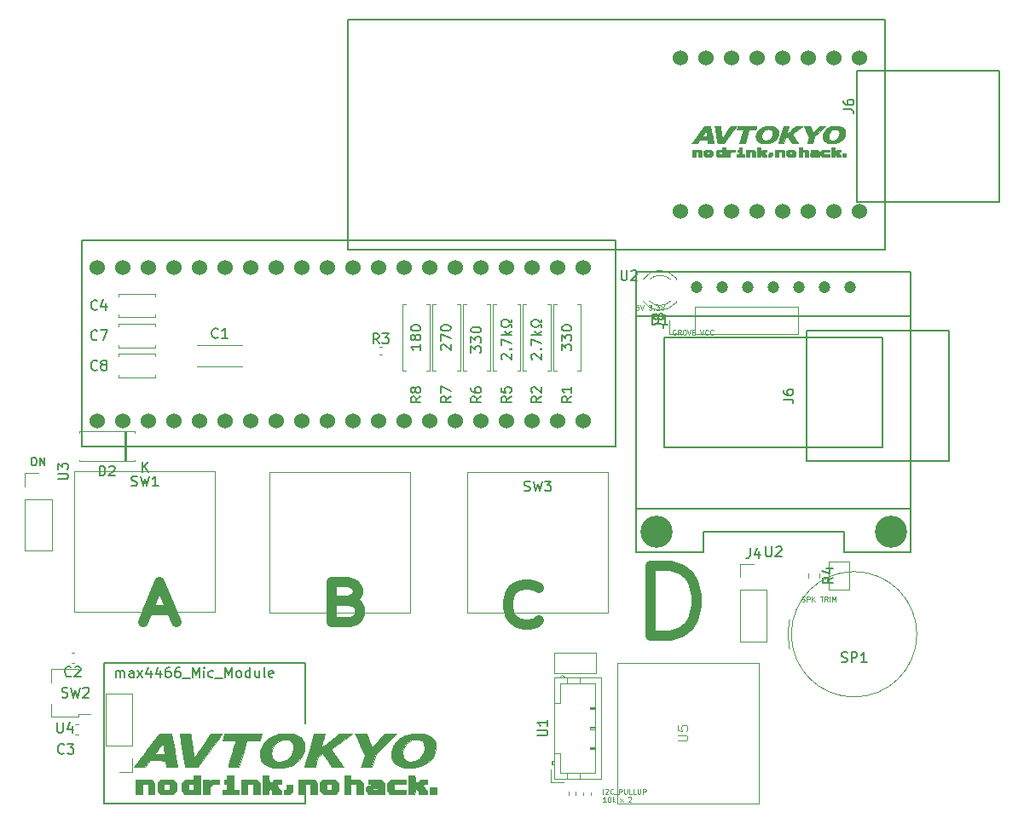
<source format=gbr>
G04 #@! TF.GenerationSoftware,KiCad,Pcbnew,7.0.8-7.0.8~ubuntu22.04.1*
G04 #@! TF.CreationDate,2024-11-12T17:52:49+09:00*
G04 #@! TF.ProjectId,ch32v203KeyBoardBadCable,63683332-7632-4303-934b-6579426f6172,rev?*
G04 #@! TF.SameCoordinates,Original*
G04 #@! TF.FileFunction,Legend,Top*
G04 #@! TF.FilePolarity,Positive*
%FSLAX46Y46*%
G04 Gerber Fmt 4.6, Leading zero omitted, Abs format (unit mm)*
G04 Created by KiCad (PCBNEW 7.0.8-7.0.8~ubuntu22.04.1) date 2024-11-12 17:52:49*
%MOMM*%
%LPD*%
G01*
G04 APERTURE LIST*
%ADD10C,0.150000*%
%ADD11C,0.125000*%
%ADD12C,1.000000*%
%ADD13C,0.200000*%
%ADD14C,0.100000*%
%ADD15C,0.120000*%
%ADD16C,0.010000*%
%ADD17C,3.200000*%
%ADD18C,1.200000*%
%ADD19C,1.524000*%
G04 APERTURE END LIST*
D10*
X86085600Y-116244800D02*
X86085600Y-130244800D01*
X106085600Y-116244800D02*
X86085600Y-116244800D01*
X106085600Y-116244800D02*
X106085600Y-122244800D01*
X86085600Y-130244800D02*
X106085600Y-130244800D01*
X106085600Y-129244800D02*
X106085600Y-130244800D01*
D11*
X155407029Y-110153300D02*
X155478457Y-110177109D01*
X155478457Y-110177109D02*
X155597505Y-110177109D01*
X155597505Y-110177109D02*
X155645124Y-110153300D01*
X155645124Y-110153300D02*
X155668933Y-110129490D01*
X155668933Y-110129490D02*
X155692743Y-110081871D01*
X155692743Y-110081871D02*
X155692743Y-110034252D01*
X155692743Y-110034252D02*
X155668933Y-109986633D01*
X155668933Y-109986633D02*
X155645124Y-109962823D01*
X155645124Y-109962823D02*
X155597505Y-109939014D01*
X155597505Y-109939014D02*
X155502267Y-109915204D01*
X155502267Y-109915204D02*
X155454648Y-109891395D01*
X155454648Y-109891395D02*
X155430838Y-109867585D01*
X155430838Y-109867585D02*
X155407029Y-109819966D01*
X155407029Y-109819966D02*
X155407029Y-109772347D01*
X155407029Y-109772347D02*
X155430838Y-109724728D01*
X155430838Y-109724728D02*
X155454648Y-109700919D01*
X155454648Y-109700919D02*
X155502267Y-109677109D01*
X155502267Y-109677109D02*
X155621314Y-109677109D01*
X155621314Y-109677109D02*
X155692743Y-109700919D01*
X155907028Y-110177109D02*
X155907028Y-109677109D01*
X155907028Y-109677109D02*
X156097504Y-109677109D01*
X156097504Y-109677109D02*
X156145123Y-109700919D01*
X156145123Y-109700919D02*
X156168933Y-109724728D01*
X156168933Y-109724728D02*
X156192742Y-109772347D01*
X156192742Y-109772347D02*
X156192742Y-109843776D01*
X156192742Y-109843776D02*
X156168933Y-109891395D01*
X156168933Y-109891395D02*
X156145123Y-109915204D01*
X156145123Y-109915204D02*
X156097504Y-109939014D01*
X156097504Y-109939014D02*
X155907028Y-109939014D01*
X156407028Y-110177109D02*
X156407028Y-109677109D01*
X156692742Y-110177109D02*
X156478457Y-109891395D01*
X156692742Y-109677109D02*
X156407028Y-109962823D01*
X157216552Y-109677109D02*
X157502266Y-109677109D01*
X157359409Y-110177109D02*
X157359409Y-109677109D01*
X157954646Y-110177109D02*
X157787980Y-109939014D01*
X157668932Y-110177109D02*
X157668932Y-109677109D01*
X157668932Y-109677109D02*
X157859408Y-109677109D01*
X157859408Y-109677109D02*
X157907027Y-109700919D01*
X157907027Y-109700919D02*
X157930837Y-109724728D01*
X157930837Y-109724728D02*
X157954646Y-109772347D01*
X157954646Y-109772347D02*
X157954646Y-109843776D01*
X157954646Y-109843776D02*
X157930837Y-109891395D01*
X157930837Y-109891395D02*
X157907027Y-109915204D01*
X157907027Y-109915204D02*
X157859408Y-109939014D01*
X157859408Y-109939014D02*
X157668932Y-109939014D01*
X158168932Y-110177109D02*
X158168932Y-109677109D01*
X158407027Y-110177109D02*
X158407027Y-109677109D01*
X158407027Y-109677109D02*
X158573694Y-110034252D01*
X158573694Y-110034252D02*
X158740360Y-109677109D01*
X158740360Y-109677109D02*
X158740360Y-110177109D01*
D12*
X90445874Y-111060419D02*
X92826827Y-111060419D01*
X89969684Y-112203276D02*
X91636351Y-108203276D01*
X91636351Y-108203276D02*
X93303017Y-112203276D01*
D13*
X79060035Y-95836495D02*
X79212416Y-95836495D01*
X79212416Y-95836495D02*
X79288606Y-95874590D01*
X79288606Y-95874590D02*
X79364797Y-95950780D01*
X79364797Y-95950780D02*
X79402892Y-96103161D01*
X79402892Y-96103161D02*
X79402892Y-96369828D01*
X79402892Y-96369828D02*
X79364797Y-96522209D01*
X79364797Y-96522209D02*
X79288606Y-96598400D01*
X79288606Y-96598400D02*
X79212416Y-96636495D01*
X79212416Y-96636495D02*
X79060035Y-96636495D01*
X79060035Y-96636495D02*
X78983844Y-96598400D01*
X78983844Y-96598400D02*
X78907654Y-96522209D01*
X78907654Y-96522209D02*
X78869558Y-96369828D01*
X78869558Y-96369828D02*
X78869558Y-96103161D01*
X78869558Y-96103161D02*
X78907654Y-95950780D01*
X78907654Y-95950780D02*
X78983844Y-95874590D01*
X78983844Y-95874590D02*
X79060035Y-95836495D01*
X79745749Y-96636495D02*
X79745749Y-95836495D01*
X79745749Y-95836495D02*
X80202892Y-96636495D01*
X80202892Y-96636495D02*
X80202892Y-95836495D01*
D12*
X110350636Y-110108038D02*
X111064922Y-110298514D01*
X111064922Y-110298514D02*
X111303017Y-110488990D01*
X111303017Y-110488990D02*
X111541113Y-110869942D01*
X111541113Y-110869942D02*
X111541113Y-111441371D01*
X111541113Y-111441371D02*
X111303017Y-111822323D01*
X111303017Y-111822323D02*
X111064922Y-112012800D01*
X111064922Y-112012800D02*
X110588732Y-112203276D01*
X110588732Y-112203276D02*
X108683970Y-112203276D01*
X108683970Y-112203276D02*
X108683970Y-108203276D01*
X108683970Y-108203276D02*
X110350636Y-108203276D01*
X110350636Y-108203276D02*
X110826827Y-108393752D01*
X110826827Y-108393752D02*
X111064922Y-108584228D01*
X111064922Y-108584228D02*
X111303017Y-108965180D01*
X111303017Y-108965180D02*
X111303017Y-109346133D01*
X111303017Y-109346133D02*
X111064922Y-109727085D01*
X111064922Y-109727085D02*
X110826827Y-109917561D01*
X110826827Y-109917561D02*
X110350636Y-110108038D01*
X110350636Y-110108038D02*
X108683970Y-110108038D01*
D11*
X139190363Y-80677109D02*
X138952268Y-80677109D01*
X138952268Y-80677109D02*
X138928459Y-80915204D01*
X138928459Y-80915204D02*
X138952268Y-80891395D01*
X138952268Y-80891395D02*
X138999887Y-80867585D01*
X138999887Y-80867585D02*
X139118935Y-80867585D01*
X139118935Y-80867585D02*
X139166554Y-80891395D01*
X139166554Y-80891395D02*
X139190363Y-80915204D01*
X139190363Y-80915204D02*
X139214173Y-80962823D01*
X139214173Y-80962823D02*
X139214173Y-81081871D01*
X139214173Y-81081871D02*
X139190363Y-81129490D01*
X139190363Y-81129490D02*
X139166554Y-81153300D01*
X139166554Y-81153300D02*
X139118935Y-81177109D01*
X139118935Y-81177109D02*
X138999887Y-81177109D01*
X138999887Y-81177109D02*
X138952268Y-81153300D01*
X138952268Y-81153300D02*
X138928459Y-81129490D01*
X139357030Y-80677109D02*
X139523696Y-81177109D01*
X139523696Y-81177109D02*
X139690363Y-80677109D01*
X140190362Y-80677109D02*
X140499886Y-80677109D01*
X140499886Y-80677109D02*
X140333219Y-80867585D01*
X140333219Y-80867585D02*
X140404648Y-80867585D01*
X140404648Y-80867585D02*
X140452267Y-80891395D01*
X140452267Y-80891395D02*
X140476076Y-80915204D01*
X140476076Y-80915204D02*
X140499886Y-80962823D01*
X140499886Y-80962823D02*
X140499886Y-81081871D01*
X140499886Y-81081871D02*
X140476076Y-81129490D01*
X140476076Y-81129490D02*
X140452267Y-81153300D01*
X140452267Y-81153300D02*
X140404648Y-81177109D01*
X140404648Y-81177109D02*
X140261791Y-81177109D01*
X140261791Y-81177109D02*
X140214172Y-81153300D01*
X140214172Y-81153300D02*
X140190362Y-81129490D01*
X140714171Y-81129490D02*
X140737981Y-81153300D01*
X140737981Y-81153300D02*
X140714171Y-81177109D01*
X140714171Y-81177109D02*
X140690362Y-81153300D01*
X140690362Y-81153300D02*
X140714171Y-81129490D01*
X140714171Y-81129490D02*
X140714171Y-81177109D01*
X140904647Y-80677109D02*
X141214171Y-80677109D01*
X141214171Y-80677109D02*
X141047504Y-80867585D01*
X141047504Y-80867585D02*
X141118933Y-80867585D01*
X141118933Y-80867585D02*
X141166552Y-80891395D01*
X141166552Y-80891395D02*
X141190361Y-80915204D01*
X141190361Y-80915204D02*
X141214171Y-80962823D01*
X141214171Y-80962823D02*
X141214171Y-81081871D01*
X141214171Y-81081871D02*
X141190361Y-81129490D01*
X141190361Y-81129490D02*
X141166552Y-81153300D01*
X141166552Y-81153300D02*
X141118933Y-81177109D01*
X141118933Y-81177109D02*
X140976076Y-81177109D01*
X140976076Y-81177109D02*
X140928457Y-81153300D01*
X140928457Y-81153300D02*
X140904647Y-81129490D01*
X141357028Y-80677109D02*
X141523694Y-81177109D01*
X141523694Y-81177109D02*
X141690361Y-80677109D01*
D14*
X135670436Y-129273409D02*
X135670436Y-128773409D01*
X135884722Y-128821028D02*
X135908531Y-128797219D01*
X135908531Y-128797219D02*
X135956150Y-128773409D01*
X135956150Y-128773409D02*
X136075198Y-128773409D01*
X136075198Y-128773409D02*
X136122817Y-128797219D01*
X136122817Y-128797219D02*
X136146626Y-128821028D01*
X136146626Y-128821028D02*
X136170436Y-128868647D01*
X136170436Y-128868647D02*
X136170436Y-128916266D01*
X136170436Y-128916266D02*
X136146626Y-128987695D01*
X136146626Y-128987695D02*
X135860912Y-129273409D01*
X135860912Y-129273409D02*
X136170436Y-129273409D01*
X136670435Y-129225790D02*
X136646626Y-129249600D01*
X136646626Y-129249600D02*
X136575197Y-129273409D01*
X136575197Y-129273409D02*
X136527578Y-129273409D01*
X136527578Y-129273409D02*
X136456150Y-129249600D01*
X136456150Y-129249600D02*
X136408531Y-129201980D01*
X136408531Y-129201980D02*
X136384721Y-129154361D01*
X136384721Y-129154361D02*
X136360912Y-129059123D01*
X136360912Y-129059123D02*
X136360912Y-128987695D01*
X136360912Y-128987695D02*
X136384721Y-128892457D01*
X136384721Y-128892457D02*
X136408531Y-128844838D01*
X136408531Y-128844838D02*
X136456150Y-128797219D01*
X136456150Y-128797219D02*
X136527578Y-128773409D01*
X136527578Y-128773409D02*
X136575197Y-128773409D01*
X136575197Y-128773409D02*
X136646626Y-128797219D01*
X136646626Y-128797219D02*
X136670435Y-128821028D01*
X136765674Y-129321028D02*
X137146626Y-129321028D01*
X137265673Y-129273409D02*
X137265673Y-128773409D01*
X137265673Y-128773409D02*
X137456149Y-128773409D01*
X137456149Y-128773409D02*
X137503768Y-128797219D01*
X137503768Y-128797219D02*
X137527578Y-128821028D01*
X137527578Y-128821028D02*
X137551387Y-128868647D01*
X137551387Y-128868647D02*
X137551387Y-128940076D01*
X137551387Y-128940076D02*
X137527578Y-128987695D01*
X137527578Y-128987695D02*
X137503768Y-129011504D01*
X137503768Y-129011504D02*
X137456149Y-129035314D01*
X137456149Y-129035314D02*
X137265673Y-129035314D01*
X137765673Y-128773409D02*
X137765673Y-129178171D01*
X137765673Y-129178171D02*
X137789483Y-129225790D01*
X137789483Y-129225790D02*
X137813292Y-129249600D01*
X137813292Y-129249600D02*
X137860911Y-129273409D01*
X137860911Y-129273409D02*
X137956149Y-129273409D01*
X137956149Y-129273409D02*
X138003768Y-129249600D01*
X138003768Y-129249600D02*
X138027578Y-129225790D01*
X138027578Y-129225790D02*
X138051387Y-129178171D01*
X138051387Y-129178171D02*
X138051387Y-128773409D01*
X138527578Y-129273409D02*
X138289483Y-129273409D01*
X138289483Y-129273409D02*
X138289483Y-128773409D01*
X138932340Y-129273409D02*
X138694245Y-129273409D01*
X138694245Y-129273409D02*
X138694245Y-128773409D01*
X139099007Y-128773409D02*
X139099007Y-129178171D01*
X139099007Y-129178171D02*
X139122817Y-129225790D01*
X139122817Y-129225790D02*
X139146626Y-129249600D01*
X139146626Y-129249600D02*
X139194245Y-129273409D01*
X139194245Y-129273409D02*
X139289483Y-129273409D01*
X139289483Y-129273409D02*
X139337102Y-129249600D01*
X139337102Y-129249600D02*
X139360912Y-129225790D01*
X139360912Y-129225790D02*
X139384721Y-129178171D01*
X139384721Y-129178171D02*
X139384721Y-128773409D01*
X139622817Y-129273409D02*
X139622817Y-128773409D01*
X139622817Y-128773409D02*
X139813293Y-128773409D01*
X139813293Y-128773409D02*
X139860912Y-128797219D01*
X139860912Y-128797219D02*
X139884722Y-128821028D01*
X139884722Y-128821028D02*
X139908531Y-128868647D01*
X139908531Y-128868647D02*
X139908531Y-128940076D01*
X139908531Y-128940076D02*
X139884722Y-128987695D01*
X139884722Y-128987695D02*
X139860912Y-129011504D01*
X139860912Y-129011504D02*
X139813293Y-129035314D01*
X139813293Y-129035314D02*
X139622817Y-129035314D01*
X135932341Y-130078409D02*
X135646627Y-130078409D01*
X135789484Y-130078409D02*
X135789484Y-129578409D01*
X135789484Y-129578409D02*
X135741865Y-129649838D01*
X135741865Y-129649838D02*
X135694246Y-129697457D01*
X135694246Y-129697457D02*
X135646627Y-129721266D01*
X136241864Y-129578409D02*
X136289483Y-129578409D01*
X136289483Y-129578409D02*
X136337102Y-129602219D01*
X136337102Y-129602219D02*
X136360912Y-129626028D01*
X136360912Y-129626028D02*
X136384721Y-129673647D01*
X136384721Y-129673647D02*
X136408531Y-129768885D01*
X136408531Y-129768885D02*
X136408531Y-129887933D01*
X136408531Y-129887933D02*
X136384721Y-129983171D01*
X136384721Y-129983171D02*
X136360912Y-130030790D01*
X136360912Y-130030790D02*
X136337102Y-130054600D01*
X136337102Y-130054600D02*
X136289483Y-130078409D01*
X136289483Y-130078409D02*
X136241864Y-130078409D01*
X136241864Y-130078409D02*
X136194245Y-130054600D01*
X136194245Y-130054600D02*
X136170436Y-130030790D01*
X136170436Y-130030790D02*
X136146626Y-129983171D01*
X136146626Y-129983171D02*
X136122817Y-129887933D01*
X136122817Y-129887933D02*
X136122817Y-129768885D01*
X136122817Y-129768885D02*
X136146626Y-129673647D01*
X136146626Y-129673647D02*
X136170436Y-129626028D01*
X136170436Y-129626028D02*
X136194245Y-129602219D01*
X136194245Y-129602219D02*
X136241864Y-129578409D01*
X136622816Y-130078409D02*
X136622816Y-129578409D01*
X136670435Y-129887933D02*
X136813292Y-130078409D01*
X136813292Y-129745076D02*
X136622816Y-129935552D01*
X137360911Y-130078409D02*
X137622816Y-129745076D01*
X137360911Y-129745076D02*
X137622816Y-130078409D01*
X138170435Y-129626028D02*
X138194244Y-129602219D01*
X138194244Y-129602219D02*
X138241863Y-129578409D01*
X138241863Y-129578409D02*
X138360911Y-129578409D01*
X138360911Y-129578409D02*
X138408530Y-129602219D01*
X138408530Y-129602219D02*
X138432339Y-129626028D01*
X138432339Y-129626028D02*
X138456149Y-129673647D01*
X138456149Y-129673647D02*
X138456149Y-129721266D01*
X138456149Y-129721266D02*
X138432339Y-129792695D01*
X138432339Y-129792695D02*
X138146625Y-130078409D01*
X138146625Y-130078409D02*
X138456149Y-130078409D01*
D12*
X140398255Y-113586134D02*
X140398255Y-106586134D01*
X140398255Y-106586134D02*
X142303017Y-106586134D01*
X142303017Y-106586134D02*
X143445874Y-106919467D01*
X143445874Y-106919467D02*
X144207779Y-107586134D01*
X144207779Y-107586134D02*
X144588732Y-108252801D01*
X144588732Y-108252801D02*
X144969684Y-109586134D01*
X144969684Y-109586134D02*
X144969684Y-110586134D01*
X144969684Y-110586134D02*
X144588732Y-111919467D01*
X144588732Y-111919467D02*
X144207779Y-112586134D01*
X144207779Y-112586134D02*
X143445874Y-113252801D01*
X143445874Y-113252801D02*
X142303017Y-113586134D01*
X142303017Y-113586134D02*
X140398255Y-113586134D01*
D11*
X142859410Y-83200919D02*
X142811791Y-83177109D01*
X142811791Y-83177109D02*
X142740362Y-83177109D01*
X142740362Y-83177109D02*
X142668934Y-83200919D01*
X142668934Y-83200919D02*
X142621315Y-83248538D01*
X142621315Y-83248538D02*
X142597505Y-83296157D01*
X142597505Y-83296157D02*
X142573696Y-83391395D01*
X142573696Y-83391395D02*
X142573696Y-83462823D01*
X142573696Y-83462823D02*
X142597505Y-83558061D01*
X142597505Y-83558061D02*
X142621315Y-83605680D01*
X142621315Y-83605680D02*
X142668934Y-83653300D01*
X142668934Y-83653300D02*
X142740362Y-83677109D01*
X142740362Y-83677109D02*
X142787981Y-83677109D01*
X142787981Y-83677109D02*
X142859410Y-83653300D01*
X142859410Y-83653300D02*
X142883219Y-83629490D01*
X142883219Y-83629490D02*
X142883219Y-83462823D01*
X142883219Y-83462823D02*
X142787981Y-83462823D01*
X143383219Y-83677109D02*
X143216553Y-83439014D01*
X143097505Y-83677109D02*
X143097505Y-83177109D01*
X143097505Y-83177109D02*
X143287981Y-83177109D01*
X143287981Y-83177109D02*
X143335600Y-83200919D01*
X143335600Y-83200919D02*
X143359410Y-83224728D01*
X143359410Y-83224728D02*
X143383219Y-83272347D01*
X143383219Y-83272347D02*
X143383219Y-83343776D01*
X143383219Y-83343776D02*
X143359410Y-83391395D01*
X143359410Y-83391395D02*
X143335600Y-83415204D01*
X143335600Y-83415204D02*
X143287981Y-83439014D01*
X143287981Y-83439014D02*
X143097505Y-83439014D01*
X143692743Y-83177109D02*
X143787981Y-83177109D01*
X143787981Y-83177109D02*
X143835600Y-83200919D01*
X143835600Y-83200919D02*
X143883219Y-83248538D01*
X143883219Y-83248538D02*
X143907029Y-83343776D01*
X143907029Y-83343776D02*
X143907029Y-83510442D01*
X143907029Y-83510442D02*
X143883219Y-83605680D01*
X143883219Y-83605680D02*
X143835600Y-83653300D01*
X143835600Y-83653300D02*
X143787981Y-83677109D01*
X143787981Y-83677109D02*
X143692743Y-83677109D01*
X143692743Y-83677109D02*
X143645124Y-83653300D01*
X143645124Y-83653300D02*
X143597505Y-83605680D01*
X143597505Y-83605680D02*
X143573696Y-83510442D01*
X143573696Y-83510442D02*
X143573696Y-83343776D01*
X143573696Y-83343776D02*
X143597505Y-83248538D01*
X143597505Y-83248538D02*
X143645124Y-83200919D01*
X143645124Y-83200919D02*
X143692743Y-83177109D01*
X144049887Y-83177109D02*
X144216553Y-83677109D01*
X144216553Y-83677109D02*
X144383220Y-83177109D01*
X144549886Y-83415204D02*
X144716553Y-83415204D01*
X144787981Y-83677109D02*
X144549886Y-83677109D01*
X144549886Y-83677109D02*
X144549886Y-83177109D01*
X144549886Y-83177109D02*
X144787981Y-83177109D01*
X145311791Y-83177109D02*
X145478457Y-83677109D01*
X145478457Y-83677109D02*
X145645124Y-83177109D01*
X146097504Y-83629490D02*
X146073695Y-83653300D01*
X146073695Y-83653300D02*
X146002266Y-83677109D01*
X146002266Y-83677109D02*
X145954647Y-83677109D01*
X145954647Y-83677109D02*
X145883219Y-83653300D01*
X145883219Y-83653300D02*
X145835600Y-83605680D01*
X145835600Y-83605680D02*
X145811790Y-83558061D01*
X145811790Y-83558061D02*
X145787981Y-83462823D01*
X145787981Y-83462823D02*
X145787981Y-83391395D01*
X145787981Y-83391395D02*
X145811790Y-83296157D01*
X145811790Y-83296157D02*
X145835600Y-83248538D01*
X145835600Y-83248538D02*
X145883219Y-83200919D01*
X145883219Y-83200919D02*
X145954647Y-83177109D01*
X145954647Y-83177109D02*
X146002266Y-83177109D01*
X146002266Y-83177109D02*
X146073695Y-83200919D01*
X146073695Y-83200919D02*
X146097504Y-83224728D01*
X146597504Y-83629490D02*
X146573695Y-83653300D01*
X146573695Y-83653300D02*
X146502266Y-83677109D01*
X146502266Y-83677109D02*
X146454647Y-83677109D01*
X146454647Y-83677109D02*
X146383219Y-83653300D01*
X146383219Y-83653300D02*
X146335600Y-83605680D01*
X146335600Y-83605680D02*
X146311790Y-83558061D01*
X146311790Y-83558061D02*
X146287981Y-83462823D01*
X146287981Y-83462823D02*
X146287981Y-83391395D01*
X146287981Y-83391395D02*
X146311790Y-83296157D01*
X146311790Y-83296157D02*
X146335600Y-83248538D01*
X146335600Y-83248538D02*
X146383219Y-83200919D01*
X146383219Y-83200919D02*
X146454647Y-83177109D01*
X146454647Y-83177109D02*
X146502266Y-83177109D01*
X146502266Y-83177109D02*
X146573695Y-83200919D01*
X146573695Y-83200919D02*
X146597504Y-83224728D01*
D12*
X129291113Y-112072323D02*
X129053017Y-112262800D01*
X129053017Y-112262800D02*
X128338732Y-112453276D01*
X128338732Y-112453276D02*
X127862541Y-112453276D01*
X127862541Y-112453276D02*
X127148255Y-112262800D01*
X127148255Y-112262800D02*
X126672065Y-111881847D01*
X126672065Y-111881847D02*
X126433970Y-111500895D01*
X126433970Y-111500895D02*
X126195874Y-110738990D01*
X126195874Y-110738990D02*
X126195874Y-110167561D01*
X126195874Y-110167561D02*
X126433970Y-109405657D01*
X126433970Y-109405657D02*
X126672065Y-109024704D01*
X126672065Y-109024704D02*
X127148255Y-108643752D01*
X127148255Y-108643752D02*
X127862541Y-108453276D01*
X127862541Y-108453276D02*
X128338732Y-108453276D01*
X128338732Y-108453276D02*
X129053017Y-108643752D01*
X129053017Y-108643752D02*
X129291113Y-108834228D01*
D10*
X140577505Y-82659619D02*
X140577505Y-81659619D01*
X140577505Y-81659619D02*
X140815600Y-81659619D01*
X140815600Y-81659619D02*
X140958457Y-81707238D01*
X140958457Y-81707238D02*
X141053695Y-81802476D01*
X141053695Y-81802476D02*
X141101314Y-81897714D01*
X141101314Y-81897714D02*
X141148933Y-82088190D01*
X141148933Y-82088190D02*
X141148933Y-82231047D01*
X141148933Y-82231047D02*
X141101314Y-82421523D01*
X141101314Y-82421523D02*
X141053695Y-82516761D01*
X141053695Y-82516761D02*
X140958457Y-82612000D01*
X140958457Y-82612000D02*
X140815600Y-82659619D01*
X140815600Y-82659619D02*
X140577505Y-82659619D01*
X142101314Y-82659619D02*
X141529886Y-82659619D01*
X141815600Y-82659619D02*
X141815600Y-81659619D01*
X141815600Y-81659619D02*
X141720362Y-81802476D01*
X141720362Y-81802476D02*
X141625124Y-81897714D01*
X141625124Y-81897714D02*
X141529886Y-81945333D01*
X126540419Y-89791466D02*
X126064228Y-90124799D01*
X126540419Y-90362894D02*
X125540419Y-90362894D01*
X125540419Y-90362894D02*
X125540419Y-89981942D01*
X125540419Y-89981942D02*
X125588038Y-89886704D01*
X125588038Y-89886704D02*
X125635657Y-89839085D01*
X125635657Y-89839085D02*
X125730895Y-89791466D01*
X125730895Y-89791466D02*
X125873752Y-89791466D01*
X125873752Y-89791466D02*
X125968990Y-89839085D01*
X125968990Y-89839085D02*
X126016609Y-89886704D01*
X126016609Y-89886704D02*
X126064228Y-89981942D01*
X126064228Y-89981942D02*
X126064228Y-90362894D01*
X125540419Y-88886704D02*
X125540419Y-89362894D01*
X125540419Y-89362894D02*
X126016609Y-89410513D01*
X126016609Y-89410513D02*
X125968990Y-89362894D01*
X125968990Y-89362894D02*
X125921371Y-89267656D01*
X125921371Y-89267656D02*
X125921371Y-89029561D01*
X125921371Y-89029561D02*
X125968990Y-88934323D01*
X125968990Y-88934323D02*
X126016609Y-88886704D01*
X126016609Y-88886704D02*
X126111847Y-88839085D01*
X126111847Y-88839085D02*
X126349942Y-88839085D01*
X126349942Y-88839085D02*
X126445180Y-88886704D01*
X126445180Y-88886704D02*
X126492800Y-88934323D01*
X126492800Y-88934323D02*
X126540419Y-89029561D01*
X126540419Y-89029561D02*
X126540419Y-89267656D01*
X126540419Y-89267656D02*
X126492800Y-89362894D01*
X126492800Y-89362894D02*
X126445180Y-89410513D01*
X125635657Y-86100989D02*
X125588038Y-86053370D01*
X125588038Y-86053370D02*
X125540419Y-85958132D01*
X125540419Y-85958132D02*
X125540419Y-85720037D01*
X125540419Y-85720037D02*
X125588038Y-85624799D01*
X125588038Y-85624799D02*
X125635657Y-85577180D01*
X125635657Y-85577180D02*
X125730895Y-85529561D01*
X125730895Y-85529561D02*
X125826133Y-85529561D01*
X125826133Y-85529561D02*
X125968990Y-85577180D01*
X125968990Y-85577180D02*
X126540419Y-86148608D01*
X126540419Y-86148608D02*
X126540419Y-85529561D01*
X126445180Y-85100989D02*
X126492800Y-85053370D01*
X126492800Y-85053370D02*
X126540419Y-85100989D01*
X126540419Y-85100989D02*
X126492800Y-85148608D01*
X126492800Y-85148608D02*
X126445180Y-85100989D01*
X126445180Y-85100989D02*
X126540419Y-85100989D01*
X125540419Y-84720037D02*
X125540419Y-84053371D01*
X125540419Y-84053371D02*
X126540419Y-84481942D01*
X126540419Y-83672418D02*
X125540419Y-83672418D01*
X126159466Y-83577180D02*
X126540419Y-83291466D01*
X125873752Y-83291466D02*
X126254704Y-83672418D01*
X126540419Y-82910513D02*
X126540419Y-82672418D01*
X126540419Y-82672418D02*
X126349942Y-82672418D01*
X126349942Y-82672418D02*
X126302323Y-82767656D01*
X126302323Y-82767656D02*
X126207085Y-82862894D01*
X126207085Y-82862894D02*
X126064228Y-82910513D01*
X126064228Y-82910513D02*
X125826133Y-82910513D01*
X125826133Y-82910513D02*
X125683276Y-82862894D01*
X125683276Y-82862894D02*
X125588038Y-82767656D01*
X125588038Y-82767656D02*
X125540419Y-82624799D01*
X125540419Y-82624799D02*
X125540419Y-82434323D01*
X125540419Y-82434323D02*
X125588038Y-82291466D01*
X125588038Y-82291466D02*
X125683276Y-82196228D01*
X125683276Y-82196228D02*
X125826133Y-82148609D01*
X125826133Y-82148609D02*
X126064228Y-82148609D01*
X126064228Y-82148609D02*
X126207085Y-82196228D01*
X126207085Y-82196228D02*
X126302323Y-82291466D01*
X126302323Y-82291466D02*
X126349942Y-82386704D01*
X126349942Y-82386704D02*
X126540419Y-82386704D01*
X126540419Y-82386704D02*
X126540419Y-82148609D01*
X85657505Y-97669619D02*
X85657505Y-96669619D01*
X85657505Y-96669619D02*
X85895600Y-96669619D01*
X85895600Y-96669619D02*
X86038457Y-96717238D01*
X86038457Y-96717238D02*
X86133695Y-96812476D01*
X86133695Y-96812476D02*
X86181314Y-96907714D01*
X86181314Y-96907714D02*
X86228933Y-97098190D01*
X86228933Y-97098190D02*
X86228933Y-97241047D01*
X86228933Y-97241047D02*
X86181314Y-97431523D01*
X86181314Y-97431523D02*
X86133695Y-97526761D01*
X86133695Y-97526761D02*
X86038457Y-97622000D01*
X86038457Y-97622000D02*
X85895600Y-97669619D01*
X85895600Y-97669619D02*
X85657505Y-97669619D01*
X86609886Y-96764857D02*
X86657505Y-96717238D01*
X86657505Y-96717238D02*
X86752743Y-96669619D01*
X86752743Y-96669619D02*
X86990838Y-96669619D01*
X86990838Y-96669619D02*
X87086076Y-96717238D01*
X87086076Y-96717238D02*
X87133695Y-96764857D01*
X87133695Y-96764857D02*
X87181314Y-96860095D01*
X87181314Y-96860095D02*
X87181314Y-96955333D01*
X87181314Y-96955333D02*
X87133695Y-97098190D01*
X87133695Y-97098190D02*
X86562267Y-97669619D01*
X86562267Y-97669619D02*
X87181314Y-97669619D01*
X89943695Y-97299619D02*
X89943695Y-96299619D01*
X90515123Y-97299619D02*
X90086552Y-96728190D01*
X90515123Y-96299619D02*
X89943695Y-96871047D01*
X81461195Y-122199619D02*
X81461195Y-123009142D01*
X81461195Y-123009142D02*
X81508814Y-123104380D01*
X81508814Y-123104380D02*
X81556433Y-123152000D01*
X81556433Y-123152000D02*
X81651671Y-123199619D01*
X81651671Y-123199619D02*
X81842147Y-123199619D01*
X81842147Y-123199619D02*
X81937385Y-123152000D01*
X81937385Y-123152000D02*
X81985004Y-123104380D01*
X81985004Y-123104380D02*
X82032623Y-123009142D01*
X82032623Y-123009142D02*
X82032623Y-122199619D01*
X82937385Y-122532952D02*
X82937385Y-123199619D01*
X82699290Y-122152000D02*
X82461195Y-122866285D01*
X82461195Y-122866285D02*
X83080242Y-122866285D01*
X150252266Y-104869619D02*
X150252266Y-105583904D01*
X150252266Y-105583904D02*
X150204647Y-105726761D01*
X150204647Y-105726761D02*
X150109409Y-105822000D01*
X150109409Y-105822000D02*
X149966552Y-105869619D01*
X149966552Y-105869619D02*
X149871314Y-105869619D01*
X151157028Y-105202952D02*
X151157028Y-105869619D01*
X150918933Y-104822000D02*
X150680838Y-105536285D01*
X150680838Y-105536285D02*
X151299885Y-105536285D01*
X159323695Y-116152000D02*
X159466552Y-116199619D01*
X159466552Y-116199619D02*
X159704647Y-116199619D01*
X159704647Y-116199619D02*
X159799885Y-116152000D01*
X159799885Y-116152000D02*
X159847504Y-116104380D01*
X159847504Y-116104380D02*
X159895123Y-116009142D01*
X159895123Y-116009142D02*
X159895123Y-115913904D01*
X159895123Y-115913904D02*
X159847504Y-115818666D01*
X159847504Y-115818666D02*
X159799885Y-115771047D01*
X159799885Y-115771047D02*
X159704647Y-115723428D01*
X159704647Y-115723428D02*
X159514171Y-115675809D01*
X159514171Y-115675809D02*
X159418933Y-115628190D01*
X159418933Y-115628190D02*
X159371314Y-115580571D01*
X159371314Y-115580571D02*
X159323695Y-115485333D01*
X159323695Y-115485333D02*
X159323695Y-115390095D01*
X159323695Y-115390095D02*
X159371314Y-115294857D01*
X159371314Y-115294857D02*
X159418933Y-115247238D01*
X159418933Y-115247238D02*
X159514171Y-115199619D01*
X159514171Y-115199619D02*
X159752266Y-115199619D01*
X159752266Y-115199619D02*
X159895123Y-115247238D01*
X160323695Y-116199619D02*
X160323695Y-115199619D01*
X160323695Y-115199619D02*
X160704647Y-115199619D01*
X160704647Y-115199619D02*
X160799885Y-115247238D01*
X160799885Y-115247238D02*
X160847504Y-115294857D01*
X160847504Y-115294857D02*
X160895123Y-115390095D01*
X160895123Y-115390095D02*
X160895123Y-115532952D01*
X160895123Y-115532952D02*
X160847504Y-115628190D01*
X160847504Y-115628190D02*
X160799885Y-115675809D01*
X160799885Y-115675809D02*
X160704647Y-115723428D01*
X160704647Y-115723428D02*
X160323695Y-115723428D01*
X161847504Y-116199619D02*
X161276076Y-116199619D01*
X161561790Y-116199619D02*
X161561790Y-115199619D01*
X161561790Y-115199619D02*
X161466552Y-115342476D01*
X161466552Y-115342476D02*
X161371314Y-115437714D01*
X161371314Y-115437714D02*
X161276076Y-115485333D01*
D14*
X143043019Y-124006704D02*
X143852542Y-124006704D01*
X143852542Y-124006704D02*
X143947780Y-123959085D01*
X143947780Y-123959085D02*
X143995400Y-123911466D01*
X143995400Y-123911466D02*
X144043019Y-123816228D01*
X144043019Y-123816228D02*
X144043019Y-123625752D01*
X144043019Y-123625752D02*
X143995400Y-123530514D01*
X143995400Y-123530514D02*
X143947780Y-123482895D01*
X143947780Y-123482895D02*
X143852542Y-123435276D01*
X143852542Y-123435276D02*
X143043019Y-123435276D01*
X143043019Y-122482895D02*
X143043019Y-122959085D01*
X143043019Y-122959085D02*
X143519209Y-123006704D01*
X143519209Y-123006704D02*
X143471590Y-122959085D01*
X143471590Y-122959085D02*
X143423971Y-122863847D01*
X143423971Y-122863847D02*
X143423971Y-122625752D01*
X143423971Y-122625752D02*
X143471590Y-122530514D01*
X143471590Y-122530514D02*
X143519209Y-122482895D01*
X143519209Y-122482895D02*
X143614447Y-122435276D01*
X143614447Y-122435276D02*
X143852542Y-122435276D01*
X143852542Y-122435276D02*
X143947780Y-122482895D01*
X143947780Y-122482895D02*
X143995400Y-122530514D01*
X143995400Y-122530514D02*
X144043019Y-122625752D01*
X144043019Y-122625752D02*
X144043019Y-122863847D01*
X144043019Y-122863847D02*
X143995400Y-122959085D01*
X143995400Y-122959085D02*
X143947780Y-123006704D01*
D10*
X85418933Y-87104380D02*
X85371314Y-87152000D01*
X85371314Y-87152000D02*
X85228457Y-87199619D01*
X85228457Y-87199619D02*
X85133219Y-87199619D01*
X85133219Y-87199619D02*
X84990362Y-87152000D01*
X84990362Y-87152000D02*
X84895124Y-87056761D01*
X84895124Y-87056761D02*
X84847505Y-86961523D01*
X84847505Y-86961523D02*
X84799886Y-86771047D01*
X84799886Y-86771047D02*
X84799886Y-86628190D01*
X84799886Y-86628190D02*
X84847505Y-86437714D01*
X84847505Y-86437714D02*
X84895124Y-86342476D01*
X84895124Y-86342476D02*
X84990362Y-86247238D01*
X84990362Y-86247238D02*
X85133219Y-86199619D01*
X85133219Y-86199619D02*
X85228457Y-86199619D01*
X85228457Y-86199619D02*
X85371314Y-86247238D01*
X85371314Y-86247238D02*
X85418933Y-86294857D01*
X85990362Y-86628190D02*
X85895124Y-86580571D01*
X85895124Y-86580571D02*
X85847505Y-86532952D01*
X85847505Y-86532952D02*
X85799886Y-86437714D01*
X85799886Y-86437714D02*
X85799886Y-86390095D01*
X85799886Y-86390095D02*
X85847505Y-86294857D01*
X85847505Y-86294857D02*
X85895124Y-86247238D01*
X85895124Y-86247238D02*
X85990362Y-86199619D01*
X85990362Y-86199619D02*
X86180838Y-86199619D01*
X86180838Y-86199619D02*
X86276076Y-86247238D01*
X86276076Y-86247238D02*
X86323695Y-86294857D01*
X86323695Y-86294857D02*
X86371314Y-86390095D01*
X86371314Y-86390095D02*
X86371314Y-86437714D01*
X86371314Y-86437714D02*
X86323695Y-86532952D01*
X86323695Y-86532952D02*
X86276076Y-86580571D01*
X86276076Y-86580571D02*
X86180838Y-86628190D01*
X86180838Y-86628190D02*
X85990362Y-86628190D01*
X85990362Y-86628190D02*
X85895124Y-86675809D01*
X85895124Y-86675809D02*
X85847505Y-86723428D01*
X85847505Y-86723428D02*
X85799886Y-86818666D01*
X85799886Y-86818666D02*
X85799886Y-87009142D01*
X85799886Y-87009142D02*
X85847505Y-87104380D01*
X85847505Y-87104380D02*
X85895124Y-87152000D01*
X85895124Y-87152000D02*
X85990362Y-87199619D01*
X85990362Y-87199619D02*
X86180838Y-87199619D01*
X86180838Y-87199619D02*
X86276076Y-87152000D01*
X86276076Y-87152000D02*
X86323695Y-87104380D01*
X86323695Y-87104380D02*
X86371314Y-87009142D01*
X86371314Y-87009142D02*
X86371314Y-86818666D01*
X86371314Y-86818666D02*
X86323695Y-86723428D01*
X86323695Y-86723428D02*
X86276076Y-86675809D01*
X86276076Y-86675809D02*
X86180838Y-86628190D01*
X158470419Y-107761466D02*
X157994228Y-108094799D01*
X158470419Y-108332894D02*
X157470419Y-108332894D01*
X157470419Y-108332894D02*
X157470419Y-107951942D01*
X157470419Y-107951942D02*
X157518038Y-107856704D01*
X157518038Y-107856704D02*
X157565657Y-107809085D01*
X157565657Y-107809085D02*
X157660895Y-107761466D01*
X157660895Y-107761466D02*
X157803752Y-107761466D01*
X157803752Y-107761466D02*
X157898990Y-107809085D01*
X157898990Y-107809085D02*
X157946609Y-107856704D01*
X157946609Y-107856704D02*
X157994228Y-107951942D01*
X157994228Y-107951942D02*
X157994228Y-108332894D01*
X157803752Y-106904323D02*
X158470419Y-106904323D01*
X157422800Y-107142418D02*
X158137085Y-107380513D01*
X158137085Y-107380513D02*
X158137085Y-106761466D01*
X85418933Y-84104380D02*
X85371314Y-84152000D01*
X85371314Y-84152000D02*
X85228457Y-84199619D01*
X85228457Y-84199619D02*
X85133219Y-84199619D01*
X85133219Y-84199619D02*
X84990362Y-84152000D01*
X84990362Y-84152000D02*
X84895124Y-84056761D01*
X84895124Y-84056761D02*
X84847505Y-83961523D01*
X84847505Y-83961523D02*
X84799886Y-83771047D01*
X84799886Y-83771047D02*
X84799886Y-83628190D01*
X84799886Y-83628190D02*
X84847505Y-83437714D01*
X84847505Y-83437714D02*
X84895124Y-83342476D01*
X84895124Y-83342476D02*
X84990362Y-83247238D01*
X84990362Y-83247238D02*
X85133219Y-83199619D01*
X85133219Y-83199619D02*
X85228457Y-83199619D01*
X85228457Y-83199619D02*
X85371314Y-83247238D01*
X85371314Y-83247238D02*
X85418933Y-83294857D01*
X85752267Y-83199619D02*
X86418933Y-83199619D01*
X86418933Y-83199619D02*
X85990362Y-84199619D01*
X151823695Y-104699619D02*
X151823695Y-105509142D01*
X151823695Y-105509142D02*
X151871314Y-105604380D01*
X151871314Y-105604380D02*
X151918933Y-105652000D01*
X151918933Y-105652000D02*
X152014171Y-105699619D01*
X152014171Y-105699619D02*
X152204647Y-105699619D01*
X152204647Y-105699619D02*
X152299885Y-105652000D01*
X152299885Y-105652000D02*
X152347504Y-105604380D01*
X152347504Y-105604380D02*
X152395123Y-105509142D01*
X152395123Y-105509142D02*
X152395123Y-104699619D01*
X152823695Y-104794857D02*
X152871314Y-104747238D01*
X152871314Y-104747238D02*
X152966552Y-104699619D01*
X152966552Y-104699619D02*
X153204647Y-104699619D01*
X153204647Y-104699619D02*
X153299885Y-104747238D01*
X153299885Y-104747238D02*
X153347504Y-104794857D01*
X153347504Y-104794857D02*
X153395123Y-104890095D01*
X153395123Y-104890095D02*
X153395123Y-104985333D01*
X153395123Y-104985333D02*
X153347504Y-105128190D01*
X153347504Y-105128190D02*
X152776076Y-105699619D01*
X152776076Y-105699619D02*
X153395123Y-105699619D01*
X88832267Y-98652000D02*
X88975124Y-98699619D01*
X88975124Y-98699619D02*
X89213219Y-98699619D01*
X89213219Y-98699619D02*
X89308457Y-98652000D01*
X89308457Y-98652000D02*
X89356076Y-98604380D01*
X89356076Y-98604380D02*
X89403695Y-98509142D01*
X89403695Y-98509142D02*
X89403695Y-98413904D01*
X89403695Y-98413904D02*
X89356076Y-98318666D01*
X89356076Y-98318666D02*
X89308457Y-98271047D01*
X89308457Y-98271047D02*
X89213219Y-98223428D01*
X89213219Y-98223428D02*
X89022743Y-98175809D01*
X89022743Y-98175809D02*
X88927505Y-98128190D01*
X88927505Y-98128190D02*
X88879886Y-98080571D01*
X88879886Y-98080571D02*
X88832267Y-97985333D01*
X88832267Y-97985333D02*
X88832267Y-97890095D01*
X88832267Y-97890095D02*
X88879886Y-97794857D01*
X88879886Y-97794857D02*
X88927505Y-97747238D01*
X88927505Y-97747238D02*
X89022743Y-97699619D01*
X89022743Y-97699619D02*
X89260838Y-97699619D01*
X89260838Y-97699619D02*
X89403695Y-97747238D01*
X89737029Y-97699619D02*
X89975124Y-98699619D01*
X89975124Y-98699619D02*
X90165600Y-97985333D01*
X90165600Y-97985333D02*
X90356076Y-98699619D01*
X90356076Y-98699619D02*
X90594172Y-97699619D01*
X91498933Y-98699619D02*
X90927505Y-98699619D01*
X91213219Y-98699619D02*
X91213219Y-97699619D01*
X91213219Y-97699619D02*
X91117981Y-97842476D01*
X91117981Y-97842476D02*
X91022743Y-97937714D01*
X91022743Y-97937714D02*
X90927505Y-97985333D01*
X127832267Y-99152000D02*
X127975124Y-99199619D01*
X127975124Y-99199619D02*
X128213219Y-99199619D01*
X128213219Y-99199619D02*
X128308457Y-99152000D01*
X128308457Y-99152000D02*
X128356076Y-99104380D01*
X128356076Y-99104380D02*
X128403695Y-99009142D01*
X128403695Y-99009142D02*
X128403695Y-98913904D01*
X128403695Y-98913904D02*
X128356076Y-98818666D01*
X128356076Y-98818666D02*
X128308457Y-98771047D01*
X128308457Y-98771047D02*
X128213219Y-98723428D01*
X128213219Y-98723428D02*
X128022743Y-98675809D01*
X128022743Y-98675809D02*
X127927505Y-98628190D01*
X127927505Y-98628190D02*
X127879886Y-98580571D01*
X127879886Y-98580571D02*
X127832267Y-98485333D01*
X127832267Y-98485333D02*
X127832267Y-98390095D01*
X127832267Y-98390095D02*
X127879886Y-98294857D01*
X127879886Y-98294857D02*
X127927505Y-98247238D01*
X127927505Y-98247238D02*
X128022743Y-98199619D01*
X128022743Y-98199619D02*
X128260838Y-98199619D01*
X128260838Y-98199619D02*
X128403695Y-98247238D01*
X128737029Y-98199619D02*
X128975124Y-99199619D01*
X128975124Y-99199619D02*
X129165600Y-98485333D01*
X129165600Y-98485333D02*
X129356076Y-99199619D01*
X129356076Y-99199619D02*
X129594172Y-98199619D01*
X129879886Y-98199619D02*
X130498933Y-98199619D01*
X130498933Y-98199619D02*
X130165600Y-98580571D01*
X130165600Y-98580571D02*
X130308457Y-98580571D01*
X130308457Y-98580571D02*
X130403695Y-98628190D01*
X130403695Y-98628190D02*
X130451314Y-98675809D01*
X130451314Y-98675809D02*
X130498933Y-98771047D01*
X130498933Y-98771047D02*
X130498933Y-99009142D01*
X130498933Y-99009142D02*
X130451314Y-99104380D01*
X130451314Y-99104380D02*
X130403695Y-99152000D01*
X130403695Y-99152000D02*
X130308457Y-99199619D01*
X130308457Y-99199619D02*
X130022743Y-99199619D01*
X130022743Y-99199619D02*
X129927505Y-99152000D01*
X129927505Y-99152000D02*
X129879886Y-99104380D01*
X117540419Y-89791466D02*
X117064228Y-90124799D01*
X117540419Y-90362894D02*
X116540419Y-90362894D01*
X116540419Y-90362894D02*
X116540419Y-89981942D01*
X116540419Y-89981942D02*
X116588038Y-89886704D01*
X116588038Y-89886704D02*
X116635657Y-89839085D01*
X116635657Y-89839085D02*
X116730895Y-89791466D01*
X116730895Y-89791466D02*
X116873752Y-89791466D01*
X116873752Y-89791466D02*
X116968990Y-89839085D01*
X116968990Y-89839085D02*
X117016609Y-89886704D01*
X117016609Y-89886704D02*
X117064228Y-89981942D01*
X117064228Y-89981942D02*
X117064228Y-90362894D01*
X116968990Y-89220037D02*
X116921371Y-89315275D01*
X116921371Y-89315275D02*
X116873752Y-89362894D01*
X116873752Y-89362894D02*
X116778514Y-89410513D01*
X116778514Y-89410513D02*
X116730895Y-89410513D01*
X116730895Y-89410513D02*
X116635657Y-89362894D01*
X116635657Y-89362894D02*
X116588038Y-89315275D01*
X116588038Y-89315275D02*
X116540419Y-89220037D01*
X116540419Y-89220037D02*
X116540419Y-89029561D01*
X116540419Y-89029561D02*
X116588038Y-88934323D01*
X116588038Y-88934323D02*
X116635657Y-88886704D01*
X116635657Y-88886704D02*
X116730895Y-88839085D01*
X116730895Y-88839085D02*
X116778514Y-88839085D01*
X116778514Y-88839085D02*
X116873752Y-88886704D01*
X116873752Y-88886704D02*
X116921371Y-88934323D01*
X116921371Y-88934323D02*
X116968990Y-89029561D01*
X116968990Y-89029561D02*
X116968990Y-89220037D01*
X116968990Y-89220037D02*
X117016609Y-89315275D01*
X117016609Y-89315275D02*
X117064228Y-89362894D01*
X117064228Y-89362894D02*
X117159466Y-89410513D01*
X117159466Y-89410513D02*
X117349942Y-89410513D01*
X117349942Y-89410513D02*
X117445180Y-89362894D01*
X117445180Y-89362894D02*
X117492800Y-89315275D01*
X117492800Y-89315275D02*
X117540419Y-89220037D01*
X117540419Y-89220037D02*
X117540419Y-89029561D01*
X117540419Y-89029561D02*
X117492800Y-88934323D01*
X117492800Y-88934323D02*
X117445180Y-88886704D01*
X117445180Y-88886704D02*
X117349942Y-88839085D01*
X117349942Y-88839085D02*
X117159466Y-88839085D01*
X117159466Y-88839085D02*
X117064228Y-88886704D01*
X117064228Y-88886704D02*
X117016609Y-88934323D01*
X117016609Y-88934323D02*
X116968990Y-89029561D01*
X117540419Y-84601466D02*
X117540419Y-85172894D01*
X117540419Y-84887180D02*
X116540419Y-84887180D01*
X116540419Y-84887180D02*
X116683276Y-84982418D01*
X116683276Y-84982418D02*
X116778514Y-85077656D01*
X116778514Y-85077656D02*
X116826133Y-85172894D01*
X116968990Y-84030037D02*
X116921371Y-84125275D01*
X116921371Y-84125275D02*
X116873752Y-84172894D01*
X116873752Y-84172894D02*
X116778514Y-84220513D01*
X116778514Y-84220513D02*
X116730895Y-84220513D01*
X116730895Y-84220513D02*
X116635657Y-84172894D01*
X116635657Y-84172894D02*
X116588038Y-84125275D01*
X116588038Y-84125275D02*
X116540419Y-84030037D01*
X116540419Y-84030037D02*
X116540419Y-83839561D01*
X116540419Y-83839561D02*
X116588038Y-83744323D01*
X116588038Y-83744323D02*
X116635657Y-83696704D01*
X116635657Y-83696704D02*
X116730895Y-83649085D01*
X116730895Y-83649085D02*
X116778514Y-83649085D01*
X116778514Y-83649085D02*
X116873752Y-83696704D01*
X116873752Y-83696704D02*
X116921371Y-83744323D01*
X116921371Y-83744323D02*
X116968990Y-83839561D01*
X116968990Y-83839561D02*
X116968990Y-84030037D01*
X116968990Y-84030037D02*
X117016609Y-84125275D01*
X117016609Y-84125275D02*
X117064228Y-84172894D01*
X117064228Y-84172894D02*
X117159466Y-84220513D01*
X117159466Y-84220513D02*
X117349942Y-84220513D01*
X117349942Y-84220513D02*
X117445180Y-84172894D01*
X117445180Y-84172894D02*
X117492800Y-84125275D01*
X117492800Y-84125275D02*
X117540419Y-84030037D01*
X117540419Y-84030037D02*
X117540419Y-83839561D01*
X117540419Y-83839561D02*
X117492800Y-83744323D01*
X117492800Y-83744323D02*
X117445180Y-83696704D01*
X117445180Y-83696704D02*
X117349942Y-83649085D01*
X117349942Y-83649085D02*
X117159466Y-83649085D01*
X117159466Y-83649085D02*
X117064228Y-83696704D01*
X117064228Y-83696704D02*
X117016609Y-83744323D01*
X117016609Y-83744323D02*
X116968990Y-83839561D01*
X116540419Y-83030037D02*
X116540419Y-82934799D01*
X116540419Y-82934799D02*
X116588038Y-82839561D01*
X116588038Y-82839561D02*
X116635657Y-82791942D01*
X116635657Y-82791942D02*
X116730895Y-82744323D01*
X116730895Y-82744323D02*
X116921371Y-82696704D01*
X116921371Y-82696704D02*
X117159466Y-82696704D01*
X117159466Y-82696704D02*
X117349942Y-82744323D01*
X117349942Y-82744323D02*
X117445180Y-82791942D01*
X117445180Y-82791942D02*
X117492800Y-82839561D01*
X117492800Y-82839561D02*
X117540419Y-82934799D01*
X117540419Y-82934799D02*
X117540419Y-83030037D01*
X117540419Y-83030037D02*
X117492800Y-83125275D01*
X117492800Y-83125275D02*
X117445180Y-83172894D01*
X117445180Y-83172894D02*
X117349942Y-83220513D01*
X117349942Y-83220513D02*
X117159466Y-83268132D01*
X117159466Y-83268132D02*
X116921371Y-83268132D01*
X116921371Y-83268132D02*
X116730895Y-83220513D01*
X116730895Y-83220513D02*
X116635657Y-83172894D01*
X116635657Y-83172894D02*
X116588038Y-83125275D01*
X116588038Y-83125275D02*
X116540419Y-83030037D01*
X140670419Y-82578133D02*
X141384704Y-82578133D01*
X141384704Y-82578133D02*
X141527561Y-82625752D01*
X141527561Y-82625752D02*
X141622800Y-82720990D01*
X141622800Y-82720990D02*
X141670419Y-82863847D01*
X141670419Y-82863847D02*
X141670419Y-82959085D01*
X141098990Y-81959085D02*
X141051371Y-82054323D01*
X141051371Y-82054323D02*
X141003752Y-82101942D01*
X141003752Y-82101942D02*
X140908514Y-82149561D01*
X140908514Y-82149561D02*
X140860895Y-82149561D01*
X140860895Y-82149561D02*
X140765657Y-82101942D01*
X140765657Y-82101942D02*
X140718038Y-82054323D01*
X140718038Y-82054323D02*
X140670419Y-81959085D01*
X140670419Y-81959085D02*
X140670419Y-81768609D01*
X140670419Y-81768609D02*
X140718038Y-81673371D01*
X140718038Y-81673371D02*
X140765657Y-81625752D01*
X140765657Y-81625752D02*
X140860895Y-81578133D01*
X140860895Y-81578133D02*
X140908514Y-81578133D01*
X140908514Y-81578133D02*
X141003752Y-81625752D01*
X141003752Y-81625752D02*
X141051371Y-81673371D01*
X141051371Y-81673371D02*
X141098990Y-81768609D01*
X141098990Y-81768609D02*
X141098990Y-81959085D01*
X141098990Y-81959085D02*
X141146609Y-82054323D01*
X141146609Y-82054323D02*
X141194228Y-82101942D01*
X141194228Y-82101942D02*
X141289466Y-82149561D01*
X141289466Y-82149561D02*
X141479942Y-82149561D01*
X141479942Y-82149561D02*
X141575180Y-82101942D01*
X141575180Y-82101942D02*
X141622800Y-82054323D01*
X141622800Y-82054323D02*
X141670419Y-81959085D01*
X141670419Y-81959085D02*
X141670419Y-81768609D01*
X141670419Y-81768609D02*
X141622800Y-81673371D01*
X141622800Y-81673371D02*
X141575180Y-81625752D01*
X141575180Y-81625752D02*
X141479942Y-81578133D01*
X141479942Y-81578133D02*
X141289466Y-81578133D01*
X141289466Y-81578133D02*
X141194228Y-81625752D01*
X141194228Y-81625752D02*
X141146609Y-81673371D01*
X141146609Y-81673371D02*
X141098990Y-81768609D01*
X85418933Y-81104380D02*
X85371314Y-81152000D01*
X85371314Y-81152000D02*
X85228457Y-81199619D01*
X85228457Y-81199619D02*
X85133219Y-81199619D01*
X85133219Y-81199619D02*
X84990362Y-81152000D01*
X84990362Y-81152000D02*
X84895124Y-81056761D01*
X84895124Y-81056761D02*
X84847505Y-80961523D01*
X84847505Y-80961523D02*
X84799886Y-80771047D01*
X84799886Y-80771047D02*
X84799886Y-80628190D01*
X84799886Y-80628190D02*
X84847505Y-80437714D01*
X84847505Y-80437714D02*
X84895124Y-80342476D01*
X84895124Y-80342476D02*
X84990362Y-80247238D01*
X84990362Y-80247238D02*
X85133219Y-80199619D01*
X85133219Y-80199619D02*
X85228457Y-80199619D01*
X85228457Y-80199619D02*
X85371314Y-80247238D01*
X85371314Y-80247238D02*
X85418933Y-80294857D01*
X86276076Y-80532952D02*
X86276076Y-81199619D01*
X86037981Y-80152000D02*
X85799886Y-80866285D01*
X85799886Y-80866285D02*
X86418933Y-80866285D01*
X82143933Y-125204380D02*
X82096314Y-125252000D01*
X82096314Y-125252000D02*
X81953457Y-125299619D01*
X81953457Y-125299619D02*
X81858219Y-125299619D01*
X81858219Y-125299619D02*
X81715362Y-125252000D01*
X81715362Y-125252000D02*
X81620124Y-125156761D01*
X81620124Y-125156761D02*
X81572505Y-125061523D01*
X81572505Y-125061523D02*
X81524886Y-124871047D01*
X81524886Y-124871047D02*
X81524886Y-124728190D01*
X81524886Y-124728190D02*
X81572505Y-124537714D01*
X81572505Y-124537714D02*
X81620124Y-124442476D01*
X81620124Y-124442476D02*
X81715362Y-124347238D01*
X81715362Y-124347238D02*
X81858219Y-124299619D01*
X81858219Y-124299619D02*
X81953457Y-124299619D01*
X81953457Y-124299619D02*
X82096314Y-124347238D01*
X82096314Y-124347238D02*
X82143933Y-124394857D01*
X82477267Y-124299619D02*
X83096314Y-124299619D01*
X83096314Y-124299619D02*
X82762981Y-124680571D01*
X82762981Y-124680571D02*
X82905838Y-124680571D01*
X82905838Y-124680571D02*
X83001076Y-124728190D01*
X83001076Y-124728190D02*
X83048695Y-124775809D01*
X83048695Y-124775809D02*
X83096314Y-124871047D01*
X83096314Y-124871047D02*
X83096314Y-125109142D01*
X83096314Y-125109142D02*
X83048695Y-125204380D01*
X83048695Y-125204380D02*
X83001076Y-125252000D01*
X83001076Y-125252000D02*
X82905838Y-125299619D01*
X82905838Y-125299619D02*
X82620124Y-125299619D01*
X82620124Y-125299619D02*
X82524886Y-125252000D01*
X82524886Y-125252000D02*
X82477267Y-125204380D01*
X82831433Y-117534380D02*
X82783814Y-117582000D01*
X82783814Y-117582000D02*
X82640957Y-117629619D01*
X82640957Y-117629619D02*
X82545719Y-117629619D01*
X82545719Y-117629619D02*
X82402862Y-117582000D01*
X82402862Y-117582000D02*
X82307624Y-117486761D01*
X82307624Y-117486761D02*
X82260005Y-117391523D01*
X82260005Y-117391523D02*
X82212386Y-117201047D01*
X82212386Y-117201047D02*
X82212386Y-117058190D01*
X82212386Y-117058190D02*
X82260005Y-116867714D01*
X82260005Y-116867714D02*
X82307624Y-116772476D01*
X82307624Y-116772476D02*
X82402862Y-116677238D01*
X82402862Y-116677238D02*
X82545719Y-116629619D01*
X82545719Y-116629619D02*
X82640957Y-116629619D01*
X82640957Y-116629619D02*
X82783814Y-116677238D01*
X82783814Y-116677238D02*
X82831433Y-116724857D01*
X83212386Y-116724857D02*
X83260005Y-116677238D01*
X83260005Y-116677238D02*
X83355243Y-116629619D01*
X83355243Y-116629619D02*
X83593338Y-116629619D01*
X83593338Y-116629619D02*
X83688576Y-116677238D01*
X83688576Y-116677238D02*
X83736195Y-116724857D01*
X83736195Y-116724857D02*
X83783814Y-116820095D01*
X83783814Y-116820095D02*
X83783814Y-116915333D01*
X83783814Y-116915333D02*
X83736195Y-117058190D01*
X83736195Y-117058190D02*
X83164767Y-117629619D01*
X83164767Y-117629619D02*
X83783814Y-117629619D01*
X97418933Y-83904380D02*
X97371314Y-83952000D01*
X97371314Y-83952000D02*
X97228457Y-83999619D01*
X97228457Y-83999619D02*
X97133219Y-83999619D01*
X97133219Y-83999619D02*
X96990362Y-83952000D01*
X96990362Y-83952000D02*
X96895124Y-83856761D01*
X96895124Y-83856761D02*
X96847505Y-83761523D01*
X96847505Y-83761523D02*
X96799886Y-83571047D01*
X96799886Y-83571047D02*
X96799886Y-83428190D01*
X96799886Y-83428190D02*
X96847505Y-83237714D01*
X96847505Y-83237714D02*
X96895124Y-83142476D01*
X96895124Y-83142476D02*
X96990362Y-83047238D01*
X96990362Y-83047238D02*
X97133219Y-82999619D01*
X97133219Y-82999619D02*
X97228457Y-82999619D01*
X97228457Y-82999619D02*
X97371314Y-83047238D01*
X97371314Y-83047238D02*
X97418933Y-83094857D01*
X98371314Y-83999619D02*
X97799886Y-83999619D01*
X98085600Y-83999619D02*
X98085600Y-82999619D01*
X98085600Y-82999619D02*
X97990362Y-83142476D01*
X97990362Y-83142476D02*
X97895124Y-83237714D01*
X97895124Y-83237714D02*
X97799886Y-83285333D01*
X81540419Y-98006704D02*
X82349942Y-98006704D01*
X82349942Y-98006704D02*
X82445180Y-97959085D01*
X82445180Y-97959085D02*
X82492800Y-97911466D01*
X82492800Y-97911466D02*
X82540419Y-97816228D01*
X82540419Y-97816228D02*
X82540419Y-97625752D01*
X82540419Y-97625752D02*
X82492800Y-97530514D01*
X82492800Y-97530514D02*
X82445180Y-97482895D01*
X82445180Y-97482895D02*
X82349942Y-97435276D01*
X82349942Y-97435276D02*
X81540419Y-97435276D01*
X81540419Y-97054323D02*
X81540419Y-96435276D01*
X81540419Y-96435276D02*
X81921371Y-96768609D01*
X81921371Y-96768609D02*
X81921371Y-96625752D01*
X81921371Y-96625752D02*
X81968990Y-96530514D01*
X81968990Y-96530514D02*
X82016609Y-96482895D01*
X82016609Y-96482895D02*
X82111847Y-96435276D01*
X82111847Y-96435276D02*
X82349942Y-96435276D01*
X82349942Y-96435276D02*
X82445180Y-96482895D01*
X82445180Y-96482895D02*
X82492800Y-96530514D01*
X82492800Y-96530514D02*
X82540419Y-96625752D01*
X82540419Y-96625752D02*
X82540419Y-96911466D01*
X82540419Y-96911466D02*
X82492800Y-97006704D01*
X82492800Y-97006704D02*
X82445180Y-97054323D01*
X153542539Y-90078133D02*
X154256824Y-90078133D01*
X154256824Y-90078133D02*
X154399681Y-90125752D01*
X154399681Y-90125752D02*
X154494920Y-90220990D01*
X154494920Y-90220990D02*
X154542539Y-90363847D01*
X154542539Y-90363847D02*
X154542539Y-90459085D01*
X153542539Y-89173371D02*
X153542539Y-89363847D01*
X153542539Y-89363847D02*
X153590158Y-89459085D01*
X153590158Y-89459085D02*
X153637777Y-89506704D01*
X153637777Y-89506704D02*
X153780634Y-89601942D01*
X153780634Y-89601942D02*
X153971110Y-89649561D01*
X153971110Y-89649561D02*
X154352062Y-89649561D01*
X154352062Y-89649561D02*
X154447300Y-89601942D01*
X154447300Y-89601942D02*
X154494920Y-89554323D01*
X154494920Y-89554323D02*
X154542539Y-89459085D01*
X154542539Y-89459085D02*
X154542539Y-89268609D01*
X154542539Y-89268609D02*
X154494920Y-89173371D01*
X154494920Y-89173371D02*
X154447300Y-89125752D01*
X154447300Y-89125752D02*
X154352062Y-89078133D01*
X154352062Y-89078133D02*
X154113967Y-89078133D01*
X154113967Y-89078133D02*
X154018729Y-89125752D01*
X154018729Y-89125752D02*
X153971110Y-89173371D01*
X153971110Y-89173371D02*
X153923491Y-89268609D01*
X153923491Y-89268609D02*
X153923491Y-89459085D01*
X153923491Y-89459085D02*
X153971110Y-89554323D01*
X153971110Y-89554323D02*
X154018729Y-89601942D01*
X154018729Y-89601942D02*
X154113967Y-89649561D01*
X129540419Y-89791466D02*
X129064228Y-90124799D01*
X129540419Y-90362894D02*
X128540419Y-90362894D01*
X128540419Y-90362894D02*
X128540419Y-89981942D01*
X128540419Y-89981942D02*
X128588038Y-89886704D01*
X128588038Y-89886704D02*
X128635657Y-89839085D01*
X128635657Y-89839085D02*
X128730895Y-89791466D01*
X128730895Y-89791466D02*
X128873752Y-89791466D01*
X128873752Y-89791466D02*
X128968990Y-89839085D01*
X128968990Y-89839085D02*
X129016609Y-89886704D01*
X129016609Y-89886704D02*
X129064228Y-89981942D01*
X129064228Y-89981942D02*
X129064228Y-90362894D01*
X128635657Y-89410513D02*
X128588038Y-89362894D01*
X128588038Y-89362894D02*
X128540419Y-89267656D01*
X128540419Y-89267656D02*
X128540419Y-89029561D01*
X128540419Y-89029561D02*
X128588038Y-88934323D01*
X128588038Y-88934323D02*
X128635657Y-88886704D01*
X128635657Y-88886704D02*
X128730895Y-88839085D01*
X128730895Y-88839085D02*
X128826133Y-88839085D01*
X128826133Y-88839085D02*
X128968990Y-88886704D01*
X128968990Y-88886704D02*
X129540419Y-89458132D01*
X129540419Y-89458132D02*
X129540419Y-88839085D01*
X128635657Y-86100989D02*
X128588038Y-86053370D01*
X128588038Y-86053370D02*
X128540419Y-85958132D01*
X128540419Y-85958132D02*
X128540419Y-85720037D01*
X128540419Y-85720037D02*
X128588038Y-85624799D01*
X128588038Y-85624799D02*
X128635657Y-85577180D01*
X128635657Y-85577180D02*
X128730895Y-85529561D01*
X128730895Y-85529561D02*
X128826133Y-85529561D01*
X128826133Y-85529561D02*
X128968990Y-85577180D01*
X128968990Y-85577180D02*
X129540419Y-86148608D01*
X129540419Y-86148608D02*
X129540419Y-85529561D01*
X129445180Y-85100989D02*
X129492800Y-85053370D01*
X129492800Y-85053370D02*
X129540419Y-85100989D01*
X129540419Y-85100989D02*
X129492800Y-85148608D01*
X129492800Y-85148608D02*
X129445180Y-85100989D01*
X129445180Y-85100989D02*
X129540419Y-85100989D01*
X128540419Y-84720037D02*
X128540419Y-84053371D01*
X128540419Y-84053371D02*
X129540419Y-84481942D01*
X129540419Y-83672418D02*
X128540419Y-83672418D01*
X129159466Y-83577180D02*
X129540419Y-83291466D01*
X128873752Y-83291466D02*
X129254704Y-83672418D01*
X129540419Y-82910513D02*
X129540419Y-82672418D01*
X129540419Y-82672418D02*
X129349942Y-82672418D01*
X129349942Y-82672418D02*
X129302323Y-82767656D01*
X129302323Y-82767656D02*
X129207085Y-82862894D01*
X129207085Y-82862894D02*
X129064228Y-82910513D01*
X129064228Y-82910513D02*
X128826133Y-82910513D01*
X128826133Y-82910513D02*
X128683276Y-82862894D01*
X128683276Y-82862894D02*
X128588038Y-82767656D01*
X128588038Y-82767656D02*
X128540419Y-82624799D01*
X128540419Y-82624799D02*
X128540419Y-82434323D01*
X128540419Y-82434323D02*
X128588038Y-82291466D01*
X128588038Y-82291466D02*
X128683276Y-82196228D01*
X128683276Y-82196228D02*
X128826133Y-82148609D01*
X128826133Y-82148609D02*
X129064228Y-82148609D01*
X129064228Y-82148609D02*
X129207085Y-82196228D01*
X129207085Y-82196228D02*
X129302323Y-82291466D01*
X129302323Y-82291466D02*
X129349942Y-82386704D01*
X129349942Y-82386704D02*
X129540419Y-82386704D01*
X129540419Y-82386704D02*
X129540419Y-82148609D01*
X132540419Y-89791466D02*
X132064228Y-90124799D01*
X132540419Y-90362894D02*
X131540419Y-90362894D01*
X131540419Y-90362894D02*
X131540419Y-89981942D01*
X131540419Y-89981942D02*
X131588038Y-89886704D01*
X131588038Y-89886704D02*
X131635657Y-89839085D01*
X131635657Y-89839085D02*
X131730895Y-89791466D01*
X131730895Y-89791466D02*
X131873752Y-89791466D01*
X131873752Y-89791466D02*
X131968990Y-89839085D01*
X131968990Y-89839085D02*
X132016609Y-89886704D01*
X132016609Y-89886704D02*
X132064228Y-89981942D01*
X132064228Y-89981942D02*
X132064228Y-90362894D01*
X132540419Y-88839085D02*
X132540419Y-89410513D01*
X132540419Y-89124799D02*
X131540419Y-89124799D01*
X131540419Y-89124799D02*
X131683276Y-89220037D01*
X131683276Y-89220037D02*
X131778514Y-89315275D01*
X131778514Y-89315275D02*
X131826133Y-89410513D01*
X131540419Y-85220513D02*
X131540419Y-84601466D01*
X131540419Y-84601466D02*
X131921371Y-84934799D01*
X131921371Y-84934799D02*
X131921371Y-84791942D01*
X131921371Y-84791942D02*
X131968990Y-84696704D01*
X131968990Y-84696704D02*
X132016609Y-84649085D01*
X132016609Y-84649085D02*
X132111847Y-84601466D01*
X132111847Y-84601466D02*
X132349942Y-84601466D01*
X132349942Y-84601466D02*
X132445180Y-84649085D01*
X132445180Y-84649085D02*
X132492800Y-84696704D01*
X132492800Y-84696704D02*
X132540419Y-84791942D01*
X132540419Y-84791942D02*
X132540419Y-85077656D01*
X132540419Y-85077656D02*
X132492800Y-85172894D01*
X132492800Y-85172894D02*
X132445180Y-85220513D01*
X131540419Y-84268132D02*
X131540419Y-83649085D01*
X131540419Y-83649085D02*
X131921371Y-83982418D01*
X131921371Y-83982418D02*
X131921371Y-83839561D01*
X131921371Y-83839561D02*
X131968990Y-83744323D01*
X131968990Y-83744323D02*
X132016609Y-83696704D01*
X132016609Y-83696704D02*
X132111847Y-83649085D01*
X132111847Y-83649085D02*
X132349942Y-83649085D01*
X132349942Y-83649085D02*
X132445180Y-83696704D01*
X132445180Y-83696704D02*
X132492800Y-83744323D01*
X132492800Y-83744323D02*
X132540419Y-83839561D01*
X132540419Y-83839561D02*
X132540419Y-84125275D01*
X132540419Y-84125275D02*
X132492800Y-84220513D01*
X132492800Y-84220513D02*
X132445180Y-84268132D01*
X131540419Y-83030037D02*
X131540419Y-82934799D01*
X131540419Y-82934799D02*
X131588038Y-82839561D01*
X131588038Y-82839561D02*
X131635657Y-82791942D01*
X131635657Y-82791942D02*
X131730895Y-82744323D01*
X131730895Y-82744323D02*
X131921371Y-82696704D01*
X131921371Y-82696704D02*
X132159466Y-82696704D01*
X132159466Y-82696704D02*
X132349942Y-82744323D01*
X132349942Y-82744323D02*
X132445180Y-82791942D01*
X132445180Y-82791942D02*
X132492800Y-82839561D01*
X132492800Y-82839561D02*
X132540419Y-82934799D01*
X132540419Y-82934799D02*
X132540419Y-83030037D01*
X132540419Y-83030037D02*
X132492800Y-83125275D01*
X132492800Y-83125275D02*
X132445180Y-83172894D01*
X132445180Y-83172894D02*
X132349942Y-83220513D01*
X132349942Y-83220513D02*
X132159466Y-83268132D01*
X132159466Y-83268132D02*
X131921371Y-83268132D01*
X131921371Y-83268132D02*
X131730895Y-83220513D01*
X131730895Y-83220513D02*
X131635657Y-83172894D01*
X131635657Y-83172894D02*
X131588038Y-83125275D01*
X131588038Y-83125275D02*
X131540419Y-83030037D01*
X87276076Y-117699619D02*
X87276076Y-117032952D01*
X87276076Y-117128190D02*
X87323695Y-117080571D01*
X87323695Y-117080571D02*
X87418933Y-117032952D01*
X87418933Y-117032952D02*
X87561790Y-117032952D01*
X87561790Y-117032952D02*
X87657028Y-117080571D01*
X87657028Y-117080571D02*
X87704647Y-117175809D01*
X87704647Y-117175809D02*
X87704647Y-117699619D01*
X87704647Y-117175809D02*
X87752266Y-117080571D01*
X87752266Y-117080571D02*
X87847504Y-117032952D01*
X87847504Y-117032952D02*
X87990361Y-117032952D01*
X87990361Y-117032952D02*
X88085600Y-117080571D01*
X88085600Y-117080571D02*
X88133219Y-117175809D01*
X88133219Y-117175809D02*
X88133219Y-117699619D01*
X89037980Y-117699619D02*
X89037980Y-117175809D01*
X89037980Y-117175809D02*
X88990361Y-117080571D01*
X88990361Y-117080571D02*
X88895123Y-117032952D01*
X88895123Y-117032952D02*
X88704647Y-117032952D01*
X88704647Y-117032952D02*
X88609409Y-117080571D01*
X89037980Y-117652000D02*
X88942742Y-117699619D01*
X88942742Y-117699619D02*
X88704647Y-117699619D01*
X88704647Y-117699619D02*
X88609409Y-117652000D01*
X88609409Y-117652000D02*
X88561790Y-117556761D01*
X88561790Y-117556761D02*
X88561790Y-117461523D01*
X88561790Y-117461523D02*
X88609409Y-117366285D01*
X88609409Y-117366285D02*
X88704647Y-117318666D01*
X88704647Y-117318666D02*
X88942742Y-117318666D01*
X88942742Y-117318666D02*
X89037980Y-117271047D01*
X89418933Y-117699619D02*
X89942742Y-117032952D01*
X89418933Y-117032952D02*
X89942742Y-117699619D01*
X90752266Y-117032952D02*
X90752266Y-117699619D01*
X90514171Y-116652000D02*
X90276076Y-117366285D01*
X90276076Y-117366285D02*
X90895123Y-117366285D01*
X91704647Y-117032952D02*
X91704647Y-117699619D01*
X91466552Y-116652000D02*
X91228457Y-117366285D01*
X91228457Y-117366285D02*
X91847504Y-117366285D01*
X92657028Y-116699619D02*
X92466552Y-116699619D01*
X92466552Y-116699619D02*
X92371314Y-116747238D01*
X92371314Y-116747238D02*
X92323695Y-116794857D01*
X92323695Y-116794857D02*
X92228457Y-116937714D01*
X92228457Y-116937714D02*
X92180838Y-117128190D01*
X92180838Y-117128190D02*
X92180838Y-117509142D01*
X92180838Y-117509142D02*
X92228457Y-117604380D01*
X92228457Y-117604380D02*
X92276076Y-117652000D01*
X92276076Y-117652000D02*
X92371314Y-117699619D01*
X92371314Y-117699619D02*
X92561790Y-117699619D01*
X92561790Y-117699619D02*
X92657028Y-117652000D01*
X92657028Y-117652000D02*
X92704647Y-117604380D01*
X92704647Y-117604380D02*
X92752266Y-117509142D01*
X92752266Y-117509142D02*
X92752266Y-117271047D01*
X92752266Y-117271047D02*
X92704647Y-117175809D01*
X92704647Y-117175809D02*
X92657028Y-117128190D01*
X92657028Y-117128190D02*
X92561790Y-117080571D01*
X92561790Y-117080571D02*
X92371314Y-117080571D01*
X92371314Y-117080571D02*
X92276076Y-117128190D01*
X92276076Y-117128190D02*
X92228457Y-117175809D01*
X92228457Y-117175809D02*
X92180838Y-117271047D01*
X93609409Y-116699619D02*
X93418933Y-116699619D01*
X93418933Y-116699619D02*
X93323695Y-116747238D01*
X93323695Y-116747238D02*
X93276076Y-116794857D01*
X93276076Y-116794857D02*
X93180838Y-116937714D01*
X93180838Y-116937714D02*
X93133219Y-117128190D01*
X93133219Y-117128190D02*
X93133219Y-117509142D01*
X93133219Y-117509142D02*
X93180838Y-117604380D01*
X93180838Y-117604380D02*
X93228457Y-117652000D01*
X93228457Y-117652000D02*
X93323695Y-117699619D01*
X93323695Y-117699619D02*
X93514171Y-117699619D01*
X93514171Y-117699619D02*
X93609409Y-117652000D01*
X93609409Y-117652000D02*
X93657028Y-117604380D01*
X93657028Y-117604380D02*
X93704647Y-117509142D01*
X93704647Y-117509142D02*
X93704647Y-117271047D01*
X93704647Y-117271047D02*
X93657028Y-117175809D01*
X93657028Y-117175809D02*
X93609409Y-117128190D01*
X93609409Y-117128190D02*
X93514171Y-117080571D01*
X93514171Y-117080571D02*
X93323695Y-117080571D01*
X93323695Y-117080571D02*
X93228457Y-117128190D01*
X93228457Y-117128190D02*
X93180838Y-117175809D01*
X93180838Y-117175809D02*
X93133219Y-117271047D01*
X93895124Y-117794857D02*
X94657028Y-117794857D01*
X94895124Y-117699619D02*
X94895124Y-116699619D01*
X94895124Y-116699619D02*
X95228457Y-117413904D01*
X95228457Y-117413904D02*
X95561790Y-116699619D01*
X95561790Y-116699619D02*
X95561790Y-117699619D01*
X96037981Y-117699619D02*
X96037981Y-117032952D01*
X96037981Y-116699619D02*
X95990362Y-116747238D01*
X95990362Y-116747238D02*
X96037981Y-116794857D01*
X96037981Y-116794857D02*
X96085600Y-116747238D01*
X96085600Y-116747238D02*
X96037981Y-116699619D01*
X96037981Y-116699619D02*
X96037981Y-116794857D01*
X96942742Y-117652000D02*
X96847504Y-117699619D01*
X96847504Y-117699619D02*
X96657028Y-117699619D01*
X96657028Y-117699619D02*
X96561790Y-117652000D01*
X96561790Y-117652000D02*
X96514171Y-117604380D01*
X96514171Y-117604380D02*
X96466552Y-117509142D01*
X96466552Y-117509142D02*
X96466552Y-117223428D01*
X96466552Y-117223428D02*
X96514171Y-117128190D01*
X96514171Y-117128190D02*
X96561790Y-117080571D01*
X96561790Y-117080571D02*
X96657028Y-117032952D01*
X96657028Y-117032952D02*
X96847504Y-117032952D01*
X96847504Y-117032952D02*
X96942742Y-117080571D01*
X97133219Y-117794857D02*
X97895123Y-117794857D01*
X98133219Y-117699619D02*
X98133219Y-116699619D01*
X98133219Y-116699619D02*
X98466552Y-117413904D01*
X98466552Y-117413904D02*
X98799885Y-116699619D01*
X98799885Y-116699619D02*
X98799885Y-117699619D01*
X99418933Y-117699619D02*
X99323695Y-117652000D01*
X99323695Y-117652000D02*
X99276076Y-117604380D01*
X99276076Y-117604380D02*
X99228457Y-117509142D01*
X99228457Y-117509142D02*
X99228457Y-117223428D01*
X99228457Y-117223428D02*
X99276076Y-117128190D01*
X99276076Y-117128190D02*
X99323695Y-117080571D01*
X99323695Y-117080571D02*
X99418933Y-117032952D01*
X99418933Y-117032952D02*
X99561790Y-117032952D01*
X99561790Y-117032952D02*
X99657028Y-117080571D01*
X99657028Y-117080571D02*
X99704647Y-117128190D01*
X99704647Y-117128190D02*
X99752266Y-117223428D01*
X99752266Y-117223428D02*
X99752266Y-117509142D01*
X99752266Y-117509142D02*
X99704647Y-117604380D01*
X99704647Y-117604380D02*
X99657028Y-117652000D01*
X99657028Y-117652000D02*
X99561790Y-117699619D01*
X99561790Y-117699619D02*
X99418933Y-117699619D01*
X100609409Y-117699619D02*
X100609409Y-116699619D01*
X100609409Y-117652000D02*
X100514171Y-117699619D01*
X100514171Y-117699619D02*
X100323695Y-117699619D01*
X100323695Y-117699619D02*
X100228457Y-117652000D01*
X100228457Y-117652000D02*
X100180838Y-117604380D01*
X100180838Y-117604380D02*
X100133219Y-117509142D01*
X100133219Y-117509142D02*
X100133219Y-117223428D01*
X100133219Y-117223428D02*
X100180838Y-117128190D01*
X100180838Y-117128190D02*
X100228457Y-117080571D01*
X100228457Y-117080571D02*
X100323695Y-117032952D01*
X100323695Y-117032952D02*
X100514171Y-117032952D01*
X100514171Y-117032952D02*
X100609409Y-117080571D01*
X101514171Y-117032952D02*
X101514171Y-117699619D01*
X101085600Y-117032952D02*
X101085600Y-117556761D01*
X101085600Y-117556761D02*
X101133219Y-117652000D01*
X101133219Y-117652000D02*
X101228457Y-117699619D01*
X101228457Y-117699619D02*
X101371314Y-117699619D01*
X101371314Y-117699619D02*
X101466552Y-117652000D01*
X101466552Y-117652000D02*
X101514171Y-117604380D01*
X102133219Y-117699619D02*
X102037981Y-117652000D01*
X102037981Y-117652000D02*
X101990362Y-117556761D01*
X101990362Y-117556761D02*
X101990362Y-116699619D01*
X102895124Y-117652000D02*
X102799886Y-117699619D01*
X102799886Y-117699619D02*
X102609410Y-117699619D01*
X102609410Y-117699619D02*
X102514172Y-117652000D01*
X102514172Y-117652000D02*
X102466553Y-117556761D01*
X102466553Y-117556761D02*
X102466553Y-117175809D01*
X102466553Y-117175809D02*
X102514172Y-117080571D01*
X102514172Y-117080571D02*
X102609410Y-117032952D01*
X102609410Y-117032952D02*
X102799886Y-117032952D01*
X102799886Y-117032952D02*
X102895124Y-117080571D01*
X102895124Y-117080571D02*
X102942743Y-117175809D01*
X102942743Y-117175809D02*
X102942743Y-117271047D01*
X102942743Y-117271047D02*
X102466553Y-117366285D01*
X129140419Y-123506704D02*
X129949942Y-123506704D01*
X129949942Y-123506704D02*
X130045180Y-123459085D01*
X130045180Y-123459085D02*
X130092800Y-123411466D01*
X130092800Y-123411466D02*
X130140419Y-123316228D01*
X130140419Y-123316228D02*
X130140419Y-123125752D01*
X130140419Y-123125752D02*
X130092800Y-123030514D01*
X130092800Y-123030514D02*
X130045180Y-122982895D01*
X130045180Y-122982895D02*
X129949942Y-122935276D01*
X129949942Y-122935276D02*
X129140419Y-122935276D01*
X130140419Y-121935276D02*
X130140419Y-122506704D01*
X130140419Y-122220990D02*
X129140419Y-122220990D01*
X129140419Y-122220990D02*
X129283276Y-122316228D01*
X129283276Y-122316228D02*
X129378514Y-122411466D01*
X129378514Y-122411466D02*
X129426133Y-122506704D01*
X120540419Y-89791466D02*
X120064228Y-90124799D01*
X120540419Y-90362894D02*
X119540419Y-90362894D01*
X119540419Y-90362894D02*
X119540419Y-89981942D01*
X119540419Y-89981942D02*
X119588038Y-89886704D01*
X119588038Y-89886704D02*
X119635657Y-89839085D01*
X119635657Y-89839085D02*
X119730895Y-89791466D01*
X119730895Y-89791466D02*
X119873752Y-89791466D01*
X119873752Y-89791466D02*
X119968990Y-89839085D01*
X119968990Y-89839085D02*
X120016609Y-89886704D01*
X120016609Y-89886704D02*
X120064228Y-89981942D01*
X120064228Y-89981942D02*
X120064228Y-90362894D01*
X119540419Y-89458132D02*
X119540419Y-88791466D01*
X119540419Y-88791466D02*
X120540419Y-89220037D01*
X119635657Y-85172894D02*
X119588038Y-85125275D01*
X119588038Y-85125275D02*
X119540419Y-85030037D01*
X119540419Y-85030037D02*
X119540419Y-84791942D01*
X119540419Y-84791942D02*
X119588038Y-84696704D01*
X119588038Y-84696704D02*
X119635657Y-84649085D01*
X119635657Y-84649085D02*
X119730895Y-84601466D01*
X119730895Y-84601466D02*
X119826133Y-84601466D01*
X119826133Y-84601466D02*
X119968990Y-84649085D01*
X119968990Y-84649085D02*
X120540419Y-85220513D01*
X120540419Y-85220513D02*
X120540419Y-84601466D01*
X119540419Y-84268132D02*
X119540419Y-83601466D01*
X119540419Y-83601466D02*
X120540419Y-84030037D01*
X119540419Y-83030037D02*
X119540419Y-82934799D01*
X119540419Y-82934799D02*
X119588038Y-82839561D01*
X119588038Y-82839561D02*
X119635657Y-82791942D01*
X119635657Y-82791942D02*
X119730895Y-82744323D01*
X119730895Y-82744323D02*
X119921371Y-82696704D01*
X119921371Y-82696704D02*
X120159466Y-82696704D01*
X120159466Y-82696704D02*
X120349942Y-82744323D01*
X120349942Y-82744323D02*
X120445180Y-82791942D01*
X120445180Y-82791942D02*
X120492800Y-82839561D01*
X120492800Y-82839561D02*
X120540419Y-82934799D01*
X120540419Y-82934799D02*
X120540419Y-83030037D01*
X120540419Y-83030037D02*
X120492800Y-83125275D01*
X120492800Y-83125275D02*
X120445180Y-83172894D01*
X120445180Y-83172894D02*
X120349942Y-83220513D01*
X120349942Y-83220513D02*
X120159466Y-83268132D01*
X120159466Y-83268132D02*
X119921371Y-83268132D01*
X119921371Y-83268132D02*
X119730895Y-83220513D01*
X119730895Y-83220513D02*
X119635657Y-83172894D01*
X119635657Y-83172894D02*
X119588038Y-83125275D01*
X119588038Y-83125275D02*
X119540419Y-83030037D01*
X123540419Y-89791466D02*
X123064228Y-90124799D01*
X123540419Y-90362894D02*
X122540419Y-90362894D01*
X122540419Y-90362894D02*
X122540419Y-89981942D01*
X122540419Y-89981942D02*
X122588038Y-89886704D01*
X122588038Y-89886704D02*
X122635657Y-89839085D01*
X122635657Y-89839085D02*
X122730895Y-89791466D01*
X122730895Y-89791466D02*
X122873752Y-89791466D01*
X122873752Y-89791466D02*
X122968990Y-89839085D01*
X122968990Y-89839085D02*
X123016609Y-89886704D01*
X123016609Y-89886704D02*
X123064228Y-89981942D01*
X123064228Y-89981942D02*
X123064228Y-90362894D01*
X122540419Y-88934323D02*
X122540419Y-89124799D01*
X122540419Y-89124799D02*
X122588038Y-89220037D01*
X122588038Y-89220037D02*
X122635657Y-89267656D01*
X122635657Y-89267656D02*
X122778514Y-89362894D01*
X122778514Y-89362894D02*
X122968990Y-89410513D01*
X122968990Y-89410513D02*
X123349942Y-89410513D01*
X123349942Y-89410513D02*
X123445180Y-89362894D01*
X123445180Y-89362894D02*
X123492800Y-89315275D01*
X123492800Y-89315275D02*
X123540419Y-89220037D01*
X123540419Y-89220037D02*
X123540419Y-89029561D01*
X123540419Y-89029561D02*
X123492800Y-88934323D01*
X123492800Y-88934323D02*
X123445180Y-88886704D01*
X123445180Y-88886704D02*
X123349942Y-88839085D01*
X123349942Y-88839085D02*
X123111847Y-88839085D01*
X123111847Y-88839085D02*
X123016609Y-88886704D01*
X123016609Y-88886704D02*
X122968990Y-88934323D01*
X122968990Y-88934323D02*
X122921371Y-89029561D01*
X122921371Y-89029561D02*
X122921371Y-89220037D01*
X122921371Y-89220037D02*
X122968990Y-89315275D01*
X122968990Y-89315275D02*
X123016609Y-89362894D01*
X123016609Y-89362894D02*
X123111847Y-89410513D01*
X122540419Y-85410513D02*
X122540419Y-84791466D01*
X122540419Y-84791466D02*
X122921371Y-85124799D01*
X122921371Y-85124799D02*
X122921371Y-84981942D01*
X122921371Y-84981942D02*
X122968990Y-84886704D01*
X122968990Y-84886704D02*
X123016609Y-84839085D01*
X123016609Y-84839085D02*
X123111847Y-84791466D01*
X123111847Y-84791466D02*
X123349942Y-84791466D01*
X123349942Y-84791466D02*
X123445180Y-84839085D01*
X123445180Y-84839085D02*
X123492800Y-84886704D01*
X123492800Y-84886704D02*
X123540419Y-84981942D01*
X123540419Y-84981942D02*
X123540419Y-85267656D01*
X123540419Y-85267656D02*
X123492800Y-85362894D01*
X123492800Y-85362894D02*
X123445180Y-85410513D01*
X122540419Y-84458132D02*
X122540419Y-83839085D01*
X122540419Y-83839085D02*
X122921371Y-84172418D01*
X122921371Y-84172418D02*
X122921371Y-84029561D01*
X122921371Y-84029561D02*
X122968990Y-83934323D01*
X122968990Y-83934323D02*
X123016609Y-83886704D01*
X123016609Y-83886704D02*
X123111847Y-83839085D01*
X123111847Y-83839085D02*
X123349942Y-83839085D01*
X123349942Y-83839085D02*
X123445180Y-83886704D01*
X123445180Y-83886704D02*
X123492800Y-83934323D01*
X123492800Y-83934323D02*
X123540419Y-84029561D01*
X123540419Y-84029561D02*
X123540419Y-84315275D01*
X123540419Y-84315275D02*
X123492800Y-84410513D01*
X123492800Y-84410513D02*
X123445180Y-84458132D01*
X122540419Y-83220037D02*
X122540419Y-83124799D01*
X122540419Y-83124799D02*
X122588038Y-83029561D01*
X122588038Y-83029561D02*
X122635657Y-82981942D01*
X122635657Y-82981942D02*
X122730895Y-82934323D01*
X122730895Y-82934323D02*
X122921371Y-82886704D01*
X122921371Y-82886704D02*
X123159466Y-82886704D01*
X123159466Y-82886704D02*
X123349942Y-82934323D01*
X123349942Y-82934323D02*
X123445180Y-82981942D01*
X123445180Y-82981942D02*
X123492800Y-83029561D01*
X123492800Y-83029561D02*
X123540419Y-83124799D01*
X123540419Y-83124799D02*
X123540419Y-83220037D01*
X123540419Y-83220037D02*
X123492800Y-83315275D01*
X123492800Y-83315275D02*
X123445180Y-83362894D01*
X123445180Y-83362894D02*
X123349942Y-83410513D01*
X123349942Y-83410513D02*
X123159466Y-83458132D01*
X123159466Y-83458132D02*
X122921371Y-83458132D01*
X122921371Y-83458132D02*
X122730895Y-83410513D01*
X122730895Y-83410513D02*
X122635657Y-83362894D01*
X122635657Y-83362894D02*
X122588038Y-83315275D01*
X122588038Y-83315275D02*
X122540419Y-83220037D01*
X81929767Y-119652000D02*
X82072624Y-119699619D01*
X82072624Y-119699619D02*
X82310719Y-119699619D01*
X82310719Y-119699619D02*
X82405957Y-119652000D01*
X82405957Y-119652000D02*
X82453576Y-119604380D01*
X82453576Y-119604380D02*
X82501195Y-119509142D01*
X82501195Y-119509142D02*
X82501195Y-119413904D01*
X82501195Y-119413904D02*
X82453576Y-119318666D01*
X82453576Y-119318666D02*
X82405957Y-119271047D01*
X82405957Y-119271047D02*
X82310719Y-119223428D01*
X82310719Y-119223428D02*
X82120243Y-119175809D01*
X82120243Y-119175809D02*
X82025005Y-119128190D01*
X82025005Y-119128190D02*
X81977386Y-119080571D01*
X81977386Y-119080571D02*
X81929767Y-118985333D01*
X81929767Y-118985333D02*
X81929767Y-118890095D01*
X81929767Y-118890095D02*
X81977386Y-118794857D01*
X81977386Y-118794857D02*
X82025005Y-118747238D01*
X82025005Y-118747238D02*
X82120243Y-118699619D01*
X82120243Y-118699619D02*
X82358338Y-118699619D01*
X82358338Y-118699619D02*
X82501195Y-118747238D01*
X82834529Y-118699619D02*
X83072624Y-119699619D01*
X83072624Y-119699619D02*
X83263100Y-118985333D01*
X83263100Y-118985333D02*
X83453576Y-119699619D01*
X83453576Y-119699619D02*
X83691672Y-118699619D01*
X84025005Y-118794857D02*
X84072624Y-118747238D01*
X84072624Y-118747238D02*
X84167862Y-118699619D01*
X84167862Y-118699619D02*
X84405957Y-118699619D01*
X84405957Y-118699619D02*
X84501195Y-118747238D01*
X84501195Y-118747238D02*
X84548814Y-118794857D01*
X84548814Y-118794857D02*
X84596433Y-118890095D01*
X84596433Y-118890095D02*
X84596433Y-118985333D01*
X84596433Y-118985333D02*
X84548814Y-119128190D01*
X84548814Y-119128190D02*
X83977386Y-119699619D01*
X83977386Y-119699619D02*
X84596433Y-119699619D01*
X113408933Y-84529619D02*
X113075600Y-84053428D01*
X112837505Y-84529619D02*
X112837505Y-83529619D01*
X112837505Y-83529619D02*
X113218457Y-83529619D01*
X113218457Y-83529619D02*
X113313695Y-83577238D01*
X113313695Y-83577238D02*
X113361314Y-83624857D01*
X113361314Y-83624857D02*
X113408933Y-83720095D01*
X113408933Y-83720095D02*
X113408933Y-83862952D01*
X113408933Y-83862952D02*
X113361314Y-83958190D01*
X113361314Y-83958190D02*
X113313695Y-84005809D01*
X113313695Y-84005809D02*
X113218457Y-84053428D01*
X113218457Y-84053428D02*
X112837505Y-84053428D01*
X113742267Y-83529619D02*
X114361314Y-83529619D01*
X114361314Y-83529619D02*
X114027981Y-83910571D01*
X114027981Y-83910571D02*
X114170838Y-83910571D01*
X114170838Y-83910571D02*
X114266076Y-83958190D01*
X114266076Y-83958190D02*
X114313695Y-84005809D01*
X114313695Y-84005809D02*
X114361314Y-84101047D01*
X114361314Y-84101047D02*
X114361314Y-84339142D01*
X114361314Y-84339142D02*
X114313695Y-84434380D01*
X114313695Y-84434380D02*
X114266076Y-84482000D01*
X114266076Y-84482000D02*
X114170838Y-84529619D01*
X114170838Y-84529619D02*
X113885124Y-84529619D01*
X113885124Y-84529619D02*
X113789886Y-84482000D01*
X113789886Y-84482000D02*
X113742267Y-84434380D01*
X159540419Y-61268133D02*
X160254704Y-61268133D01*
X160254704Y-61268133D02*
X160397561Y-61315752D01*
X160397561Y-61315752D02*
X160492800Y-61410990D01*
X160492800Y-61410990D02*
X160540419Y-61553847D01*
X160540419Y-61553847D02*
X160540419Y-61649085D01*
X159540419Y-60363371D02*
X159540419Y-60553847D01*
X159540419Y-60553847D02*
X159588038Y-60649085D01*
X159588038Y-60649085D02*
X159635657Y-60696704D01*
X159635657Y-60696704D02*
X159778514Y-60791942D01*
X159778514Y-60791942D02*
X159968990Y-60839561D01*
X159968990Y-60839561D02*
X160349942Y-60839561D01*
X160349942Y-60839561D02*
X160445180Y-60791942D01*
X160445180Y-60791942D02*
X160492800Y-60744323D01*
X160492800Y-60744323D02*
X160540419Y-60649085D01*
X160540419Y-60649085D02*
X160540419Y-60458609D01*
X160540419Y-60458609D02*
X160492800Y-60363371D01*
X160492800Y-60363371D02*
X160445180Y-60315752D01*
X160445180Y-60315752D02*
X160349942Y-60268133D01*
X160349942Y-60268133D02*
X160111847Y-60268133D01*
X160111847Y-60268133D02*
X160016609Y-60315752D01*
X160016609Y-60315752D02*
X159968990Y-60363371D01*
X159968990Y-60363371D02*
X159921371Y-60458609D01*
X159921371Y-60458609D02*
X159921371Y-60649085D01*
X159921371Y-60649085D02*
X159968990Y-60744323D01*
X159968990Y-60744323D02*
X160016609Y-60791942D01*
X160016609Y-60791942D02*
X160111847Y-60839561D01*
X137463695Y-77239619D02*
X137463695Y-78049142D01*
X137463695Y-78049142D02*
X137511314Y-78144380D01*
X137511314Y-78144380D02*
X137558933Y-78192000D01*
X137558933Y-78192000D02*
X137654171Y-78239619D01*
X137654171Y-78239619D02*
X137844647Y-78239619D01*
X137844647Y-78239619D02*
X137939885Y-78192000D01*
X137939885Y-78192000D02*
X137987504Y-78144380D01*
X137987504Y-78144380D02*
X138035123Y-78049142D01*
X138035123Y-78049142D02*
X138035123Y-77239619D01*
X138463695Y-77334857D02*
X138511314Y-77287238D01*
X138511314Y-77287238D02*
X138606552Y-77239619D01*
X138606552Y-77239619D02*
X138844647Y-77239619D01*
X138844647Y-77239619D02*
X138939885Y-77287238D01*
X138939885Y-77287238D02*
X138987504Y-77334857D01*
X138987504Y-77334857D02*
X139035123Y-77430095D01*
X139035123Y-77430095D02*
X139035123Y-77525333D01*
X139035123Y-77525333D02*
X138987504Y-77668190D01*
X138987504Y-77668190D02*
X138416076Y-78239619D01*
X138416076Y-78239619D02*
X139035123Y-78239619D01*
D15*
X160085600Y-106194800D02*
X160085600Y-108994800D01*
X158085600Y-106194800D02*
X160085600Y-106194800D01*
X160085600Y-108994800D02*
X158085600Y-108994800D01*
X158085600Y-108994800D02*
X158085600Y-106194800D01*
X142875600Y-80480800D02*
X142875600Y-80324800D01*
X142875600Y-78164800D02*
X142875600Y-78008800D01*
X139643266Y-80323408D02*
G75*
G03*
X142875599Y-80480315I1672334J1078608D01*
G01*
X140274471Y-80324636D02*
G75*
G03*
X142356560Y-80324799I1041129J1079836D01*
G01*
X142356560Y-78164801D02*
G75*
G03*
X140274471Y-78164964I-1040960J-1079999D01*
G01*
X142875599Y-78009285D02*
G75*
G03*
X139643266Y-78166192I-1559999J-1235515D01*
G01*
X127455600Y-80664800D02*
X127455600Y-87204800D01*
X127125600Y-80664800D02*
X127455600Y-80664800D01*
X125045600Y-80664800D02*
X124715600Y-80664800D01*
X124715600Y-80664800D02*
X124715600Y-87204800D01*
X127455600Y-87204800D02*
X127125600Y-87204800D01*
X124715600Y-87204800D02*
X125045600Y-87204800D01*
X89115600Y-96214800D02*
X83675600Y-96214800D01*
X89115600Y-96084800D02*
X89115600Y-96214800D01*
X89115600Y-93404800D02*
X89115600Y-93274800D01*
X89115600Y-93274800D02*
X83675600Y-93274800D01*
X88335600Y-96214800D02*
X88335600Y-93274800D01*
X88215600Y-96214800D02*
X88215600Y-93274800D01*
X88095600Y-96214800D02*
X88095600Y-93274800D01*
X83675600Y-96214800D02*
X83675600Y-96084800D01*
X83675600Y-93274800D02*
X83675600Y-93404800D01*
X84723100Y-121374800D02*
X83583100Y-121374800D01*
X83583100Y-121604800D02*
X83583100Y-121374800D01*
X83583100Y-121604800D02*
X80863100Y-121604800D01*
X83583100Y-116884800D02*
X83583100Y-117114800D01*
X80863100Y-121604800D02*
X80863100Y-120294800D01*
X80863100Y-118194800D02*
X80863100Y-116884800D01*
X80863100Y-116884800D02*
X83583100Y-116884800D01*
X149255600Y-106414800D02*
X150585600Y-106414800D01*
X149255600Y-107744800D02*
X149255600Y-106414800D01*
X149255600Y-109014800D02*
X149255600Y-114154800D01*
X149255600Y-109014800D02*
X151915600Y-109014800D01*
X149255600Y-114154800D02*
X151915600Y-114154800D01*
X151915600Y-109014800D02*
X151915600Y-114154800D01*
X78255600Y-97374800D02*
X79585600Y-97374800D01*
X78255600Y-98704800D02*
X78255600Y-97374800D01*
X78255600Y-99974800D02*
X78255600Y-105114800D01*
X78255600Y-99974800D02*
X80915600Y-99974800D01*
X78255600Y-105114800D02*
X80915600Y-105114800D01*
X80915600Y-99974800D02*
X80915600Y-105114800D01*
X154185600Y-111919800D02*
G75*
G03*
X154185600Y-114919799I6400000J-1500000D01*
G01*
X166815600Y-113419800D02*
G75*
G03*
X166815600Y-113419800I-6230000J0D01*
G01*
X132205600Y-129398441D02*
X132205600Y-129091159D01*
X132965600Y-129398441D02*
X132965600Y-129091159D01*
D14*
X137085600Y-130244800D02*
X137085600Y-116244800D01*
X144085600Y-130244800D02*
X137085600Y-130244800D01*
X151085600Y-130244800D02*
X144085600Y-130244800D01*
X137085600Y-116244800D02*
X151085600Y-116244800D01*
X151085600Y-116244800D02*
X151085600Y-130244800D01*
D15*
X87515600Y-85574800D02*
X87515600Y-85819800D01*
X87515600Y-85574800D02*
X91155600Y-85574800D01*
X87515600Y-87669800D02*
X87515600Y-87914800D01*
X87515600Y-87914800D02*
X91155600Y-87914800D01*
X91155600Y-85574800D02*
X91155600Y-85819800D01*
X91155600Y-87669800D02*
X91155600Y-87914800D01*
D16*
X119102690Y-129265817D02*
X118457424Y-129265817D01*
X118457424Y-128620551D01*
X119102690Y-128620551D01*
X119102690Y-129265817D01*
G36*
X119102690Y-129265817D02*
G01*
X118457424Y-129265817D01*
X118457424Y-128620551D01*
X119102690Y-128620551D01*
X119102690Y-129265817D01*
G37*
X104848186Y-128989384D02*
X104707860Y-129127600D01*
X104567534Y-129265817D01*
X103968279Y-129265817D01*
X103968279Y-128855193D01*
X104202921Y-128855193D01*
X104202921Y-128385909D01*
X104848186Y-128385909D01*
X104848186Y-128989384D01*
G36*
X104848186Y-128989384D02*
G01*
X104707860Y-129127600D01*
X104567534Y-129265817D01*
X103968279Y-129265817D01*
X103968279Y-128855193D01*
X104202921Y-128855193D01*
X104202921Y-128385909D01*
X104848186Y-128385909D01*
X104848186Y-128989384D01*
G37*
X91121627Y-128167947D02*
X91121627Y-129265817D01*
X90476362Y-129265817D01*
X90476362Y-128297918D01*
X89919087Y-128297918D01*
X89919087Y-129265817D01*
X89273821Y-129265817D01*
X89273821Y-127887295D01*
X90845195Y-127887295D01*
X91121627Y-128167947D01*
G36*
X91121627Y-128167947D02*
G01*
X91121627Y-129265817D01*
X90476362Y-129265817D01*
X90476362Y-128297918D01*
X89919087Y-128297918D01*
X89919087Y-129265817D01*
X89273821Y-129265817D01*
X89273821Y-127887295D01*
X90845195Y-127887295D01*
X91121627Y-128167947D01*
G37*
X101563198Y-128197107D02*
X101563198Y-129265817D01*
X100917932Y-129265817D01*
X100917932Y-128297918D01*
X100360657Y-128297918D01*
X100360657Y-129265817D01*
X99715392Y-129265817D01*
X99715392Y-127887295D01*
X101257234Y-127887295D01*
X101563198Y-128197107D01*
G36*
X101563198Y-128197107D02*
G01*
X101563198Y-129265817D01*
X100917932Y-129265817D01*
X100917932Y-128297918D01*
X100360657Y-128297918D01*
X100360657Y-129265817D01*
X99715392Y-129265817D01*
X99715392Y-127887295D01*
X101257234Y-127887295D01*
X101563198Y-128197107D01*
G37*
X107253267Y-128167947D02*
X107253267Y-129265817D01*
X106608001Y-129265817D01*
X106608001Y-128297918D01*
X106050727Y-128297918D01*
X106050727Y-129265817D01*
X105405461Y-129265817D01*
X105405461Y-127887295D01*
X106976835Y-127887295D01*
X107253267Y-128167947D01*
G36*
X107253267Y-128167947D02*
G01*
X107253267Y-129265817D01*
X106608001Y-129265817D01*
X106608001Y-128297918D01*
X106050727Y-128297918D01*
X106050727Y-129265817D01*
X105405461Y-129265817D01*
X105405461Y-127887295D01*
X106976835Y-127887295D01*
X107253267Y-128167947D01*
G37*
X98952805Y-128855193D02*
X99451419Y-128855193D01*
X99451419Y-129265817D01*
X97838255Y-129265817D01*
X97838255Y-128855193D01*
X98307540Y-128855193D01*
X98307540Y-128297918D01*
X98072897Y-128297918D01*
X98072897Y-127887295D01*
X98952805Y-127887295D01*
X98952805Y-128855193D01*
G36*
X98952805Y-128855193D02*
G01*
X99451419Y-128855193D01*
X99451419Y-129265817D01*
X97838255Y-129265817D01*
X97838255Y-128855193D01*
X98307540Y-128855193D01*
X98307540Y-128297918D01*
X98072897Y-128297918D01*
X98072897Y-127887295D01*
X98952805Y-127887295D01*
X98952805Y-128855193D01*
G37*
X98952805Y-127828634D02*
X98649726Y-127828634D01*
X98521778Y-127826849D01*
X98416501Y-127822029D01*
X98347181Y-127814981D01*
X98327093Y-127809081D01*
X98316915Y-127771572D01*
X98309843Y-127693281D01*
X98307540Y-127603769D01*
X98307540Y-127418011D01*
X98952805Y-127418011D01*
X98952805Y-127828634D01*
G36*
X98952805Y-127828634D02*
G01*
X98649726Y-127828634D01*
X98521778Y-127826849D01*
X98416501Y-127822029D01*
X98347181Y-127814981D01*
X98327093Y-127809081D01*
X98316915Y-127771572D01*
X98309843Y-127693281D01*
X98307540Y-127603769D01*
X98307540Y-127418011D01*
X98952805Y-127418011D01*
X98952805Y-127828634D01*
G37*
X110596916Y-127887295D02*
X111523024Y-127887295D01*
X111799456Y-128167947D01*
X111799456Y-129265817D01*
X111154191Y-129265817D01*
X111154191Y-128297918D01*
X110596916Y-128297918D01*
X110596916Y-129265817D01*
X109951650Y-129265817D01*
X109951650Y-127418011D01*
X110596916Y-127418011D01*
X110596916Y-127887295D01*
G36*
X110596916Y-127887295D02*
G01*
X111523024Y-127887295D01*
X111799456Y-128167947D01*
X111799456Y-129265817D01*
X111154191Y-129265817D01*
X111154191Y-128297918D01*
X110596916Y-128297918D01*
X110596916Y-129265817D01*
X109951650Y-129265817D01*
X109951650Y-127418011D01*
X110596916Y-127418011D01*
X110596916Y-127887295D01*
G37*
X116052343Y-128297918D02*
X114849803Y-128297918D01*
X114849803Y-128855193D01*
X116052343Y-128855193D01*
X116052343Y-129265817D01*
X114480969Y-129265817D01*
X114342753Y-129125490D01*
X114204537Y-128985164D01*
X114204537Y-128193258D01*
X114359443Y-128040277D01*
X114514349Y-127887295D01*
X116052343Y-127887295D01*
X116052343Y-128297918D01*
G36*
X116052343Y-128297918D02*
G01*
X114849803Y-128297918D01*
X114849803Y-128855193D01*
X116052343Y-128855193D01*
X116052343Y-129265817D01*
X114480969Y-129265817D01*
X114342753Y-129125490D01*
X114204537Y-128985164D01*
X114204537Y-128193258D01*
X114359443Y-128040277D01*
X114514349Y-127887295D01*
X116052343Y-127887295D01*
X116052343Y-128297918D01*
G37*
X93262736Y-128197107D02*
X93262736Y-128959853D01*
X92952924Y-129265817D01*
X91691362Y-129265817D01*
X91553146Y-129125490D01*
X91414930Y-128985164D01*
X91414930Y-128297918D01*
X92060195Y-128297918D01*
X92060195Y-128855193D01*
X92617470Y-128855193D01*
X92617470Y-128297918D01*
X92060195Y-128297918D01*
X91414930Y-128297918D01*
X91414930Y-128163727D01*
X91695582Y-127887295D01*
X92956772Y-127887295D01*
X93262736Y-128197107D01*
G36*
X93262736Y-128197107D02*
G01*
X93262736Y-128959853D01*
X92952924Y-129265817D01*
X91691362Y-129265817D01*
X91553146Y-129125490D01*
X91414930Y-128985164D01*
X91414930Y-128297918D01*
X92060195Y-128297918D01*
X92060195Y-128855193D01*
X92617470Y-128855193D01*
X92617470Y-128297918D01*
X92060195Y-128297918D01*
X91414930Y-128297918D01*
X91414930Y-128163727D01*
X91695582Y-127887295D01*
X92956772Y-127887295D01*
X93262736Y-128197107D01*
G37*
X95667817Y-129265817D02*
X94096443Y-129265817D01*
X93958227Y-129125490D01*
X93820011Y-128985164D01*
X93820011Y-128297918D01*
X94465276Y-128297918D01*
X94465276Y-128855193D01*
X95022551Y-128855193D01*
X95022551Y-128297918D01*
X94465276Y-128297918D01*
X93820011Y-128297918D01*
X93820011Y-128193258D01*
X93974917Y-128040277D01*
X94129823Y-127887295D01*
X95022551Y-127887295D01*
X95022551Y-127418011D01*
X95667817Y-127418011D01*
X95667817Y-129265817D01*
G36*
X95667817Y-129265817D02*
G01*
X94096443Y-129265817D01*
X93958227Y-129125490D01*
X93820011Y-128985164D01*
X93820011Y-128297918D01*
X94465276Y-128297918D01*
X94465276Y-128855193D01*
X95022551Y-128855193D01*
X95022551Y-128297918D01*
X94465276Y-128297918D01*
X93820011Y-128297918D01*
X93820011Y-128193258D01*
X93974917Y-128040277D01*
X94129823Y-127887295D01*
X95022551Y-127887295D01*
X95022551Y-127418011D01*
X95667817Y-127418011D01*
X95667817Y-129265817D01*
G37*
X109394376Y-128197107D02*
X109394376Y-128989384D01*
X109254049Y-129127600D01*
X109113723Y-129265817D01*
X107823002Y-129265817D01*
X107684786Y-129125490D01*
X107546570Y-128985164D01*
X107546570Y-128297918D01*
X108191835Y-128297918D01*
X108191835Y-128855193D01*
X108749110Y-128855193D01*
X108749110Y-128297918D01*
X108191835Y-128297918D01*
X107546570Y-128297918D01*
X107546570Y-128163727D01*
X107827222Y-127887295D01*
X109088412Y-127887295D01*
X109394376Y-128197107D01*
G36*
X109394376Y-128197107D02*
G01*
X109394376Y-128989384D01*
X109254049Y-129127600D01*
X109113723Y-129265817D01*
X107823002Y-129265817D01*
X107684786Y-129125490D01*
X107546570Y-128985164D01*
X107546570Y-128297918D01*
X108191835Y-128297918D01*
X108191835Y-128855193D01*
X108749110Y-128855193D01*
X108749110Y-128297918D01*
X108191835Y-128297918D01*
X107546570Y-128297918D01*
X107546570Y-128163727D01*
X107827222Y-127887295D01*
X109088412Y-127887295D01*
X109394376Y-128197107D01*
G37*
X97544953Y-128297918D02*
X96912516Y-128297918D01*
X96744785Y-128467418D01*
X96577055Y-128636917D01*
X96577055Y-129265817D01*
X95930708Y-129265817D01*
X95938581Y-128583888D01*
X95946454Y-127901960D01*
X96261754Y-127893635D01*
X96400875Y-127890579D01*
X96491652Y-127891330D01*
X96544362Y-127897562D01*
X96569283Y-127910947D01*
X96576692Y-127933159D01*
X96577055Y-127944963D01*
X96589321Y-127996170D01*
X96625789Y-127994165D01*
X96679710Y-127945955D01*
X96705907Y-127922386D01*
X96741343Y-127906096D01*
X96796355Y-127895764D01*
X96881276Y-127890070D01*
X97006442Y-127887694D01*
X97138875Y-127887295D01*
X97544953Y-127887295D01*
X97544953Y-128297918D01*
G36*
X97544953Y-128297918D02*
G01*
X96912516Y-128297918D01*
X96744785Y-128467418D01*
X96577055Y-128636917D01*
X96577055Y-129265817D01*
X95930708Y-129265817D01*
X95938581Y-128583888D01*
X95946454Y-127901960D01*
X96261754Y-127893635D01*
X96400875Y-127890579D01*
X96491652Y-127891330D01*
X96544362Y-127897562D01*
X96569283Y-127910947D01*
X96576692Y-127933159D01*
X96577055Y-127944963D01*
X96589321Y-127996170D01*
X96625789Y-127994165D01*
X96679710Y-127945955D01*
X96705907Y-127922386D01*
X96741343Y-127906096D01*
X96796355Y-127895764D01*
X96881276Y-127890070D01*
X97006442Y-127887694D01*
X97138875Y-127887295D01*
X97544953Y-127887295D01*
X97544953Y-128297918D01*
G37*
X114567686Y-123317752D02*
X115180141Y-123326440D01*
X114127732Y-124330607D01*
X113075322Y-125334773D01*
X112691876Y-126611429D01*
X112157676Y-126619423D01*
X111987990Y-126621026D01*
X111840534Y-126620631D01*
X111724506Y-126618409D01*
X111649103Y-126614534D01*
X111623475Y-126609421D01*
X111631407Y-126577182D01*
X111653597Y-126497136D01*
X111687632Y-126377717D01*
X111731101Y-126227361D01*
X111781592Y-126054501D01*
X111801876Y-125985492D01*
X111980277Y-125379558D01*
X111508573Y-124370185D01*
X111402865Y-124143344D01*
X111305416Y-123932993D01*
X111218944Y-123745088D01*
X111146163Y-123585585D01*
X111089790Y-123460441D01*
X111052540Y-123375613D01*
X111037130Y-123337055D01*
X111036870Y-123335660D01*
X111064695Y-123328246D01*
X111142185Y-123322525D01*
X111260360Y-123318773D01*
X111410243Y-123317265D01*
X111582853Y-123318276D01*
X111597359Y-123318474D01*
X112157849Y-123326440D01*
X112692101Y-124611402D01*
X113323666Y-123960233D01*
X113955230Y-123309064D01*
X114567686Y-123317752D01*
G36*
X114567686Y-123317752D02*
G01*
X115180141Y-123326440D01*
X114127732Y-124330607D01*
X113075322Y-125334773D01*
X112691876Y-126611429D01*
X112157676Y-126619423D01*
X111987990Y-126621026D01*
X111840534Y-126620631D01*
X111724506Y-126618409D01*
X111649103Y-126614534D01*
X111623475Y-126609421D01*
X111631407Y-126577182D01*
X111653597Y-126497136D01*
X111687632Y-126377717D01*
X111731101Y-126227361D01*
X111781592Y-126054501D01*
X111801876Y-125985492D01*
X111980277Y-125379558D01*
X111508573Y-124370185D01*
X111402865Y-124143344D01*
X111305416Y-123932993D01*
X111218944Y-123745088D01*
X111146163Y-123585585D01*
X111089790Y-123460441D01*
X111052540Y-123375613D01*
X111037130Y-123337055D01*
X111036870Y-123335660D01*
X111064695Y-123328246D01*
X111142185Y-123322525D01*
X111260360Y-123318773D01*
X111410243Y-123317265D01*
X111582853Y-123318276D01*
X111597359Y-123318474D01*
X112157849Y-123326440D01*
X112692101Y-124611402D01*
X113323666Y-123960233D01*
X113955230Y-123309064D01*
X114567686Y-123317752D01*
G37*
X102478865Y-127777306D02*
X102487101Y-128136602D01*
X102601358Y-128145959D01*
X102668987Y-128146500D01*
X102724156Y-128128959D01*
X102785078Y-128084232D01*
X102852665Y-128020329D01*
X102989714Y-127885341D01*
X103339677Y-127893650D01*
X103689641Y-127901960D01*
X103698314Y-128099939D01*
X103706986Y-128297918D01*
X103549443Y-128297918D01*
X103445502Y-128303624D01*
X103377893Y-128325160D01*
X103328126Y-128365802D01*
X103283436Y-128421494D01*
X103264361Y-128461383D01*
X103264352Y-128461859D01*
X103284001Y-128492982D01*
X103337110Y-128555020D01*
X103414926Y-128638157D01*
X103484329Y-128708542D01*
X103704306Y-128927051D01*
X103704306Y-129265817D01*
X102795068Y-129265817D01*
X102795068Y-129107539D01*
X102791233Y-129010628D01*
X102772758Y-128947366D01*
X102729187Y-128892887D01*
X102689567Y-128856629D01*
X102606888Y-128791992D01*
X102549201Y-128770405D01*
X102511845Y-128795570D01*
X102490158Y-128871189D01*
X102479481Y-129000962D01*
X102478582Y-129024166D01*
X102470063Y-129265817D01*
X101827170Y-129265817D01*
X101827170Y-127418011D01*
X102470630Y-127418011D01*
X102478865Y-127777306D01*
G36*
X102478865Y-127777306D02*
G01*
X102487101Y-128136602D01*
X102601358Y-128145959D01*
X102668987Y-128146500D01*
X102724156Y-128128959D01*
X102785078Y-128084232D01*
X102852665Y-128020329D01*
X102989714Y-127885341D01*
X103339677Y-127893650D01*
X103689641Y-127901960D01*
X103698314Y-128099939D01*
X103706986Y-128297918D01*
X103549443Y-128297918D01*
X103445502Y-128303624D01*
X103377893Y-128325160D01*
X103328126Y-128365802D01*
X103283436Y-128421494D01*
X103264361Y-128461383D01*
X103264352Y-128461859D01*
X103284001Y-128492982D01*
X103337110Y-128555020D01*
X103414926Y-128638157D01*
X103484329Y-128708542D01*
X103704306Y-128927051D01*
X103704306Y-129265817D01*
X102795068Y-129265817D01*
X102795068Y-129107539D01*
X102791233Y-129010628D01*
X102772758Y-128947366D01*
X102729187Y-128892887D01*
X102689567Y-128856629D01*
X102606888Y-128791992D01*
X102549201Y-128770405D01*
X102511845Y-128795570D01*
X102490158Y-128871189D01*
X102479481Y-129000962D01*
X102478582Y-129024166D01*
X102470063Y-129265817D01*
X101827170Y-129265817D01*
X101827170Y-127418011D01*
X102470630Y-127418011D01*
X102478865Y-127777306D01*
G37*
X116968011Y-127777306D02*
X116976246Y-128136602D01*
X117093567Y-128145236D01*
X117163209Y-128145551D01*
X117218379Y-128127952D01*
X117277900Y-128082981D01*
X117341649Y-128020583D01*
X117472409Y-127887295D01*
X118193452Y-127887295D01*
X118193452Y-128297918D01*
X118037248Y-128297918D01*
X117933501Y-128303774D01*
X117865900Y-128325815D01*
X117817271Y-128365802D01*
X117772582Y-128421494D01*
X117753507Y-128461383D01*
X117753498Y-128461859D01*
X117773146Y-128492982D01*
X117826255Y-128555020D01*
X117904072Y-128638157D01*
X117973475Y-128708542D01*
X118193452Y-128927051D01*
X118193452Y-129265817D01*
X117313544Y-129265817D01*
X117313544Y-129133915D01*
X117306273Y-129044375D01*
X117277002Y-128972612D01*
X117214541Y-128892495D01*
X117206189Y-128883184D01*
X117117281Y-128800797D01*
X117047986Y-128772518D01*
X117037540Y-128773111D01*
X117007098Y-128782670D01*
X116987981Y-128808761D01*
X116976826Y-128863462D01*
X116970270Y-128958850D01*
X116967727Y-129023842D01*
X116959209Y-129265817D01*
X116316316Y-129265817D01*
X116316316Y-127418011D01*
X116959776Y-127418011D01*
X116968011Y-127777306D01*
G36*
X116968011Y-127777306D02*
G01*
X116976246Y-128136602D01*
X117093567Y-128145236D01*
X117163209Y-128145551D01*
X117218379Y-128127952D01*
X117277900Y-128082981D01*
X117341649Y-128020583D01*
X117472409Y-127887295D01*
X118193452Y-127887295D01*
X118193452Y-128297918D01*
X118037248Y-128297918D01*
X117933501Y-128303774D01*
X117865900Y-128325815D01*
X117817271Y-128365802D01*
X117772582Y-128421494D01*
X117753507Y-128461383D01*
X117753498Y-128461859D01*
X117773146Y-128492982D01*
X117826255Y-128555020D01*
X117904072Y-128638157D01*
X117973475Y-128708542D01*
X118193452Y-128927051D01*
X118193452Y-129265817D01*
X117313544Y-129265817D01*
X117313544Y-129133915D01*
X117306273Y-129044375D01*
X117277002Y-128972612D01*
X117214541Y-128892495D01*
X117206189Y-128883184D01*
X117117281Y-128800797D01*
X117047986Y-128772518D01*
X117037540Y-128773111D01*
X117007098Y-128782670D01*
X116987981Y-128808761D01*
X116976826Y-128863462D01*
X116970270Y-128958850D01*
X116967727Y-129023842D01*
X116959209Y-129265817D01*
X116316316Y-129265817D01*
X116316316Y-127418011D01*
X116959776Y-127418011D01*
X116968011Y-127777306D01*
G37*
X101726250Y-123392433D02*
X101708878Y-123457863D01*
X101679820Y-123560217D01*
X101644546Y-123680326D01*
X101634307Y-123714507D01*
X101561653Y-123955922D01*
X100913222Y-123963814D01*
X100264792Y-123971706D01*
X99878174Y-125291567D01*
X99491556Y-126611429D01*
X98958208Y-126619423D01*
X98757779Y-126620893D01*
X98600517Y-126618803D01*
X98490791Y-126613323D01*
X98432968Y-126604623D01*
X98424861Y-126598768D01*
X98432780Y-126567491D01*
X98455239Y-126486644D01*
X98490287Y-126362950D01*
X98535975Y-126203135D01*
X98590354Y-126013923D01*
X98651473Y-125802039D01*
X98717382Y-125574207D01*
X98786133Y-125337151D01*
X98855775Y-125097598D01*
X98924359Y-124862270D01*
X98989935Y-124637893D01*
X99050553Y-124431192D01*
X99104264Y-124248891D01*
X99149118Y-124097714D01*
X99175904Y-124008369D01*
X99177432Y-123991673D01*
X99165973Y-123979037D01*
X99134588Y-123969900D01*
X99076341Y-123963701D01*
X98984294Y-123959878D01*
X98851510Y-123957872D01*
X98671052Y-123957122D01*
X98540978Y-123957041D01*
X97890557Y-123957041D01*
X97909845Y-123876382D01*
X97927206Y-123810997D01*
X97956265Y-123708649D01*
X97991559Y-123588468D01*
X98001959Y-123553750D01*
X98074783Y-123311775D01*
X101745539Y-123311775D01*
X101726250Y-123392433D01*
G36*
X101726250Y-123392433D02*
G01*
X101708878Y-123457863D01*
X101679820Y-123560217D01*
X101644546Y-123680326D01*
X101634307Y-123714507D01*
X101561653Y-123955922D01*
X100913222Y-123963814D01*
X100264792Y-123971706D01*
X99878174Y-125291567D01*
X99491556Y-126611429D01*
X98958208Y-126619423D01*
X98757779Y-126620893D01*
X98600517Y-126618803D01*
X98490791Y-126613323D01*
X98432968Y-126604623D01*
X98424861Y-126598768D01*
X98432780Y-126567491D01*
X98455239Y-126486644D01*
X98490287Y-126362950D01*
X98535975Y-126203135D01*
X98590354Y-126013923D01*
X98651473Y-125802039D01*
X98717382Y-125574207D01*
X98786133Y-125337151D01*
X98855775Y-125097598D01*
X98924359Y-124862270D01*
X98989935Y-124637893D01*
X99050553Y-124431192D01*
X99104264Y-124248891D01*
X99149118Y-124097714D01*
X99175904Y-124008369D01*
X99177432Y-123991673D01*
X99165973Y-123979037D01*
X99134588Y-123969900D01*
X99076341Y-123963701D01*
X98984294Y-123959878D01*
X98851510Y-123957872D01*
X98671052Y-123957122D01*
X98540978Y-123957041D01*
X97890557Y-123957041D01*
X97909845Y-123876382D01*
X97927206Y-123810997D01*
X97956265Y-123708649D01*
X97991559Y-123588468D01*
X98001959Y-123553750D01*
X98074783Y-123311775D01*
X101745539Y-123311775D01*
X101726250Y-123392433D01*
G37*
X113940565Y-128197107D02*
X113940565Y-129265817D01*
X112369191Y-129265817D01*
X112230975Y-129125490D01*
X112156567Y-129046634D01*
X112115138Y-128987145D01*
X112097085Y-128926044D01*
X112092807Y-128842350D01*
X112092759Y-128823475D01*
X112093219Y-128811198D01*
X112738025Y-128811198D01*
X112739959Y-128845167D01*
X112753090Y-128866591D01*
X112788403Y-128878360D01*
X112856887Y-128883368D01*
X112969530Y-128884505D01*
X113016662Y-128884523D01*
X113145745Y-128884014D01*
X113227155Y-128880559D01*
X113271880Y-128871266D01*
X113290909Y-128853244D01*
X113295229Y-128823601D01*
X113295299Y-128811198D01*
X113293364Y-128777229D01*
X113280234Y-128755805D01*
X113244921Y-128744035D01*
X113176437Y-128739027D01*
X113063794Y-128737891D01*
X113016662Y-128737872D01*
X112887579Y-128738381D01*
X112806169Y-128741837D01*
X112761444Y-128751129D01*
X112742415Y-128769152D01*
X112738095Y-128798795D01*
X112738025Y-128811198D01*
X112093219Y-128811198D01*
X112096411Y-128726200D01*
X112114678Y-128660153D01*
X112158528Y-128599668D01*
X112211389Y-128545845D01*
X112330020Y-128429904D01*
X112805327Y-128415239D01*
X112981992Y-128409507D01*
X113108593Y-128403983D01*
X113193703Y-128397241D01*
X113245897Y-128387852D01*
X113273746Y-128374391D01*
X113285827Y-128355431D01*
X113290007Y-128334581D01*
X113299379Y-128268588D01*
X112327401Y-128268588D01*
X112327401Y-127887295D01*
X113634601Y-127887295D01*
X113940565Y-128197107D01*
G36*
X113940565Y-128197107D02*
G01*
X113940565Y-129265817D01*
X112369191Y-129265817D01*
X112230975Y-129125490D01*
X112156567Y-129046634D01*
X112115138Y-128987145D01*
X112097085Y-128926044D01*
X112092807Y-128842350D01*
X112092759Y-128823475D01*
X112093219Y-128811198D01*
X112738025Y-128811198D01*
X112739959Y-128845167D01*
X112753090Y-128866591D01*
X112788403Y-128878360D01*
X112856887Y-128883368D01*
X112969530Y-128884505D01*
X113016662Y-128884523D01*
X113145745Y-128884014D01*
X113227155Y-128880559D01*
X113271880Y-128871266D01*
X113290909Y-128853244D01*
X113295229Y-128823601D01*
X113295299Y-128811198D01*
X113293364Y-128777229D01*
X113280234Y-128755805D01*
X113244921Y-128744035D01*
X113176437Y-128739027D01*
X113063794Y-128737891D01*
X113016662Y-128737872D01*
X112887579Y-128738381D01*
X112806169Y-128741837D01*
X112761444Y-128751129D01*
X112742415Y-128769152D01*
X112738095Y-128798795D01*
X112738025Y-128811198D01*
X112093219Y-128811198D01*
X112096411Y-128726200D01*
X112114678Y-128660153D01*
X112158528Y-128599668D01*
X112211389Y-128545845D01*
X112330020Y-128429904D01*
X112805327Y-128415239D01*
X112981992Y-128409507D01*
X113108593Y-128403983D01*
X113193703Y-128397241D01*
X113245897Y-128387852D01*
X113273746Y-128374391D01*
X113285827Y-128355431D01*
X113290007Y-128334581D01*
X113299379Y-128268588D01*
X112327401Y-128268588D01*
X112327401Y-127887295D01*
X113634601Y-127887295D01*
X113940565Y-128197107D01*
G37*
X92192035Y-123318725D02*
X92807824Y-123326440D01*
X93092108Y-124939604D01*
X93145008Y-125240254D01*
X93194775Y-125524009D01*
X93240485Y-125785536D01*
X93281212Y-126019500D01*
X93316033Y-126220565D01*
X93344022Y-126383397D01*
X93364254Y-126502662D01*
X93375805Y-126573025D01*
X93378224Y-126590093D01*
X93366525Y-126603681D01*
X93325591Y-126613205D01*
X93248986Y-126619018D01*
X93130276Y-126621473D01*
X92963024Y-126620925D01*
X92844780Y-126619423D01*
X92309503Y-126611429D01*
X92219213Y-125966163D01*
X91443111Y-125959458D01*
X90667008Y-125952752D01*
X90430424Y-126282090D01*
X90193840Y-126611429D01*
X89642449Y-126619421D01*
X89444232Y-126621555D01*
X89298189Y-126621154D01*
X89197870Y-126617859D01*
X89136831Y-126611310D01*
X89108622Y-126601150D01*
X89105588Y-126589546D01*
X89125334Y-126560365D01*
X89177669Y-126488350D01*
X89259692Y-126377370D01*
X89368502Y-126231298D01*
X89501199Y-126054005D01*
X89654881Y-125849363D01*
X89826647Y-125621242D01*
X90013596Y-125373514D01*
X90041523Y-125336583D01*
X91126516Y-125336583D01*
X91150943Y-125347292D01*
X91229048Y-125355713D01*
X91355878Y-125361563D01*
X91526485Y-125364555D01*
X91617797Y-125364893D01*
X91800730Y-125364440D01*
X91933072Y-125362532D01*
X92022890Y-125358341D01*
X92078251Y-125351041D01*
X92107220Y-125339807D01*
X92117864Y-125323811D01*
X92118835Y-125313565D01*
X92114893Y-125264488D01*
X92104130Y-125172174D01*
X92088119Y-125047655D01*
X92068431Y-124901964D01*
X92046636Y-124746131D01*
X92024305Y-124591191D01*
X92003010Y-124448174D01*
X91984320Y-124328113D01*
X91969808Y-124242041D01*
X91961044Y-124200989D01*
X91960153Y-124199184D01*
X91941019Y-124218697D01*
X91893548Y-124278095D01*
X91823493Y-124369527D01*
X91736609Y-124485139D01*
X91638651Y-124617082D01*
X91535374Y-124757504D01*
X91432532Y-124898552D01*
X91335879Y-125032377D01*
X91251171Y-125151125D01*
X91184162Y-125246945D01*
X91140606Y-125311987D01*
X91126516Y-125336583D01*
X90041523Y-125336583D01*
X90212827Y-125110050D01*
X90348183Y-124931345D01*
X91576246Y-123311011D01*
X92192035Y-123318725D01*
G36*
X92192035Y-123318725D02*
G01*
X92807824Y-123326440D01*
X93092108Y-124939604D01*
X93145008Y-125240254D01*
X93194775Y-125524009D01*
X93240485Y-125785536D01*
X93281212Y-126019500D01*
X93316033Y-126220565D01*
X93344022Y-126383397D01*
X93364254Y-126502662D01*
X93375805Y-126573025D01*
X93378224Y-126590093D01*
X93366525Y-126603681D01*
X93325591Y-126613205D01*
X93248986Y-126619018D01*
X93130276Y-126621473D01*
X92963024Y-126620925D01*
X92844780Y-126619423D01*
X92309503Y-126611429D01*
X92219213Y-125966163D01*
X91443111Y-125959458D01*
X90667008Y-125952752D01*
X90430424Y-126282090D01*
X90193840Y-126611429D01*
X89642449Y-126619421D01*
X89444232Y-126621555D01*
X89298189Y-126621154D01*
X89197870Y-126617859D01*
X89136831Y-126611310D01*
X89108622Y-126601150D01*
X89105588Y-126589546D01*
X89125334Y-126560365D01*
X89177669Y-126488350D01*
X89259692Y-126377370D01*
X89368502Y-126231298D01*
X89501199Y-126054005D01*
X89654881Y-125849363D01*
X89826647Y-125621242D01*
X90013596Y-125373514D01*
X90041523Y-125336583D01*
X91126516Y-125336583D01*
X91150943Y-125347292D01*
X91229048Y-125355713D01*
X91355878Y-125361563D01*
X91526485Y-125364555D01*
X91617797Y-125364893D01*
X91800730Y-125364440D01*
X91933072Y-125362532D01*
X92022890Y-125358341D01*
X92078251Y-125351041D01*
X92107220Y-125339807D01*
X92117864Y-125323811D01*
X92118835Y-125313565D01*
X92114893Y-125264488D01*
X92104130Y-125172174D01*
X92088119Y-125047655D01*
X92068431Y-124901964D01*
X92046636Y-124746131D01*
X92024305Y-124591191D01*
X92003010Y-124448174D01*
X91984320Y-124328113D01*
X91969808Y-124242041D01*
X91961044Y-124200989D01*
X91960153Y-124199184D01*
X91941019Y-124218697D01*
X91893548Y-124278095D01*
X91823493Y-124369527D01*
X91736609Y-124485139D01*
X91638651Y-124617082D01*
X91535374Y-124757504D01*
X91432532Y-124898552D01*
X91335879Y-125032377D01*
X91251171Y-125151125D01*
X91184162Y-125246945D01*
X91140606Y-125311987D01*
X91126516Y-125336583D01*
X90041523Y-125336583D01*
X90212827Y-125110050D01*
X90348183Y-124931345D01*
X91576246Y-123311011D01*
X92192035Y-123318725D01*
G37*
X117428229Y-123262670D02*
X117789013Y-123303390D01*
X118108098Y-123380265D01*
X118384014Y-123491555D01*
X118615290Y-123635522D01*
X118800455Y-123810428D01*
X118938038Y-124014533D01*
X119026569Y-124246100D01*
X119064578Y-124503388D01*
X119050593Y-124784661D01*
X118983143Y-125088180D01*
X118980314Y-125097495D01*
X118852295Y-125419126D01*
X118675827Y-125709357D01*
X118453162Y-125966285D01*
X118186555Y-126188010D01*
X117878260Y-126372630D01*
X117530531Y-126518241D01*
X117181558Y-126615281D01*
X117051610Y-126636065D01*
X116879888Y-126652723D01*
X116682676Y-126664743D01*
X116476259Y-126671613D01*
X116276924Y-126672821D01*
X116100954Y-126667855D01*
X115964634Y-126656202D01*
X115949687Y-126654016D01*
X115622545Y-126579730D01*
X115338573Y-126468022D01*
X115099372Y-126321726D01*
X114906539Y-126143678D01*
X114761676Y-125936714D01*
X114666380Y-125703667D01*
X114622253Y-125447374D01*
X114626763Y-125302903D01*
X115759204Y-125302903D01*
X115781537Y-125530298D01*
X115848046Y-125719098D01*
X115958730Y-125869303D01*
X116113590Y-125980914D01*
X116215356Y-126025055D01*
X116350471Y-126055338D01*
X116519868Y-126067500D01*
X116702181Y-126061980D01*
X116876044Y-126039216D01*
X116994145Y-126009069D01*
X117165531Y-125941065D01*
X117309309Y-125857376D01*
X117446196Y-125744351D01*
X117541684Y-125648269D01*
X117716429Y-125421435D01*
X117839507Y-125168473D01*
X117909375Y-124893735D01*
X117924489Y-124601568D01*
X117923074Y-124573946D01*
X117893881Y-124367960D01*
X117831128Y-124204154D01*
X117730823Y-124074051D01*
X117660190Y-124015221D01*
X117540591Y-123942736D01*
X117412095Y-123897106D01*
X117259729Y-123874981D01*
X117068521Y-123873013D01*
X117030941Y-123874448D01*
X116890827Y-123883228D01*
X116785395Y-123899065D01*
X116690678Y-123927845D01*
X116582709Y-123975458D01*
X116545214Y-123993768D01*
X116306300Y-124143325D01*
X116106099Y-124334000D01*
X115948077Y-124560024D01*
X115835697Y-124815629D01*
X115772423Y-125095044D01*
X115759204Y-125302903D01*
X114626763Y-125302903D01*
X114630892Y-125170671D01*
X114693898Y-124876391D01*
X114794836Y-124606813D01*
X114955204Y-124318360D01*
X115162934Y-124059355D01*
X115413343Y-123832192D01*
X115701744Y-123639260D01*
X116023455Y-123482950D01*
X116373790Y-123365655D01*
X116748065Y-123289764D01*
X117141595Y-123257669D01*
X117428229Y-123262670D01*
G36*
X117428229Y-123262670D02*
G01*
X117789013Y-123303390D01*
X118108098Y-123380265D01*
X118384014Y-123491555D01*
X118615290Y-123635522D01*
X118800455Y-123810428D01*
X118938038Y-124014533D01*
X119026569Y-124246100D01*
X119064578Y-124503388D01*
X119050593Y-124784661D01*
X118983143Y-125088180D01*
X118980314Y-125097495D01*
X118852295Y-125419126D01*
X118675827Y-125709357D01*
X118453162Y-125966285D01*
X118186555Y-126188010D01*
X117878260Y-126372630D01*
X117530531Y-126518241D01*
X117181558Y-126615281D01*
X117051610Y-126636065D01*
X116879888Y-126652723D01*
X116682676Y-126664743D01*
X116476259Y-126671613D01*
X116276924Y-126672821D01*
X116100954Y-126667855D01*
X115964634Y-126656202D01*
X115949687Y-126654016D01*
X115622545Y-126579730D01*
X115338573Y-126468022D01*
X115099372Y-126321726D01*
X114906539Y-126143678D01*
X114761676Y-125936714D01*
X114666380Y-125703667D01*
X114622253Y-125447374D01*
X114626763Y-125302903D01*
X115759204Y-125302903D01*
X115781537Y-125530298D01*
X115848046Y-125719098D01*
X115958730Y-125869303D01*
X116113590Y-125980914D01*
X116215356Y-126025055D01*
X116350471Y-126055338D01*
X116519868Y-126067500D01*
X116702181Y-126061980D01*
X116876044Y-126039216D01*
X116994145Y-126009069D01*
X117165531Y-125941065D01*
X117309309Y-125857376D01*
X117446196Y-125744351D01*
X117541684Y-125648269D01*
X117716429Y-125421435D01*
X117839507Y-125168473D01*
X117909375Y-124893735D01*
X117924489Y-124601568D01*
X117923074Y-124573946D01*
X117893881Y-124367960D01*
X117831128Y-124204154D01*
X117730823Y-124074051D01*
X117660190Y-124015221D01*
X117540591Y-123942736D01*
X117412095Y-123897106D01*
X117259729Y-123874981D01*
X117068521Y-123873013D01*
X117030941Y-123874448D01*
X116890827Y-123883228D01*
X116785395Y-123899065D01*
X116690678Y-123927845D01*
X116582709Y-123975458D01*
X116545214Y-123993768D01*
X116306300Y-124143325D01*
X116106099Y-124334000D01*
X115948077Y-124560024D01*
X115835697Y-124815629D01*
X115772423Y-125095044D01*
X115759204Y-125302903D01*
X114626763Y-125302903D01*
X114630892Y-125170671D01*
X114693898Y-124876391D01*
X114794836Y-124606813D01*
X114955204Y-124318360D01*
X115162934Y-124059355D01*
X115413343Y-123832192D01*
X115701744Y-123639260D01*
X116023455Y-123482950D01*
X116373790Y-123365655D01*
X116748065Y-123289764D01*
X117141595Y-123257669D01*
X117428229Y-123262670D01*
G37*
X110282751Y-123312774D02*
X110443529Y-123315566D01*
X110574027Y-123319845D01*
X110665690Y-123325302D01*
X110709966Y-123331630D01*
X110712730Y-123333773D01*
X110689456Y-123355243D01*
X110623658Y-123407308D01*
X110520356Y-123486206D01*
X110384573Y-123588173D01*
X110221329Y-123709449D01*
X110035646Y-123846271D01*
X109832546Y-123994877D01*
X109752164Y-124053423D01*
X109540635Y-124207358D01*
X109341737Y-124352220D01*
X109160973Y-124483989D01*
X109003849Y-124598650D01*
X108875869Y-124692184D01*
X108782537Y-124760573D01*
X108729358Y-124799800D01*
X108721626Y-124805610D01*
X108650146Y-124860143D01*
X109271568Y-125725941D01*
X109413733Y-125924470D01*
X109544460Y-126107904D01*
X109659933Y-126270825D01*
X109756338Y-126407809D01*
X109829859Y-126513437D01*
X109876681Y-126582289D01*
X109892990Y-126608916D01*
X109865131Y-126614163D01*
X109787440Y-126618763D01*
X109668744Y-126622455D01*
X109517869Y-126624978D01*
X109343641Y-126626069D01*
X109312562Y-126626094D01*
X108732135Y-126626094D01*
X108264584Y-125954334D01*
X107797033Y-125282575D01*
X107577830Y-125433722D01*
X107358626Y-125584870D01*
X107209044Y-126098149D01*
X107059463Y-126611429D01*
X106525764Y-126619423D01*
X106356219Y-126620783D01*
X106208956Y-126619712D01*
X106093163Y-126616462D01*
X106018028Y-126611286D01*
X105992676Y-126604758D01*
X106000808Y-126573218D01*
X106024005Y-126490440D01*
X106060806Y-126361470D01*
X106109754Y-126191353D01*
X106169390Y-125985136D01*
X106238254Y-125747866D01*
X106314888Y-125484590D01*
X106397833Y-125200353D01*
X106469801Y-124954269D01*
X106946315Y-123326440D01*
X107481084Y-123318446D01*
X107650805Y-123317085D01*
X107798247Y-123318152D01*
X107914235Y-123321393D01*
X107989591Y-123326558D01*
X108015187Y-123333111D01*
X108007005Y-123366426D01*
X107984366Y-123448017D01*
X107949551Y-123569939D01*
X107904845Y-123724247D01*
X107852529Y-123902996D01*
X107811025Y-124043738D01*
X107755156Y-124234340D01*
X107705962Y-124405490D01*
X107665591Y-124549437D01*
X107636192Y-124658434D01*
X107619910Y-124724731D01*
X107617572Y-124741746D01*
X107642136Y-124726598D01*
X107708017Y-124679147D01*
X107810256Y-124603141D01*
X107943896Y-124502328D01*
X108103977Y-124380455D01*
X108285541Y-124241269D01*
X108483630Y-124088519D01*
X108556935Y-124031781D01*
X109486258Y-123311775D01*
X110100247Y-123311775D01*
X110282751Y-123312774D01*
G36*
X110282751Y-123312774D02*
G01*
X110443529Y-123315566D01*
X110574027Y-123319845D01*
X110665690Y-123325302D01*
X110709966Y-123331630D01*
X110712730Y-123333773D01*
X110689456Y-123355243D01*
X110623658Y-123407308D01*
X110520356Y-123486206D01*
X110384573Y-123588173D01*
X110221329Y-123709449D01*
X110035646Y-123846271D01*
X109832546Y-123994877D01*
X109752164Y-124053423D01*
X109540635Y-124207358D01*
X109341737Y-124352220D01*
X109160973Y-124483989D01*
X109003849Y-124598650D01*
X108875869Y-124692184D01*
X108782537Y-124760573D01*
X108729358Y-124799800D01*
X108721626Y-124805610D01*
X108650146Y-124860143D01*
X109271568Y-125725941D01*
X109413733Y-125924470D01*
X109544460Y-126107904D01*
X109659933Y-126270825D01*
X109756338Y-126407809D01*
X109829859Y-126513437D01*
X109876681Y-126582289D01*
X109892990Y-126608916D01*
X109865131Y-126614163D01*
X109787440Y-126618763D01*
X109668744Y-126622455D01*
X109517869Y-126624978D01*
X109343641Y-126626069D01*
X109312562Y-126626094D01*
X108732135Y-126626094D01*
X108264584Y-125954334D01*
X107797033Y-125282575D01*
X107577830Y-125433722D01*
X107358626Y-125584870D01*
X107209044Y-126098149D01*
X107059463Y-126611429D01*
X106525764Y-126619423D01*
X106356219Y-126620783D01*
X106208956Y-126619712D01*
X106093163Y-126616462D01*
X106018028Y-126611286D01*
X105992676Y-126604758D01*
X106000808Y-126573218D01*
X106024005Y-126490440D01*
X106060806Y-126361470D01*
X106109754Y-126191353D01*
X106169390Y-125985136D01*
X106238254Y-125747866D01*
X106314888Y-125484590D01*
X106397833Y-125200353D01*
X106469801Y-124954269D01*
X106946315Y-123326440D01*
X107481084Y-123318446D01*
X107650805Y-123317085D01*
X107798247Y-123318152D01*
X107914235Y-123321393D01*
X107989591Y-123326558D01*
X108015187Y-123333111D01*
X108007005Y-123366426D01*
X107984366Y-123448017D01*
X107949551Y-123569939D01*
X107904845Y-123724247D01*
X107852529Y-123902996D01*
X107811025Y-124043738D01*
X107755156Y-124234340D01*
X107705962Y-124405490D01*
X107665591Y-124549437D01*
X107636192Y-124658434D01*
X107619910Y-124724731D01*
X107617572Y-124741746D01*
X107642136Y-124726598D01*
X107708017Y-124679147D01*
X107810256Y-124603141D01*
X107943896Y-124502328D01*
X108103977Y-124380455D01*
X108285541Y-124241269D01*
X108483630Y-124088519D01*
X108556935Y-124031781D01*
X109486258Y-123311775D01*
X110100247Y-123311775D01*
X110282751Y-123312774D01*
G37*
X94707772Y-123392433D02*
X94715243Y-123439154D01*
X94729886Y-123536978D01*
X94750691Y-123678922D01*
X94776645Y-123858002D01*
X94806737Y-124067235D01*
X94839954Y-124299637D01*
X94875284Y-124548224D01*
X94877576Y-124564394D01*
X94912875Y-124809076D01*
X94946528Y-125033892D01*
X94977508Y-125232604D01*
X95004788Y-125398970D01*
X95027341Y-125526750D01*
X95044139Y-125609704D01*
X95054155Y-125641592D01*
X95054907Y-125641660D01*
X95075824Y-125615545D01*
X95127029Y-125546088D01*
X95205163Y-125437998D01*
X95306865Y-125295982D01*
X95428774Y-125124750D01*
X95567530Y-124929010D01*
X95719772Y-124713469D01*
X95882141Y-124482837D01*
X95891375Y-124469699D01*
X96705129Y-123311775D01*
X97260165Y-123311775D01*
X97454538Y-123312251D01*
X97597489Y-123314085D01*
X97696252Y-123317888D01*
X97758061Y-123324270D01*
X97790148Y-123333842D01*
X97799749Y-123347215D01*
X97797790Y-123357147D01*
X97777866Y-123387117D01*
X97726107Y-123459154D01*
X97646057Y-123568532D01*
X97541261Y-123710527D01*
X97415264Y-123880416D01*
X97271609Y-124073472D01*
X97113841Y-124284973D01*
X96945506Y-124510193D01*
X96770146Y-124744408D01*
X96591307Y-124982894D01*
X96412532Y-125220926D01*
X96237368Y-125453780D01*
X96069357Y-125676731D01*
X95912044Y-125885055D01*
X95768975Y-126074028D01*
X95643692Y-126238925D01*
X95539741Y-126375022D01*
X95460667Y-126477594D01*
X95410012Y-126541917D01*
X95394813Y-126560101D01*
X95372288Y-126582610D01*
X95345722Y-126599317D01*
X95306708Y-126611085D01*
X95246838Y-126618779D01*
X95157703Y-126623262D01*
X95030895Y-126625399D01*
X94858006Y-126626053D01*
X94752546Y-126626094D01*
X94540592Y-126625145D01*
X94381530Y-126622062D01*
X94269618Y-126616491D01*
X94199115Y-126608077D01*
X94164279Y-126596466D01*
X94158466Y-126589431D01*
X94151276Y-126553468D01*
X94135622Y-126466204D01*
X94112583Y-126334077D01*
X94083239Y-126163524D01*
X94048669Y-125960980D01*
X94009952Y-125732885D01*
X93968167Y-125485674D01*
X93924393Y-125225785D01*
X93879710Y-124959655D01*
X93835197Y-124693720D01*
X93791933Y-124434419D01*
X93750997Y-124188188D01*
X93713469Y-123961464D01*
X93680427Y-123760684D01*
X93652951Y-123592286D01*
X93632120Y-123462706D01*
X93619013Y-123378382D01*
X93614699Y-123346029D01*
X93633208Y-123332905D01*
X93691822Y-123323212D01*
X93795175Y-123316655D01*
X93947900Y-123312941D01*
X94153642Y-123311775D01*
X94692586Y-123311775D01*
X94707772Y-123392433D01*
G36*
X94707772Y-123392433D02*
G01*
X94715243Y-123439154D01*
X94729886Y-123536978D01*
X94750691Y-123678922D01*
X94776645Y-123858002D01*
X94806737Y-124067235D01*
X94839954Y-124299637D01*
X94875284Y-124548224D01*
X94877576Y-124564394D01*
X94912875Y-124809076D01*
X94946528Y-125033892D01*
X94977508Y-125232604D01*
X95004788Y-125398970D01*
X95027341Y-125526750D01*
X95044139Y-125609704D01*
X95054155Y-125641592D01*
X95054907Y-125641660D01*
X95075824Y-125615545D01*
X95127029Y-125546088D01*
X95205163Y-125437998D01*
X95306865Y-125295982D01*
X95428774Y-125124750D01*
X95567530Y-124929010D01*
X95719772Y-124713469D01*
X95882141Y-124482837D01*
X95891375Y-124469699D01*
X96705129Y-123311775D01*
X97260165Y-123311775D01*
X97454538Y-123312251D01*
X97597489Y-123314085D01*
X97696252Y-123317888D01*
X97758061Y-123324270D01*
X97790148Y-123333842D01*
X97799749Y-123347215D01*
X97797790Y-123357147D01*
X97777866Y-123387117D01*
X97726107Y-123459154D01*
X97646057Y-123568532D01*
X97541261Y-123710527D01*
X97415264Y-123880416D01*
X97271609Y-124073472D01*
X97113841Y-124284973D01*
X96945506Y-124510193D01*
X96770146Y-124744408D01*
X96591307Y-124982894D01*
X96412532Y-125220926D01*
X96237368Y-125453780D01*
X96069357Y-125676731D01*
X95912044Y-125885055D01*
X95768975Y-126074028D01*
X95643692Y-126238925D01*
X95539741Y-126375022D01*
X95460667Y-126477594D01*
X95410012Y-126541917D01*
X95394813Y-126560101D01*
X95372288Y-126582610D01*
X95345722Y-126599317D01*
X95306708Y-126611085D01*
X95246838Y-126618779D01*
X95157703Y-126623262D01*
X95030895Y-126625399D01*
X94858006Y-126626053D01*
X94752546Y-126626094D01*
X94540592Y-126625145D01*
X94381530Y-126622062D01*
X94269618Y-126616491D01*
X94199115Y-126608077D01*
X94164279Y-126596466D01*
X94158466Y-126589431D01*
X94151276Y-126553468D01*
X94135622Y-126466204D01*
X94112583Y-126334077D01*
X94083239Y-126163524D01*
X94048669Y-125960980D01*
X94009952Y-125732885D01*
X93968167Y-125485674D01*
X93924393Y-125225785D01*
X93879710Y-124959655D01*
X93835197Y-124693720D01*
X93791933Y-124434419D01*
X93750997Y-124188188D01*
X93713469Y-123961464D01*
X93680427Y-123760684D01*
X93652951Y-123592286D01*
X93632120Y-123462706D01*
X93619013Y-123378382D01*
X93614699Y-123346029D01*
X93633208Y-123332905D01*
X93691822Y-123323212D01*
X93795175Y-123316655D01*
X93947900Y-123312941D01*
X94153642Y-123311775D01*
X94692586Y-123311775D01*
X94707772Y-123392433D01*
G37*
X104352959Y-123268439D02*
X104587570Y-123280664D01*
X104794828Y-123304390D01*
X104940387Y-123334400D01*
X105244831Y-123440256D01*
X105500766Y-123577702D01*
X105707730Y-123746362D01*
X105865260Y-123945858D01*
X105972587Y-124174910D01*
X106003352Y-124313687D01*
X106018642Y-124488366D01*
X106018361Y-124678239D01*
X106002409Y-124862599D01*
X105976474Y-124999435D01*
X105863129Y-125327411D01*
X105700820Y-125625529D01*
X105492380Y-125891465D01*
X105240644Y-126122892D01*
X104948445Y-126317485D01*
X104618618Y-126472919D01*
X104253995Y-126586868D01*
X103975656Y-126641296D01*
X103742981Y-126666760D01*
X103487060Y-126678741D01*
X103231737Y-126676995D01*
X103000857Y-126661274D01*
X102928196Y-126652129D01*
X102595408Y-126580024D01*
X102304047Y-126466765D01*
X102054369Y-126312468D01*
X101914340Y-126190012D01*
X101794210Y-126055907D01*
X101708593Y-125922508D01*
X101652624Y-125776155D01*
X101621434Y-125603188D01*
X101610157Y-125389949D01*
X101609865Y-125335563D01*
X101610622Y-125278712D01*
X102733626Y-125278712D01*
X102746922Y-125496620D01*
X102792179Y-125670979D01*
X102874007Y-125810131D01*
X102997015Y-125922420D01*
X103132366Y-126000557D01*
X103205371Y-126032898D01*
X103273266Y-126052976D01*
X103352466Y-126063021D01*
X103459387Y-126065260D01*
X103589087Y-126062554D01*
X103733044Y-126057010D01*
X103837574Y-126047361D01*
X103921912Y-126029316D01*
X104005290Y-125998583D01*
X104106943Y-125950869D01*
X104121274Y-125943803D01*
X104349242Y-125799357D01*
X104544493Y-125611169D01*
X104702390Y-125387001D01*
X104818297Y-125134615D01*
X104887577Y-124861771D01*
X104906337Y-124629627D01*
X104882494Y-124422801D01*
X104812948Y-124237804D01*
X104703128Y-124083058D01*
X104558460Y-123966980D01*
X104445951Y-123915444D01*
X104260915Y-123876228D01*
X104048389Y-123869337D01*
X103828340Y-123892613D01*
X103620734Y-123943898D01*
X103445537Y-124021035D01*
X103440334Y-124024119D01*
X103200568Y-124199107D01*
X103009010Y-124407065D01*
X102866838Y-124645904D01*
X102775226Y-124913535D01*
X102735353Y-125207869D01*
X102733626Y-125278712D01*
X101610622Y-125278712D01*
X101612005Y-125174897D01*
X101619765Y-125053870D01*
X101635801Y-124953535D01*
X101662770Y-124854944D01*
X101687305Y-124783139D01*
X101831844Y-124461949D01*
X102022526Y-124176753D01*
X102259437Y-123927482D01*
X102542663Y-123714066D01*
X102872289Y-123536435D01*
X103248400Y-123394519D01*
X103463581Y-123334515D01*
X103646306Y-123300752D01*
X103866197Y-123278484D01*
X104107125Y-123267712D01*
X104352959Y-123268439D01*
G36*
X104352959Y-123268439D02*
G01*
X104587570Y-123280664D01*
X104794828Y-123304390D01*
X104940387Y-123334400D01*
X105244831Y-123440256D01*
X105500766Y-123577702D01*
X105707730Y-123746362D01*
X105865260Y-123945858D01*
X105972587Y-124174910D01*
X106003352Y-124313687D01*
X106018642Y-124488366D01*
X106018361Y-124678239D01*
X106002409Y-124862599D01*
X105976474Y-124999435D01*
X105863129Y-125327411D01*
X105700820Y-125625529D01*
X105492380Y-125891465D01*
X105240644Y-126122892D01*
X104948445Y-126317485D01*
X104618618Y-126472919D01*
X104253995Y-126586868D01*
X103975656Y-126641296D01*
X103742981Y-126666760D01*
X103487060Y-126678741D01*
X103231737Y-126676995D01*
X103000857Y-126661274D01*
X102928196Y-126652129D01*
X102595408Y-126580024D01*
X102304047Y-126466765D01*
X102054369Y-126312468D01*
X101914340Y-126190012D01*
X101794210Y-126055907D01*
X101708593Y-125922508D01*
X101652624Y-125776155D01*
X101621434Y-125603188D01*
X101610157Y-125389949D01*
X101609865Y-125335563D01*
X101610622Y-125278712D01*
X102733626Y-125278712D01*
X102746922Y-125496620D01*
X102792179Y-125670979D01*
X102874007Y-125810131D01*
X102997015Y-125922420D01*
X103132366Y-126000557D01*
X103205371Y-126032898D01*
X103273266Y-126052976D01*
X103352466Y-126063021D01*
X103459387Y-126065260D01*
X103589087Y-126062554D01*
X103733044Y-126057010D01*
X103837574Y-126047361D01*
X103921912Y-126029316D01*
X104005290Y-125998583D01*
X104106943Y-125950869D01*
X104121274Y-125943803D01*
X104349242Y-125799357D01*
X104544493Y-125611169D01*
X104702390Y-125387001D01*
X104818297Y-125134615D01*
X104887577Y-124861771D01*
X104906337Y-124629627D01*
X104882494Y-124422801D01*
X104812948Y-124237804D01*
X104703128Y-124083058D01*
X104558460Y-123966980D01*
X104445951Y-123915444D01*
X104260915Y-123876228D01*
X104048389Y-123869337D01*
X103828340Y-123892613D01*
X103620734Y-123943898D01*
X103445537Y-124021035D01*
X103440334Y-124024119D01*
X103200568Y-124199107D01*
X103009010Y-124407065D01*
X102866838Y-124645904D01*
X102775226Y-124913535D01*
X102735353Y-125207869D01*
X102733626Y-125278712D01*
X101610622Y-125278712D01*
X101612005Y-125174897D01*
X101619765Y-125053870D01*
X101635801Y-124953535D01*
X101662770Y-124854944D01*
X101687305Y-124783139D01*
X101831844Y-124461949D01*
X102022526Y-124176753D01*
X102259437Y-123927482D01*
X102542663Y-123714066D01*
X102872289Y-123536435D01*
X103248400Y-123394519D01*
X103463581Y-123334515D01*
X103646306Y-123300752D01*
X103866197Y-123278484D01*
X104107125Y-123267712D01*
X104352959Y-123268439D01*
G37*
D15*
X157108100Y-107357542D02*
X157108100Y-107832058D01*
X156063100Y-107357542D02*
X156063100Y-107832058D01*
X87515600Y-82574800D02*
X87515600Y-82819800D01*
X87515600Y-82574800D02*
X91155600Y-82574800D01*
X87515600Y-84669800D02*
X87515600Y-84914800D01*
X87515600Y-84914800D02*
X91155600Y-84914800D01*
X91155600Y-82574800D02*
X91155600Y-82819800D01*
X91155600Y-84669800D02*
X91155600Y-84914800D01*
D10*
X138935600Y-77444800D02*
X166235600Y-77444800D01*
X138935600Y-105244800D02*
X138935600Y-77444800D01*
X138996600Y-81781800D02*
X166174600Y-81781800D01*
X141735600Y-83944800D02*
X163435600Y-83944800D01*
X141735600Y-94844800D02*
X141735600Y-83944800D01*
X145585600Y-103244800D02*
X145585600Y-105244800D01*
X145585600Y-105244800D02*
X138935600Y-105244800D01*
X146235600Y-100958800D02*
X138996600Y-100958800D01*
X146235600Y-100958800D02*
X166174600Y-100958800D01*
X152585600Y-103244800D02*
X145585600Y-103244800D01*
X152585600Y-103244800D02*
X159585600Y-103244800D01*
X159585600Y-103244800D02*
X159585600Y-105244800D01*
X163435600Y-83944800D02*
X163435600Y-94844800D01*
X163435600Y-94844800D02*
X141735600Y-94844800D01*
X166235600Y-77444800D02*
X166235600Y-105244800D01*
X166235600Y-105244800D02*
X159585600Y-105244800D01*
D15*
X83180600Y-97259800D02*
X97150600Y-97259800D01*
X83180600Y-111229800D02*
X83180600Y-97259800D01*
X97150600Y-97259800D02*
X97150600Y-111229800D01*
X97150600Y-111229800D02*
X83180600Y-111229800D01*
X122180600Y-97339800D02*
X136150600Y-97339800D01*
X122180600Y-111309800D02*
X122180600Y-97339800D01*
X136150600Y-97339800D02*
X136150600Y-111309800D01*
X136150600Y-111309800D02*
X122180600Y-111309800D01*
X118455600Y-80664800D02*
X118455600Y-87204800D01*
X118125600Y-80664800D02*
X118455600Y-80664800D01*
X116045600Y-80664800D02*
X115715600Y-80664800D01*
X115715600Y-80664800D02*
X115715600Y-87204800D01*
X118455600Y-87204800D02*
X118125600Y-87204800D01*
X115715600Y-87204800D02*
X116045600Y-87204800D01*
X142215600Y-83574800D02*
X142215600Y-82244800D01*
X143545600Y-83574800D02*
X142215600Y-83574800D01*
X144815600Y-83574800D02*
X155035600Y-83574800D01*
X144815600Y-83574800D02*
X144815600Y-80914800D01*
X155035600Y-83574800D02*
X155035600Y-80914800D01*
X144815600Y-80914800D02*
X155035600Y-80914800D01*
X87515600Y-79574800D02*
X87515600Y-79819800D01*
X87515600Y-79574800D02*
X91155600Y-79574800D01*
X87515600Y-81669800D02*
X87515600Y-81914800D01*
X87515600Y-81914800D02*
X91155600Y-81914800D01*
X91155600Y-79574800D02*
X91155600Y-79819800D01*
X91155600Y-81669800D02*
X91155600Y-81914800D01*
X83526180Y-123354800D02*
X83245020Y-123354800D01*
X83526180Y-122334800D02*
X83245020Y-122334800D01*
X83138680Y-116254800D02*
X82857520Y-116254800D01*
X83138680Y-115234800D02*
X82857520Y-115234800D01*
X95315600Y-84674800D02*
X95315600Y-84689800D01*
X95315600Y-84674800D02*
X99855600Y-84674800D01*
X95315600Y-86799800D02*
X95315600Y-86814800D01*
X95315600Y-86814800D02*
X99855600Y-86814800D01*
X99855600Y-84674800D02*
X99855600Y-84689800D01*
X99855600Y-86799800D02*
X99855600Y-86814800D01*
D10*
X83905600Y-74304800D02*
X136905600Y-74304800D01*
X83905600Y-94804800D02*
X83905600Y-74304800D01*
X136905600Y-74304800D02*
X136905600Y-94804800D01*
X136905600Y-94804800D02*
X83905600Y-94804800D01*
X155837720Y-96244800D02*
X169987720Y-96244800D01*
X155837720Y-96244800D02*
X155837720Y-83244800D01*
X161587720Y-96244800D02*
X158087720Y-96244800D01*
X155837720Y-83244800D02*
X169987720Y-83244800D01*
X169987720Y-83244800D02*
X169987720Y-96244800D01*
D15*
X130455600Y-80664800D02*
X130455600Y-87204800D01*
X130125600Y-80664800D02*
X130455600Y-80664800D01*
X128045600Y-80664800D02*
X127715600Y-80664800D01*
X127715600Y-80664800D02*
X127715600Y-87204800D01*
X130455600Y-87204800D02*
X130125600Y-87204800D01*
X127715600Y-87204800D02*
X128045600Y-87204800D01*
X133455600Y-80664800D02*
X133455600Y-87204800D01*
X133125600Y-80664800D02*
X133455600Y-80664800D01*
X131045600Y-80664800D02*
X130715600Y-80664800D01*
X130715600Y-80664800D02*
X130715600Y-87204800D01*
X133455600Y-87204800D02*
X133125600Y-87204800D01*
X130715600Y-87204800D02*
X131045600Y-87204800D01*
X88915600Y-127074800D02*
X87585600Y-127074800D01*
X88915600Y-125744800D02*
X88915600Y-127074800D01*
X88915600Y-124474800D02*
X88915600Y-119334800D01*
X88915600Y-124474800D02*
X86255600Y-124474800D01*
X88915600Y-119334800D02*
X86255600Y-119334800D01*
X86255600Y-124474800D02*
X86255600Y-119334800D01*
X130475600Y-128104800D02*
X131725600Y-128104800D01*
X130775600Y-127804800D02*
X135495600Y-127804800D01*
X132085600Y-127804800D02*
X132085600Y-127194800D01*
X133385600Y-127804800D02*
X133385600Y-127194800D01*
X135495600Y-127804800D02*
X135495600Y-117684800D01*
X131385600Y-127194800D02*
X134885600Y-127194800D01*
X134885600Y-127194800D02*
X134885600Y-118294800D01*
X130475600Y-126854800D02*
X130475600Y-128104800D01*
X130575600Y-126344800D02*
X130775600Y-126344800D01*
X130575600Y-126044800D02*
X130575600Y-126344800D01*
X130675600Y-126044800D02*
X130675600Y-126344800D01*
X130775600Y-126044800D02*
X130575600Y-126044800D01*
X130775600Y-125244800D02*
X131385600Y-125244800D01*
X131385600Y-125244800D02*
X131385600Y-127194800D01*
X134385600Y-124844800D02*
X134385600Y-124644800D01*
X134885600Y-124844800D02*
X134385600Y-124844800D01*
X134885600Y-124744800D02*
X134385600Y-124744800D01*
X134385600Y-124644800D02*
X134885600Y-124644800D01*
X134385600Y-122844800D02*
X134385600Y-122644800D01*
X134885600Y-122844800D02*
X134385600Y-122844800D01*
X134885600Y-122744800D02*
X134385600Y-122744800D01*
X134385600Y-122644800D02*
X134885600Y-122644800D01*
X134385600Y-120844800D02*
X134385600Y-120644800D01*
X134885600Y-120844800D02*
X134385600Y-120844800D01*
X134885600Y-120744800D02*
X134385600Y-120744800D01*
X134385600Y-120644800D02*
X134885600Y-120644800D01*
X131385600Y-120244800D02*
X130775600Y-120244800D01*
X131385600Y-118294800D02*
X131385600Y-120244800D01*
X134885600Y-118294800D02*
X131385600Y-118294800D01*
X130775600Y-117684800D02*
X130775600Y-127804800D01*
X132085600Y-117684800D02*
X132085600Y-118294800D01*
X133385600Y-117684800D02*
X133385600Y-118294800D01*
X135495600Y-117684800D02*
X130775600Y-117684800D01*
X133705600Y-129408441D02*
X133705600Y-129101159D01*
X134465600Y-129408441D02*
X134465600Y-129101159D01*
X121455600Y-80664800D02*
X121455600Y-87204800D01*
X121125600Y-80664800D02*
X121455600Y-80664800D01*
X119045600Y-80664800D02*
X118715600Y-80664800D01*
X118715600Y-80664800D02*
X118715600Y-87204800D01*
X121455600Y-87204800D02*
X121125600Y-87204800D01*
X118715600Y-87204800D02*
X119045600Y-87204800D01*
X124455600Y-80664800D02*
X124455600Y-87204800D01*
X124125600Y-80664800D02*
X124455600Y-80664800D01*
X122045600Y-80664800D02*
X121715600Y-80664800D01*
X121715600Y-80664800D02*
X121715600Y-87204800D01*
X124455600Y-87204800D02*
X124125600Y-87204800D01*
X121715600Y-87204800D02*
X122045600Y-87204800D01*
X102560600Y-97339800D02*
X116530600Y-97339800D01*
X102560600Y-111309800D02*
X102560600Y-97339800D01*
X116530600Y-97339800D02*
X116530600Y-111309800D01*
X116530600Y-111309800D02*
X102560600Y-111309800D01*
X113421959Y-84864800D02*
X113729241Y-84864800D01*
X113421959Y-85624800D02*
X113729241Y-85624800D01*
X130835600Y-115244800D02*
X134935600Y-115244800D01*
X130835600Y-117244800D02*
X130835600Y-115244800D01*
X131285600Y-117744800D02*
X131885600Y-117744800D01*
X131585600Y-117444800D02*
X131285600Y-117744800D01*
X131585600Y-117444800D02*
X131885600Y-117744800D01*
X134935600Y-115244800D02*
X134935600Y-117244800D01*
X134935600Y-117244800D02*
X130835600Y-117244800D01*
D10*
X160837720Y-70434800D02*
X174987720Y-70434800D01*
X160837720Y-70434800D02*
X160837720Y-57434800D01*
X166587720Y-70434800D02*
X163087720Y-70434800D01*
X160837720Y-57434800D02*
X174987720Y-57434800D01*
X174987720Y-57434800D02*
X174987720Y-70434800D01*
X110285600Y-52384800D02*
X163625600Y-52384800D01*
X110285600Y-75244800D02*
X110285600Y-52384800D01*
X163625600Y-52384800D02*
X163625600Y-75244800D01*
X163625600Y-75244800D02*
X110285600Y-75244800D01*
D16*
X159735482Y-65973741D02*
X159406776Y-65973741D01*
X159406776Y-65645035D01*
X159735482Y-65645035D01*
X159735482Y-65973741D01*
G36*
X159735482Y-65973741D02*
G01*
X159406776Y-65973741D01*
X159406776Y-65645035D01*
X159735482Y-65645035D01*
X159735482Y-65973741D01*
G37*
X152474070Y-65832923D02*
X152402587Y-65903332D01*
X152331103Y-65973741D01*
X152025835Y-65973741D01*
X152025835Y-65764564D01*
X152145365Y-65764564D01*
X152145365Y-65525505D01*
X152474070Y-65525505D01*
X152474070Y-65832923D01*
G36*
X152474070Y-65832923D02*
G01*
X152402587Y-65903332D01*
X152331103Y-65973741D01*
X152025835Y-65973741D01*
X152025835Y-65764564D01*
X152145365Y-65764564D01*
X152145365Y-65525505D01*
X152474070Y-65525505D01*
X152474070Y-65832923D01*
G37*
X145481600Y-65414473D02*
X145481600Y-65973741D01*
X145152894Y-65973741D01*
X145152894Y-65480682D01*
X144869012Y-65480682D01*
X144869012Y-65973741D01*
X144540306Y-65973741D01*
X144540306Y-65271505D01*
X145340782Y-65271505D01*
X145481600Y-65414473D01*
G36*
X145481600Y-65414473D02*
G01*
X145481600Y-65973741D01*
X145152894Y-65973741D01*
X145152894Y-65480682D01*
X144869012Y-65480682D01*
X144869012Y-65973741D01*
X144540306Y-65973741D01*
X144540306Y-65271505D01*
X145340782Y-65271505D01*
X145481600Y-65414473D01*
G37*
X150800659Y-65429327D02*
X150800659Y-65973741D01*
X150471953Y-65973741D01*
X150471953Y-65480682D01*
X150188070Y-65480682D01*
X150188070Y-65973741D01*
X149859365Y-65973741D01*
X149859365Y-65271505D01*
X150644797Y-65271505D01*
X150800659Y-65429327D01*
G36*
X150800659Y-65429327D02*
G01*
X150800659Y-65973741D01*
X150471953Y-65973741D01*
X150471953Y-65480682D01*
X150188070Y-65480682D01*
X150188070Y-65973741D01*
X149859365Y-65973741D01*
X149859365Y-65271505D01*
X150644797Y-65271505D01*
X150800659Y-65429327D01*
G37*
X153699247Y-65414473D02*
X153699247Y-65973741D01*
X153370541Y-65973741D01*
X153370541Y-65480682D01*
X153086659Y-65480682D01*
X153086659Y-65973741D01*
X152757953Y-65973741D01*
X152757953Y-65271505D01*
X153558429Y-65271505D01*
X153699247Y-65414473D01*
G36*
X153699247Y-65414473D02*
G01*
X153699247Y-65973741D01*
X153370541Y-65973741D01*
X153370541Y-65480682D01*
X153086659Y-65480682D01*
X153086659Y-65973741D01*
X152757953Y-65973741D01*
X152757953Y-65271505D01*
X153558429Y-65271505D01*
X153699247Y-65414473D01*
G37*
X149470894Y-65764564D02*
X149724894Y-65764564D01*
X149724894Y-65973741D01*
X148903129Y-65973741D01*
X148903129Y-65764564D01*
X149142188Y-65764564D01*
X149142188Y-65480682D01*
X149022659Y-65480682D01*
X149022659Y-65271505D01*
X149470894Y-65271505D01*
X149470894Y-65764564D01*
G36*
X149470894Y-65764564D02*
G01*
X149724894Y-65764564D01*
X149724894Y-65973741D01*
X148903129Y-65973741D01*
X148903129Y-65764564D01*
X149142188Y-65764564D01*
X149142188Y-65480682D01*
X149022659Y-65480682D01*
X149022659Y-65271505D01*
X149470894Y-65271505D01*
X149470894Y-65764564D01*
G37*
X158181600Y-65480682D02*
X157569012Y-65480682D01*
X157569012Y-65764564D01*
X158181600Y-65764564D01*
X158181600Y-65973741D01*
X157381124Y-65973741D01*
X157240306Y-65830773D01*
X157240306Y-65427367D01*
X157398128Y-65271505D01*
X158181600Y-65271505D01*
X158181600Y-65480682D01*
G36*
X158181600Y-65480682D02*
G01*
X157569012Y-65480682D01*
X157569012Y-65764564D01*
X158181600Y-65764564D01*
X158181600Y-65973741D01*
X157381124Y-65973741D01*
X157240306Y-65830773D01*
X157240306Y-65427367D01*
X157398128Y-65271505D01*
X158181600Y-65271505D01*
X158181600Y-65480682D01*
G37*
X149470894Y-65241623D02*
X149316502Y-65241623D01*
X149251324Y-65240714D01*
X149197694Y-65238258D01*
X149162382Y-65234668D01*
X149152149Y-65231662D01*
X149146964Y-65212555D01*
X149143362Y-65172673D01*
X149142188Y-65127074D01*
X149142188Y-65032447D01*
X149470894Y-65032447D01*
X149470894Y-65241623D01*
G36*
X149470894Y-65241623D02*
G01*
X149316502Y-65241623D01*
X149251324Y-65240714D01*
X149197694Y-65238258D01*
X149162382Y-65234668D01*
X149152149Y-65231662D01*
X149146964Y-65212555D01*
X149143362Y-65172673D01*
X149142188Y-65127074D01*
X149142188Y-65032447D01*
X149470894Y-65032447D01*
X149470894Y-65241623D01*
G37*
X155402541Y-65271505D02*
X155874311Y-65271505D01*
X156015129Y-65414473D01*
X156015129Y-65973741D01*
X155686423Y-65973741D01*
X155686423Y-65480682D01*
X155402541Y-65480682D01*
X155402541Y-65973741D01*
X155073835Y-65973741D01*
X155073835Y-65032447D01*
X155402541Y-65032447D01*
X155402541Y-65271505D01*
G36*
X155402541Y-65271505D02*
G01*
X155874311Y-65271505D01*
X156015129Y-65414473D01*
X156015129Y-65973741D01*
X155686423Y-65973741D01*
X155686423Y-65480682D01*
X155402541Y-65480682D01*
X155402541Y-65973741D01*
X155073835Y-65973741D01*
X155073835Y-65032447D01*
X155402541Y-65032447D01*
X155402541Y-65271505D01*
G37*
X147797482Y-65973741D02*
X146997006Y-65973741D01*
X146856188Y-65830773D01*
X146856188Y-65480682D01*
X147184894Y-65480682D01*
X147184894Y-65764564D01*
X147468776Y-65764564D01*
X147468776Y-65480682D01*
X147184894Y-65480682D01*
X146856188Y-65480682D01*
X146856188Y-65427367D01*
X147014010Y-65271505D01*
X147468776Y-65271505D01*
X147468776Y-65032447D01*
X147797482Y-65032447D01*
X147797482Y-65973741D01*
G36*
X147797482Y-65973741D02*
G01*
X146997006Y-65973741D01*
X146856188Y-65830773D01*
X146856188Y-65480682D01*
X147184894Y-65480682D01*
X147184894Y-65764564D01*
X147468776Y-65764564D01*
X147468776Y-65480682D01*
X147184894Y-65480682D01*
X146856188Y-65480682D01*
X146856188Y-65427367D01*
X147014010Y-65271505D01*
X147468776Y-65271505D01*
X147468776Y-65032447D01*
X147797482Y-65032447D01*
X147797482Y-65973741D01*
G37*
X154789953Y-65429327D02*
X154789953Y-65832923D01*
X154646985Y-65973741D01*
X153989477Y-65973741D01*
X153848659Y-65830773D01*
X153848659Y-65480682D01*
X154177365Y-65480682D01*
X154177365Y-65764564D01*
X154461247Y-65764564D01*
X154461247Y-65480682D01*
X154177365Y-65480682D01*
X153848659Y-65480682D01*
X153848659Y-65412323D01*
X153920142Y-65341914D01*
X153991626Y-65271505D01*
X154634091Y-65271505D01*
X154789953Y-65429327D01*
G36*
X154789953Y-65429327D02*
G01*
X154789953Y-65832923D01*
X154646985Y-65973741D01*
X153989477Y-65973741D01*
X153848659Y-65830773D01*
X153848659Y-65480682D01*
X154177365Y-65480682D01*
X154177365Y-65764564D01*
X154461247Y-65764564D01*
X154461247Y-65480682D01*
X154177365Y-65480682D01*
X153848659Y-65480682D01*
X153848659Y-65412323D01*
X153920142Y-65341914D01*
X153991626Y-65271505D01*
X154634091Y-65271505D01*
X154789953Y-65429327D01*
G37*
X146572306Y-65429327D02*
X146572306Y-65817879D01*
X146414484Y-65973741D01*
X145771829Y-65973741D01*
X145701421Y-65902257D01*
X145631012Y-65830773D01*
X145631012Y-65480682D01*
X145959718Y-65480682D01*
X145959718Y-65764564D01*
X146243600Y-65764564D01*
X146243600Y-65480682D01*
X145959718Y-65480682D01*
X145631012Y-65480682D01*
X145631012Y-65412323D01*
X145702495Y-65341914D01*
X145773979Y-65271505D01*
X146416444Y-65271505D01*
X146572306Y-65429327D01*
G36*
X146572306Y-65429327D02*
G01*
X146572306Y-65817879D01*
X146414484Y-65973741D01*
X145771829Y-65973741D01*
X145701421Y-65902257D01*
X145631012Y-65830773D01*
X145631012Y-65480682D01*
X145959718Y-65480682D01*
X145959718Y-65764564D01*
X146243600Y-65764564D01*
X146243600Y-65480682D01*
X145959718Y-65480682D01*
X145631012Y-65480682D01*
X145631012Y-65412323D01*
X145702495Y-65341914D01*
X145773979Y-65271505D01*
X146416444Y-65271505D01*
X146572306Y-65429327D01*
G37*
X148753718Y-65480682D02*
X148431547Y-65480682D01*
X148260659Y-65653372D01*
X148260659Y-65973741D01*
X147931402Y-65973741D01*
X147935413Y-65626358D01*
X147939423Y-65278976D01*
X148100041Y-65274735D01*
X148170911Y-65273178D01*
X148217154Y-65273561D01*
X148244005Y-65276736D01*
X148256700Y-65283554D01*
X148260474Y-65294869D01*
X148260659Y-65300882D01*
X148266907Y-65326968D01*
X148285484Y-65325946D01*
X148312953Y-65301388D01*
X148326298Y-65289381D01*
X148344349Y-65281083D01*
X148372373Y-65275820D01*
X148415633Y-65272919D01*
X148479394Y-65271709D01*
X148546857Y-65271505D01*
X148753718Y-65271505D01*
X148753718Y-65480682D01*
G36*
X148753718Y-65480682D02*
G01*
X148431547Y-65480682D01*
X148260659Y-65653372D01*
X148260659Y-65973741D01*
X147931402Y-65973741D01*
X147935413Y-65626358D01*
X147939423Y-65278976D01*
X148100041Y-65274735D01*
X148170911Y-65273178D01*
X148217154Y-65273561D01*
X148244005Y-65276736D01*
X148256700Y-65283554D01*
X148260474Y-65294869D01*
X148260659Y-65300882D01*
X148266907Y-65326968D01*
X148285484Y-65325946D01*
X148312953Y-65301388D01*
X148326298Y-65289381D01*
X148344349Y-65281083D01*
X148372373Y-65275820D01*
X148415633Y-65272919D01*
X148479394Y-65271709D01*
X148546857Y-65271505D01*
X148753718Y-65271505D01*
X148753718Y-65480682D01*
G37*
X157425298Y-62943727D02*
X157737290Y-62948152D01*
X157201180Y-63459687D01*
X156665070Y-63971221D01*
X156567404Y-64296393D01*
X156469739Y-64621564D01*
X156197610Y-64625637D01*
X156111170Y-64626453D01*
X156036055Y-64626252D01*
X155976949Y-64625120D01*
X155938538Y-64623146D01*
X155925482Y-64620542D01*
X155929523Y-64604119D01*
X155940827Y-64563342D01*
X155958165Y-64502509D01*
X155980308Y-64425915D01*
X156006029Y-64337859D01*
X156016362Y-64302705D01*
X156107241Y-63994035D01*
X155866950Y-63479848D01*
X155813101Y-63364293D01*
X155763459Y-63257138D01*
X155719409Y-63161416D01*
X155682334Y-63080164D01*
X155653617Y-63016414D01*
X155634641Y-62973201D01*
X155626791Y-62953560D01*
X155626659Y-62952849D01*
X155640833Y-62949072D01*
X155680307Y-62946158D01*
X155740507Y-62944247D01*
X155816859Y-62943478D01*
X155904789Y-62943994D01*
X155912179Y-62944095D01*
X156197698Y-62948152D01*
X156333776Y-63275440D01*
X156469853Y-63602727D01*
X156791579Y-63271014D01*
X157113306Y-62939301D01*
X157425298Y-62943727D01*
G36*
X157425298Y-62943727D02*
G01*
X157737290Y-62948152D01*
X157201180Y-63459687D01*
X156665070Y-63971221D01*
X156567404Y-64296393D01*
X156469739Y-64621564D01*
X156197610Y-64625637D01*
X156111170Y-64626453D01*
X156036055Y-64626252D01*
X155976949Y-64625120D01*
X155938538Y-64623146D01*
X155925482Y-64620542D01*
X155929523Y-64604119D01*
X155940827Y-64563342D01*
X155958165Y-64502509D01*
X155980308Y-64425915D01*
X156006029Y-64337859D01*
X156016362Y-64302705D01*
X156107241Y-63994035D01*
X155866950Y-63479848D01*
X155813101Y-63364293D01*
X155763459Y-63257138D01*
X155719409Y-63161416D01*
X155682334Y-63080164D01*
X155653617Y-63016414D01*
X155634641Y-62973201D01*
X155626791Y-62953560D01*
X155626659Y-62952849D01*
X155640833Y-62949072D01*
X155680307Y-62946158D01*
X155740507Y-62944247D01*
X155816859Y-62943478D01*
X155904789Y-62943994D01*
X155912179Y-62944095D01*
X156197698Y-62948152D01*
X156333776Y-63275440D01*
X156469853Y-63602727D01*
X156791579Y-63271014D01*
X157113306Y-62939301D01*
X157425298Y-62943727D01*
G37*
X151267111Y-65215476D02*
X151271306Y-65398505D01*
X151329510Y-65403272D01*
X151363961Y-65403548D01*
X151392065Y-65394612D01*
X151423099Y-65371828D01*
X151457528Y-65339275D01*
X151527343Y-65270510D01*
X151705618Y-65274743D01*
X151883894Y-65278976D01*
X151892730Y-65480682D01*
X151812475Y-65480682D01*
X151759526Y-65483589D01*
X151725086Y-65494559D01*
X151699734Y-65515262D01*
X151676968Y-65543633D01*
X151667251Y-65563953D01*
X151667247Y-65564195D01*
X151677256Y-65580050D01*
X151704310Y-65611652D01*
X151743951Y-65654003D01*
X151779306Y-65689858D01*
X151891365Y-65801169D01*
X151891365Y-65973741D01*
X151428188Y-65973741D01*
X151428188Y-65893112D01*
X151426234Y-65843745D01*
X151416823Y-65811518D01*
X151394627Y-65783766D01*
X151374444Y-65765296D01*
X151332327Y-65732369D01*
X151302940Y-65721372D01*
X151283911Y-65734192D01*
X151272863Y-65772713D01*
X151267424Y-65838820D01*
X151266966Y-65850641D01*
X151262627Y-65973741D01*
X150935129Y-65973741D01*
X150935129Y-65032447D01*
X151262915Y-65032447D01*
X151267111Y-65215476D01*
G36*
X151267111Y-65215476D02*
G01*
X151271306Y-65398505D01*
X151329510Y-65403272D01*
X151363961Y-65403548D01*
X151392065Y-65394612D01*
X151423099Y-65371828D01*
X151457528Y-65339275D01*
X151527343Y-65270510D01*
X151705618Y-65274743D01*
X151883894Y-65278976D01*
X151892730Y-65480682D01*
X151812475Y-65480682D01*
X151759526Y-65483589D01*
X151725086Y-65494559D01*
X151699734Y-65515262D01*
X151676968Y-65543633D01*
X151667251Y-65563953D01*
X151667247Y-65564195D01*
X151677256Y-65580050D01*
X151704310Y-65611652D01*
X151743951Y-65654003D01*
X151779306Y-65689858D01*
X151891365Y-65801169D01*
X151891365Y-65973741D01*
X151428188Y-65973741D01*
X151428188Y-65893112D01*
X151426234Y-65843745D01*
X151416823Y-65811518D01*
X151394627Y-65783766D01*
X151374444Y-65765296D01*
X151332327Y-65732369D01*
X151302940Y-65721372D01*
X151283911Y-65734192D01*
X151272863Y-65772713D01*
X151267424Y-65838820D01*
X151266966Y-65850641D01*
X151262627Y-65973741D01*
X150935129Y-65973741D01*
X150935129Y-65032447D01*
X151262915Y-65032447D01*
X151267111Y-65215476D01*
G37*
X158652247Y-65398505D02*
X158712012Y-65402904D01*
X158747488Y-65403064D01*
X158775592Y-65394099D01*
X158805913Y-65371190D01*
X158838387Y-65339404D01*
X158904998Y-65271505D01*
X159272306Y-65271505D01*
X159272306Y-65480682D01*
X159192734Y-65480682D01*
X159139884Y-65483665D01*
X159105447Y-65494893D01*
X159080675Y-65515262D01*
X159057910Y-65543633D01*
X159048193Y-65563953D01*
X159048188Y-65564195D01*
X159058197Y-65580050D01*
X159085252Y-65611652D01*
X159124892Y-65654003D01*
X159160247Y-65689858D01*
X159272306Y-65801169D01*
X159272306Y-65973741D01*
X158824070Y-65973741D01*
X158824070Y-65906548D01*
X158820367Y-65860936D01*
X158805455Y-65824379D01*
X158773637Y-65783566D01*
X158769382Y-65778823D01*
X158724091Y-65736854D01*
X158688792Y-65722448D01*
X158683471Y-65722751D01*
X158667963Y-65727620D01*
X158658225Y-65740911D01*
X158652542Y-65768777D01*
X158649203Y-65817368D01*
X158647907Y-65850476D01*
X158643568Y-65973741D01*
X158316070Y-65973741D01*
X158316070Y-65032447D01*
X158643857Y-65032447D01*
X158652247Y-65398505D01*
G36*
X158652247Y-65398505D02*
G01*
X158712012Y-65402904D01*
X158747488Y-65403064D01*
X158775592Y-65394099D01*
X158805913Y-65371190D01*
X158838387Y-65339404D01*
X158904998Y-65271505D01*
X159272306Y-65271505D01*
X159272306Y-65480682D01*
X159192734Y-65480682D01*
X159139884Y-65483665D01*
X159105447Y-65494893D01*
X159080675Y-65515262D01*
X159057910Y-65543633D01*
X159048193Y-65563953D01*
X159048188Y-65564195D01*
X159058197Y-65580050D01*
X159085252Y-65611652D01*
X159124892Y-65654003D01*
X159160247Y-65689858D01*
X159272306Y-65801169D01*
X159272306Y-65973741D01*
X158824070Y-65973741D01*
X158824070Y-65906548D01*
X158820367Y-65860936D01*
X158805455Y-65824379D01*
X158773637Y-65783566D01*
X158769382Y-65778823D01*
X158724091Y-65736854D01*
X158688792Y-65722448D01*
X158683471Y-65722751D01*
X158667963Y-65727620D01*
X158658225Y-65740911D01*
X158652542Y-65768777D01*
X158649203Y-65817368D01*
X158647907Y-65850476D01*
X158643568Y-65973741D01*
X158316070Y-65973741D01*
X158316070Y-65032447D01*
X158643857Y-65032447D01*
X158652247Y-65398505D01*
G37*
X150883719Y-62981770D02*
X150874870Y-63015101D01*
X150860067Y-63067241D01*
X150842099Y-63128426D01*
X150836883Y-63145838D01*
X150799872Y-63268818D01*
X150469554Y-63272838D01*
X150139235Y-63276858D01*
X149942288Y-63949211D01*
X149745340Y-64621564D01*
X149473646Y-64625637D01*
X149371545Y-64626385D01*
X149291434Y-64625321D01*
X149235539Y-64622529D01*
X149206083Y-64618097D01*
X149201953Y-64615115D01*
X149205987Y-64599182D01*
X149217428Y-64557997D01*
X149235282Y-64494986D01*
X149258556Y-64413575D01*
X149286257Y-64317188D01*
X149317392Y-64209251D01*
X149350967Y-64093191D01*
X149385989Y-63972432D01*
X149421466Y-63850401D01*
X149456403Y-63730522D01*
X149489808Y-63616222D01*
X149520688Y-63510926D01*
X149548049Y-63418060D01*
X149570898Y-63341048D01*
X149584543Y-63295535D01*
X149585322Y-63287030D01*
X149579484Y-63280593D01*
X149563496Y-63275938D01*
X149533825Y-63272780D01*
X149486935Y-63270833D01*
X149419293Y-63269811D01*
X149327366Y-63269429D01*
X149261105Y-63269388D01*
X148929772Y-63269388D01*
X148939598Y-63228300D01*
X148948442Y-63194992D01*
X148963245Y-63142854D01*
X148981224Y-63081633D01*
X148986522Y-63063947D01*
X149023619Y-62940682D01*
X150893545Y-62940682D01*
X150883719Y-62981770D01*
G36*
X150883719Y-62981770D02*
G01*
X150874870Y-63015101D01*
X150860067Y-63067241D01*
X150842099Y-63128426D01*
X150836883Y-63145838D01*
X150799872Y-63268818D01*
X150469554Y-63272838D01*
X150139235Y-63276858D01*
X149942288Y-63949211D01*
X149745340Y-64621564D01*
X149473646Y-64625637D01*
X149371545Y-64626385D01*
X149291434Y-64625321D01*
X149235539Y-64622529D01*
X149206083Y-64618097D01*
X149201953Y-64615115D01*
X149205987Y-64599182D01*
X149217428Y-64557997D01*
X149235282Y-64494986D01*
X149258556Y-64413575D01*
X149286257Y-64317188D01*
X149317392Y-64209251D01*
X149350967Y-64093191D01*
X149385989Y-63972432D01*
X149421466Y-63850401D01*
X149456403Y-63730522D01*
X149489808Y-63616222D01*
X149520688Y-63510926D01*
X149548049Y-63418060D01*
X149570898Y-63341048D01*
X149584543Y-63295535D01*
X149585322Y-63287030D01*
X149579484Y-63280593D01*
X149563496Y-63275938D01*
X149533825Y-63272780D01*
X149486935Y-63270833D01*
X149419293Y-63269811D01*
X149327366Y-63269429D01*
X149261105Y-63269388D01*
X148929772Y-63269388D01*
X148939598Y-63228300D01*
X148948442Y-63194992D01*
X148963245Y-63142854D01*
X148981224Y-63081633D01*
X148986522Y-63063947D01*
X149023619Y-62940682D01*
X150893545Y-62940682D01*
X150883719Y-62981770D01*
G37*
X157027904Y-65350416D02*
X157105835Y-65429327D01*
X157105835Y-65973741D01*
X156305359Y-65973741D01*
X156234950Y-65902257D01*
X156197046Y-65862086D01*
X156175941Y-65831782D01*
X156166745Y-65800657D01*
X156164566Y-65758022D01*
X156164541Y-65748407D01*
X156164775Y-65742152D01*
X156493247Y-65742152D01*
X156494233Y-65759457D01*
X156500921Y-65770370D01*
X156518910Y-65776366D01*
X156553797Y-65778917D01*
X156611179Y-65779496D01*
X156635188Y-65779505D01*
X156700944Y-65779246D01*
X156742416Y-65777486D01*
X156765199Y-65772752D01*
X156774893Y-65763571D01*
X156777093Y-65748471D01*
X156777129Y-65742152D01*
X156776144Y-65724848D01*
X156769455Y-65713935D01*
X156751466Y-65707939D01*
X156716579Y-65705388D01*
X156659198Y-65704809D01*
X156635188Y-65704800D01*
X156569432Y-65705059D01*
X156527961Y-65706819D01*
X156505177Y-65711553D01*
X156495483Y-65720734D01*
X156493283Y-65735834D01*
X156493247Y-65742152D01*
X156164775Y-65742152D01*
X156166401Y-65698854D01*
X156175707Y-65665209D01*
X156198045Y-65634397D01*
X156224973Y-65606979D01*
X156285404Y-65547917D01*
X156527532Y-65540447D01*
X156617527Y-65537527D01*
X156682019Y-65534713D01*
X156725375Y-65531278D01*
X156751963Y-65526495D01*
X156766150Y-65519638D01*
X156772304Y-65509980D01*
X156774433Y-65499358D01*
X156779208Y-65465741D01*
X156284070Y-65465741D01*
X156284070Y-65271505D01*
X156949974Y-65271505D01*
X157027904Y-65350416D01*
G36*
X157027904Y-65350416D02*
G01*
X157105835Y-65429327D01*
X157105835Y-65973741D01*
X156305359Y-65973741D01*
X156234950Y-65902257D01*
X156197046Y-65862086D01*
X156175941Y-65831782D01*
X156166745Y-65800657D01*
X156164566Y-65758022D01*
X156164541Y-65748407D01*
X156164775Y-65742152D01*
X156493247Y-65742152D01*
X156494233Y-65759457D01*
X156500921Y-65770370D01*
X156518910Y-65776366D01*
X156553797Y-65778917D01*
X156611179Y-65779496D01*
X156635188Y-65779505D01*
X156700944Y-65779246D01*
X156742416Y-65777486D01*
X156765199Y-65772752D01*
X156774893Y-65763571D01*
X156777093Y-65748471D01*
X156777129Y-65742152D01*
X156776144Y-65724848D01*
X156769455Y-65713935D01*
X156751466Y-65707939D01*
X156716579Y-65705388D01*
X156659198Y-65704809D01*
X156635188Y-65704800D01*
X156569432Y-65705059D01*
X156527961Y-65706819D01*
X156505177Y-65711553D01*
X156495483Y-65720734D01*
X156493283Y-65735834D01*
X156493247Y-65742152D01*
X156164775Y-65742152D01*
X156166401Y-65698854D01*
X156175707Y-65665209D01*
X156198045Y-65634397D01*
X156224973Y-65606979D01*
X156285404Y-65547917D01*
X156527532Y-65540447D01*
X156617527Y-65537527D01*
X156682019Y-65534713D01*
X156725375Y-65531278D01*
X156751963Y-65526495D01*
X156766150Y-65519638D01*
X156772304Y-65509980D01*
X156774433Y-65499358D01*
X156779208Y-65465741D01*
X156284070Y-65465741D01*
X156284070Y-65271505D01*
X156949974Y-65271505D01*
X157027904Y-65350416D01*
G37*
X146026878Y-62944223D02*
X146340568Y-62948152D01*
X146485386Y-63769917D01*
X146512334Y-63923072D01*
X146537686Y-64067620D01*
X146560971Y-64200845D01*
X146581718Y-64320029D01*
X146599456Y-64422454D01*
X146613714Y-64505402D01*
X146624020Y-64566157D01*
X146629905Y-64602001D01*
X146631137Y-64610695D01*
X146625177Y-64617618D01*
X146604325Y-64622469D01*
X146565302Y-64625430D01*
X146504829Y-64626681D01*
X146419629Y-64626402D01*
X146359394Y-64625637D01*
X146086718Y-64621564D01*
X146063720Y-64457211D01*
X146040723Y-64292858D01*
X145645367Y-64289443D01*
X145250012Y-64286027D01*
X145129493Y-64453795D01*
X145008974Y-64621564D01*
X144728089Y-64625636D01*
X144627115Y-64626723D01*
X144552719Y-64626518D01*
X144501615Y-64624840D01*
X144470521Y-64621504D01*
X144456151Y-64616328D01*
X144454606Y-64610417D01*
X144464665Y-64595552D01*
X144491324Y-64558866D01*
X144533108Y-64502332D01*
X144588537Y-64427921D01*
X144656135Y-64337606D01*
X144734422Y-64233359D01*
X144821921Y-64117151D01*
X144917156Y-63990956D01*
X144931382Y-63972143D01*
X145484090Y-63972143D01*
X145496534Y-63977598D01*
X145536321Y-63981888D01*
X145600930Y-63984868D01*
X145687839Y-63986392D01*
X145734355Y-63986564D01*
X145827543Y-63986334D01*
X145894960Y-63985361D01*
X145940714Y-63983227D01*
X145968915Y-63979508D01*
X145983672Y-63973785D01*
X145989095Y-63965637D01*
X145989589Y-63960417D01*
X145987581Y-63935417D01*
X145982098Y-63888391D01*
X145973942Y-63824960D01*
X145963913Y-63750743D01*
X145952810Y-63671360D01*
X145941435Y-63592431D01*
X145930586Y-63519577D01*
X145921066Y-63458417D01*
X145913673Y-63414570D01*
X145909208Y-63393658D01*
X145908755Y-63392738D01*
X145899008Y-63402679D01*
X145874825Y-63432937D01*
X145839138Y-63479513D01*
X145794879Y-63538407D01*
X145744978Y-63605621D01*
X145692367Y-63677153D01*
X145639978Y-63749005D01*
X145590742Y-63817176D01*
X145547591Y-63877668D01*
X145513456Y-63926480D01*
X145491268Y-63959613D01*
X145484090Y-63972143D01*
X144931382Y-63972143D01*
X145018646Y-63856744D01*
X145087598Y-63765710D01*
X145713188Y-62940293D01*
X146026878Y-62944223D01*
G36*
X146026878Y-62944223D02*
G01*
X146340568Y-62948152D01*
X146485386Y-63769917D01*
X146512334Y-63923072D01*
X146537686Y-64067620D01*
X146560971Y-64200845D01*
X146581718Y-64320029D01*
X146599456Y-64422454D01*
X146613714Y-64505402D01*
X146624020Y-64566157D01*
X146629905Y-64602001D01*
X146631137Y-64610695D01*
X146625177Y-64617618D01*
X146604325Y-64622469D01*
X146565302Y-64625430D01*
X146504829Y-64626681D01*
X146419629Y-64626402D01*
X146359394Y-64625637D01*
X146086718Y-64621564D01*
X146063720Y-64457211D01*
X146040723Y-64292858D01*
X145645367Y-64289443D01*
X145250012Y-64286027D01*
X145129493Y-64453795D01*
X145008974Y-64621564D01*
X144728089Y-64625636D01*
X144627115Y-64626723D01*
X144552719Y-64626518D01*
X144501615Y-64624840D01*
X144470521Y-64621504D01*
X144456151Y-64616328D01*
X144454606Y-64610417D01*
X144464665Y-64595552D01*
X144491324Y-64558866D01*
X144533108Y-64502332D01*
X144588537Y-64427921D01*
X144656135Y-64337606D01*
X144734422Y-64233359D01*
X144821921Y-64117151D01*
X144917156Y-63990956D01*
X144931382Y-63972143D01*
X145484090Y-63972143D01*
X145496534Y-63977598D01*
X145536321Y-63981888D01*
X145600930Y-63984868D01*
X145687839Y-63986392D01*
X145734355Y-63986564D01*
X145827543Y-63986334D01*
X145894960Y-63985361D01*
X145940714Y-63983227D01*
X145968915Y-63979508D01*
X145983672Y-63973785D01*
X145989095Y-63965637D01*
X145989589Y-63960417D01*
X145987581Y-63935417D01*
X145982098Y-63888391D01*
X145973942Y-63824960D01*
X145963913Y-63750743D01*
X145952810Y-63671360D01*
X145941435Y-63592431D01*
X145930586Y-63519577D01*
X145921066Y-63458417D01*
X145913673Y-63414570D01*
X145909208Y-63393658D01*
X145908755Y-63392738D01*
X145899008Y-63402679D01*
X145874825Y-63432937D01*
X145839138Y-63479513D01*
X145794879Y-63538407D01*
X145744978Y-63605621D01*
X145692367Y-63677153D01*
X145639978Y-63749005D01*
X145590742Y-63817176D01*
X145547591Y-63877668D01*
X145513456Y-63926480D01*
X145491268Y-63959613D01*
X145484090Y-63972143D01*
X144931382Y-63972143D01*
X145018646Y-63856744D01*
X145087598Y-63765710D01*
X145713188Y-62940293D01*
X146026878Y-62944223D01*
G37*
X158882492Y-62915667D02*
X159066280Y-62936411D01*
X159228826Y-62975571D01*
X159369380Y-63032264D01*
X159487195Y-63105603D01*
X159581520Y-63194701D01*
X159651607Y-63298675D01*
X159696706Y-63416638D01*
X159716068Y-63547704D01*
X159708943Y-63690987D01*
X159674584Y-63845603D01*
X159673142Y-63850349D01*
X159607928Y-64014191D01*
X159518033Y-64162038D01*
X159404605Y-64292921D01*
X159268793Y-64405870D01*
X159111743Y-64499917D01*
X158934606Y-64574093D01*
X158756835Y-64623527D01*
X158690638Y-64634114D01*
X158603161Y-64642600D01*
X158502699Y-64648723D01*
X158397548Y-64652223D01*
X158296004Y-64652838D01*
X158206363Y-64650308D01*
X158136920Y-64644373D01*
X158129306Y-64643259D01*
X157962656Y-64605417D01*
X157817997Y-64548511D01*
X157696145Y-64473987D01*
X157597914Y-64383287D01*
X157524119Y-64277856D01*
X157475574Y-64159140D01*
X157453095Y-64028581D01*
X157455392Y-63954986D01*
X158032271Y-63954986D01*
X158043648Y-64070824D01*
X158077528Y-64167001D01*
X158133912Y-64243517D01*
X158212799Y-64300372D01*
X158264640Y-64322858D01*
X158333470Y-64338285D01*
X158419762Y-64344480D01*
X158512635Y-64341668D01*
X158601203Y-64330072D01*
X158661365Y-64314715D01*
X158748671Y-64280073D01*
X158821913Y-64237441D01*
X158891645Y-64179864D01*
X158940288Y-64130919D01*
X159029305Y-64015367D01*
X159092002Y-63886506D01*
X159127594Y-63746551D01*
X159135293Y-63597718D01*
X159134572Y-63583647D01*
X159119701Y-63478715D01*
X159087734Y-63395270D01*
X159036637Y-63328994D01*
X159000656Y-63299026D01*
X158939731Y-63262101D01*
X158874273Y-63238856D01*
X158796656Y-63227586D01*
X158699253Y-63226583D01*
X158680109Y-63227314D01*
X158608733Y-63231787D01*
X158555025Y-63239854D01*
X158506775Y-63254515D01*
X158451774Y-63278770D01*
X158432674Y-63288097D01*
X158310968Y-63364283D01*
X158208984Y-63461415D01*
X158128486Y-63576555D01*
X158071238Y-63706763D01*
X158039005Y-63849100D01*
X158032271Y-63954986D01*
X157455392Y-63954986D01*
X157457496Y-63887625D01*
X157489592Y-63737716D01*
X157541011Y-63600390D01*
X157622704Y-63453448D01*
X157728524Y-63321508D01*
X157856085Y-63205788D01*
X158003001Y-63107506D01*
X158166884Y-63027880D01*
X158345349Y-62968129D01*
X158536009Y-62929469D01*
X158736477Y-62913120D01*
X158882492Y-62915667D01*
G36*
X158882492Y-62915667D02*
G01*
X159066280Y-62936411D01*
X159228826Y-62975571D01*
X159369380Y-63032264D01*
X159487195Y-63105603D01*
X159581520Y-63194701D01*
X159651607Y-63298675D01*
X159696706Y-63416638D01*
X159716068Y-63547704D01*
X159708943Y-63690987D01*
X159674584Y-63845603D01*
X159673142Y-63850349D01*
X159607928Y-64014191D01*
X159518033Y-64162038D01*
X159404605Y-64292921D01*
X159268793Y-64405870D01*
X159111743Y-64499917D01*
X158934606Y-64574093D01*
X158756835Y-64623527D01*
X158690638Y-64634114D01*
X158603161Y-64642600D01*
X158502699Y-64648723D01*
X158397548Y-64652223D01*
X158296004Y-64652838D01*
X158206363Y-64650308D01*
X158136920Y-64644373D01*
X158129306Y-64643259D01*
X157962656Y-64605417D01*
X157817997Y-64548511D01*
X157696145Y-64473987D01*
X157597914Y-64383287D01*
X157524119Y-64277856D01*
X157475574Y-64159140D01*
X157453095Y-64028581D01*
X157455392Y-63954986D01*
X158032271Y-63954986D01*
X158043648Y-64070824D01*
X158077528Y-64167001D01*
X158133912Y-64243517D01*
X158212799Y-64300372D01*
X158264640Y-64322858D01*
X158333470Y-64338285D01*
X158419762Y-64344480D01*
X158512635Y-64341668D01*
X158601203Y-64330072D01*
X158661365Y-64314715D01*
X158748671Y-64280073D01*
X158821913Y-64237441D01*
X158891645Y-64179864D01*
X158940288Y-64130919D01*
X159029305Y-64015367D01*
X159092002Y-63886506D01*
X159127594Y-63746551D01*
X159135293Y-63597718D01*
X159134572Y-63583647D01*
X159119701Y-63478715D01*
X159087734Y-63395270D01*
X159036637Y-63328994D01*
X159000656Y-63299026D01*
X158939731Y-63262101D01*
X158874273Y-63238856D01*
X158796656Y-63227586D01*
X158699253Y-63226583D01*
X158680109Y-63227314D01*
X158608733Y-63231787D01*
X158555025Y-63239854D01*
X158506775Y-63254515D01*
X158451774Y-63278770D01*
X158432674Y-63288097D01*
X158310968Y-63364283D01*
X158208984Y-63461415D01*
X158128486Y-63576555D01*
X158071238Y-63706763D01*
X158039005Y-63849100D01*
X158032271Y-63954986D01*
X157455392Y-63954986D01*
X157457496Y-63887625D01*
X157489592Y-63737716D01*
X157541011Y-63600390D01*
X157622704Y-63453448D01*
X157728524Y-63321508D01*
X157856085Y-63205788D01*
X158003001Y-63107506D01*
X158166884Y-63027880D01*
X158345349Y-62968129D01*
X158536009Y-62929469D01*
X158736477Y-62913120D01*
X158882492Y-62915667D01*
G37*
X155242502Y-62941191D02*
X155324404Y-62942613D01*
X155390881Y-62944793D01*
X155437575Y-62947572D01*
X155460130Y-62950796D01*
X155461538Y-62951888D01*
X155449682Y-62962825D01*
X155416164Y-62989348D01*
X155363541Y-63029539D01*
X155294371Y-63081482D01*
X155211212Y-63143262D01*
X155116624Y-63212961D01*
X155013162Y-63288662D01*
X154972214Y-63318486D01*
X154864459Y-63396903D01*
X154763138Y-63470697D01*
X154671055Y-63537822D01*
X154591014Y-63596231D01*
X154525820Y-63643878D01*
X154478275Y-63678717D01*
X154451185Y-63698699D01*
X154447246Y-63701659D01*
X154410833Y-63729439D01*
X154727393Y-64170486D01*
X154799814Y-64271619D01*
X154866407Y-64365063D01*
X154925231Y-64448056D01*
X154974341Y-64517838D01*
X155011793Y-64571646D01*
X155035645Y-64606720D01*
X155043953Y-64620285D01*
X155029761Y-64622957D01*
X154990185Y-64625301D01*
X154929719Y-64627181D01*
X154852862Y-64628466D01*
X154764108Y-64629022D01*
X154748276Y-64629035D01*
X154452599Y-64629035D01*
X154214424Y-64286833D01*
X153976248Y-63944630D01*
X153864583Y-64021627D01*
X153752918Y-64098623D01*
X153676719Y-64360094D01*
X153600521Y-64621564D01*
X153328648Y-64625637D01*
X153242280Y-64626330D01*
X153167263Y-64625784D01*
X153108276Y-64624129D01*
X153070002Y-64621492D01*
X153057087Y-64618166D01*
X153061230Y-64602100D01*
X153073046Y-64559931D01*
X153091793Y-64494232D01*
X153116728Y-64407573D01*
X153147107Y-64302523D01*
X153182187Y-64181655D01*
X153221226Y-64047539D01*
X153263479Y-63902746D01*
X153300140Y-63777388D01*
X153542882Y-62948152D01*
X153815300Y-62944080D01*
X153901757Y-62943387D01*
X153976866Y-62943930D01*
X154035952Y-62945582D01*
X154074339Y-62948212D01*
X154087378Y-62951551D01*
X154083210Y-62968522D01*
X154071677Y-63010085D01*
X154053942Y-63072194D01*
X154031168Y-63150800D01*
X154004518Y-63241857D01*
X153983376Y-63313552D01*
X153954915Y-63410647D01*
X153929855Y-63497833D01*
X153909290Y-63571162D01*
X153894313Y-63626686D01*
X153886019Y-63660458D01*
X153884828Y-63669126D01*
X153897341Y-63661409D01*
X153930902Y-63637237D01*
X153982984Y-63598519D01*
X154051061Y-63547163D01*
X154132609Y-63485080D01*
X154225100Y-63414177D01*
X154326008Y-63336365D01*
X154363351Y-63307461D01*
X154836759Y-62940682D01*
X155149532Y-62940682D01*
X155242502Y-62941191D01*
G36*
X155242502Y-62941191D02*
G01*
X155324404Y-62942613D01*
X155390881Y-62944793D01*
X155437575Y-62947572D01*
X155460130Y-62950796D01*
X155461538Y-62951888D01*
X155449682Y-62962825D01*
X155416164Y-62989348D01*
X155363541Y-63029539D01*
X155294371Y-63081482D01*
X155211212Y-63143262D01*
X155116624Y-63212961D01*
X155013162Y-63288662D01*
X154972214Y-63318486D01*
X154864459Y-63396903D01*
X154763138Y-63470697D01*
X154671055Y-63537822D01*
X154591014Y-63596231D01*
X154525820Y-63643878D01*
X154478275Y-63678717D01*
X154451185Y-63698699D01*
X154447246Y-63701659D01*
X154410833Y-63729439D01*
X154727393Y-64170486D01*
X154799814Y-64271619D01*
X154866407Y-64365063D01*
X154925231Y-64448056D01*
X154974341Y-64517838D01*
X155011793Y-64571646D01*
X155035645Y-64606720D01*
X155043953Y-64620285D01*
X155029761Y-64622957D01*
X154990185Y-64625301D01*
X154929719Y-64627181D01*
X154852862Y-64628466D01*
X154764108Y-64629022D01*
X154748276Y-64629035D01*
X154452599Y-64629035D01*
X154214424Y-64286833D01*
X153976248Y-63944630D01*
X153864583Y-64021627D01*
X153752918Y-64098623D01*
X153676719Y-64360094D01*
X153600521Y-64621564D01*
X153328648Y-64625637D01*
X153242280Y-64626330D01*
X153167263Y-64625784D01*
X153108276Y-64624129D01*
X153070002Y-64621492D01*
X153057087Y-64618166D01*
X153061230Y-64602100D01*
X153073046Y-64559931D01*
X153091793Y-64494232D01*
X153116728Y-64407573D01*
X153147107Y-64302523D01*
X153182187Y-64181655D01*
X153221226Y-64047539D01*
X153263479Y-63902746D01*
X153300140Y-63777388D01*
X153542882Y-62948152D01*
X153815300Y-62944080D01*
X153901757Y-62943387D01*
X153976866Y-62943930D01*
X154035952Y-62945582D01*
X154074339Y-62948212D01*
X154087378Y-62951551D01*
X154083210Y-62968522D01*
X154071677Y-63010085D01*
X154053942Y-63072194D01*
X154031168Y-63150800D01*
X154004518Y-63241857D01*
X153983376Y-63313552D01*
X153954915Y-63410647D01*
X153929855Y-63497833D01*
X153909290Y-63571162D01*
X153894313Y-63626686D01*
X153886019Y-63660458D01*
X153884828Y-63669126D01*
X153897341Y-63661409D01*
X153930902Y-63637237D01*
X153982984Y-63598519D01*
X154051061Y-63547163D01*
X154132609Y-63485080D01*
X154225100Y-63414177D01*
X154326008Y-63336365D01*
X154363351Y-63307461D01*
X154836759Y-62940682D01*
X155149532Y-62940682D01*
X155242502Y-62941191D01*
G37*
X147308424Y-62981770D02*
X147312230Y-63005570D01*
X147319690Y-63055403D01*
X147330288Y-63127711D01*
X147343509Y-63218936D01*
X147358838Y-63325522D01*
X147375759Y-63443910D01*
X147393757Y-63570544D01*
X147394924Y-63578781D01*
X147412906Y-63703424D01*
X147430049Y-63817949D01*
X147445831Y-63919175D01*
X147459728Y-64003923D01*
X147471216Y-64069016D01*
X147479773Y-64111274D01*
X147484876Y-64127518D01*
X147485259Y-64127553D01*
X147495914Y-64114249D01*
X147521999Y-64078867D01*
X147561801Y-64023805D01*
X147613609Y-63951460D01*
X147675711Y-63864233D01*
X147746395Y-63764520D01*
X147823949Y-63654721D01*
X147906662Y-63537234D01*
X147911365Y-63530542D01*
X148325902Y-62940682D01*
X148608643Y-62940682D01*
X148707659Y-62940924D01*
X148780480Y-62941859D01*
X148830791Y-62943796D01*
X148862277Y-62947047D01*
X148878623Y-62951923D01*
X148883514Y-62958735D01*
X148882516Y-62963795D01*
X148872366Y-62979062D01*
X148845999Y-63015758D01*
X148805221Y-63071477D01*
X148751837Y-63143811D01*
X148687652Y-63230354D01*
X148614473Y-63328699D01*
X148534104Y-63436440D01*
X148448352Y-63551170D01*
X148359022Y-63670482D01*
X148267919Y-63791969D01*
X148176849Y-63913226D01*
X148087618Y-64031844D01*
X148002032Y-64145418D01*
X147921895Y-64251541D01*
X147849013Y-64347806D01*
X147785193Y-64431807D01*
X147732239Y-64501136D01*
X147691958Y-64553387D01*
X147666154Y-64586154D01*
X147658411Y-64595417D01*
X147646936Y-64606884D01*
X147633404Y-64615394D01*
X147613529Y-64621389D01*
X147583031Y-64625308D01*
X147537624Y-64627592D01*
X147473027Y-64628681D01*
X147384955Y-64629014D01*
X147331232Y-64629035D01*
X147223261Y-64628551D01*
X147142233Y-64626981D01*
X147085223Y-64624143D01*
X147049308Y-64619857D01*
X147031562Y-64613942D01*
X147028601Y-64610358D01*
X147024939Y-64592038D01*
X147016964Y-64547585D01*
X147005228Y-64480278D01*
X146990280Y-64393396D01*
X146972669Y-64290218D01*
X146952946Y-64174024D01*
X146931660Y-64048091D01*
X146909362Y-63915701D01*
X146886600Y-63780131D01*
X146863924Y-63644661D01*
X146841885Y-63512570D01*
X146821032Y-63387137D01*
X146801914Y-63271641D01*
X146785082Y-63169362D01*
X146771086Y-63083578D01*
X146760474Y-63017568D01*
X146753797Y-62974612D01*
X146751600Y-62958131D01*
X146761028Y-62951446D01*
X146790887Y-62946508D01*
X146843537Y-62943168D01*
X146921336Y-62941276D01*
X147026144Y-62940682D01*
X147300688Y-62940682D01*
X147308424Y-62981770D01*
G36*
X147308424Y-62981770D02*
G01*
X147312230Y-63005570D01*
X147319690Y-63055403D01*
X147330288Y-63127711D01*
X147343509Y-63218936D01*
X147358838Y-63325522D01*
X147375759Y-63443910D01*
X147393757Y-63570544D01*
X147394924Y-63578781D01*
X147412906Y-63703424D01*
X147430049Y-63817949D01*
X147445831Y-63919175D01*
X147459728Y-64003923D01*
X147471216Y-64069016D01*
X147479773Y-64111274D01*
X147484876Y-64127518D01*
X147485259Y-64127553D01*
X147495914Y-64114249D01*
X147521999Y-64078867D01*
X147561801Y-64023805D01*
X147613609Y-63951460D01*
X147675711Y-63864233D01*
X147746395Y-63764520D01*
X147823949Y-63654721D01*
X147906662Y-63537234D01*
X147911365Y-63530542D01*
X148325902Y-62940682D01*
X148608643Y-62940682D01*
X148707659Y-62940924D01*
X148780480Y-62941859D01*
X148830791Y-62943796D01*
X148862277Y-62947047D01*
X148878623Y-62951923D01*
X148883514Y-62958735D01*
X148882516Y-62963795D01*
X148872366Y-62979062D01*
X148845999Y-63015758D01*
X148805221Y-63071477D01*
X148751837Y-63143811D01*
X148687652Y-63230354D01*
X148614473Y-63328699D01*
X148534104Y-63436440D01*
X148448352Y-63551170D01*
X148359022Y-63670482D01*
X148267919Y-63791969D01*
X148176849Y-63913226D01*
X148087618Y-64031844D01*
X148002032Y-64145418D01*
X147921895Y-64251541D01*
X147849013Y-64347806D01*
X147785193Y-64431807D01*
X147732239Y-64501136D01*
X147691958Y-64553387D01*
X147666154Y-64586154D01*
X147658411Y-64595417D01*
X147646936Y-64606884D01*
X147633404Y-64615394D01*
X147613529Y-64621389D01*
X147583031Y-64625308D01*
X147537624Y-64627592D01*
X147473027Y-64628681D01*
X147384955Y-64629014D01*
X147331232Y-64629035D01*
X147223261Y-64628551D01*
X147142233Y-64626981D01*
X147085223Y-64624143D01*
X147049308Y-64619857D01*
X147031562Y-64613942D01*
X147028601Y-64610358D01*
X147024939Y-64592038D01*
X147016964Y-64547585D01*
X147005228Y-64480278D01*
X146990280Y-64393396D01*
X146972669Y-64290218D01*
X146952946Y-64174024D01*
X146931660Y-64048091D01*
X146909362Y-63915701D01*
X146886600Y-63780131D01*
X146863924Y-63644661D01*
X146841885Y-63512570D01*
X146821032Y-63387137D01*
X146801914Y-63271641D01*
X146785082Y-63169362D01*
X146771086Y-63083578D01*
X146760474Y-63017568D01*
X146753797Y-62974612D01*
X146751600Y-62958131D01*
X146761028Y-62951446D01*
X146790887Y-62946508D01*
X146843537Y-62943168D01*
X146921336Y-62941276D01*
X147026144Y-62940682D01*
X147300688Y-62940682D01*
X147308424Y-62981770D01*
G37*
X152221796Y-62918606D02*
X152341310Y-62924834D01*
X152446889Y-62936920D01*
X152521038Y-62952207D01*
X152676126Y-63006132D01*
X152806502Y-63076148D01*
X152911932Y-63162066D01*
X152992180Y-63263691D01*
X153046853Y-63380373D01*
X153062525Y-63451068D01*
X153070315Y-63540051D01*
X153070171Y-63636775D01*
X153062045Y-63730690D01*
X153048834Y-63800396D01*
X152991094Y-63967470D01*
X152908412Y-64119335D01*
X152802230Y-64254806D01*
X152673993Y-64372698D01*
X152525144Y-64471826D01*
X152357126Y-64551006D01*
X152171383Y-64609053D01*
X152029593Y-64636779D01*
X151911066Y-64649750D01*
X151780697Y-64655854D01*
X151650632Y-64654965D01*
X151533019Y-64646956D01*
X151496005Y-64642297D01*
X151326479Y-64605566D01*
X151178056Y-64547871D01*
X151050867Y-64469270D01*
X150979535Y-64406890D01*
X150918339Y-64338575D01*
X150874725Y-64270620D01*
X150846213Y-64196066D01*
X150830325Y-64107955D01*
X150824580Y-63999328D01*
X150824432Y-63971623D01*
X150824817Y-63942663D01*
X151396889Y-63942663D01*
X151403662Y-64053668D01*
X151426716Y-64142488D01*
X151468401Y-64213374D01*
X151531062Y-64270575D01*
X151600012Y-64310379D01*
X151637201Y-64326854D01*
X151671787Y-64337082D01*
X151712133Y-64342199D01*
X151766600Y-64343340D01*
X151832670Y-64341961D01*
X151906004Y-64339137D01*
X151959253Y-64334222D01*
X152002215Y-64325029D01*
X152044689Y-64309373D01*
X152096473Y-64285068D01*
X152103773Y-64281468D01*
X152219902Y-64207885D01*
X152319366Y-64112020D01*
X152399800Y-63997826D01*
X152458845Y-63869258D01*
X152494137Y-63730268D01*
X152503693Y-63612011D01*
X152491547Y-63506651D01*
X152456120Y-63412412D01*
X152400176Y-63333582D01*
X152326481Y-63274451D01*
X152269167Y-63248198D01*
X152174907Y-63228221D01*
X152066644Y-63224711D01*
X151954549Y-63236568D01*
X151848792Y-63262693D01*
X151759545Y-63301987D01*
X151756894Y-63303558D01*
X151634754Y-63392699D01*
X151537173Y-63498636D01*
X151464748Y-63620303D01*
X151418080Y-63756637D01*
X151397768Y-63906575D01*
X151396889Y-63942663D01*
X150824817Y-63942663D01*
X150825522Y-63889778D01*
X150829475Y-63828126D01*
X150837644Y-63777014D01*
X150851382Y-63726790D01*
X150863881Y-63690212D01*
X150937510Y-63526594D01*
X151034646Y-63381312D01*
X151155331Y-63254330D01*
X151299610Y-63145614D01*
X151467525Y-63055126D01*
X151659121Y-62982833D01*
X151768736Y-62952266D01*
X151861819Y-62935067D01*
X151973834Y-62923723D01*
X152096565Y-62918236D01*
X152221796Y-62918606D01*
G36*
X152221796Y-62918606D02*
G01*
X152341310Y-62924834D01*
X152446889Y-62936920D01*
X152521038Y-62952207D01*
X152676126Y-63006132D01*
X152806502Y-63076148D01*
X152911932Y-63162066D01*
X152992180Y-63263691D01*
X153046853Y-63380373D01*
X153062525Y-63451068D01*
X153070315Y-63540051D01*
X153070171Y-63636775D01*
X153062045Y-63730690D01*
X153048834Y-63800396D01*
X152991094Y-63967470D01*
X152908412Y-64119335D01*
X152802230Y-64254806D01*
X152673993Y-64372698D01*
X152525144Y-64471826D01*
X152357126Y-64551006D01*
X152171383Y-64609053D01*
X152029593Y-64636779D01*
X151911066Y-64649750D01*
X151780697Y-64655854D01*
X151650632Y-64654965D01*
X151533019Y-64646956D01*
X151496005Y-64642297D01*
X151326479Y-64605566D01*
X151178056Y-64547871D01*
X151050867Y-64469270D01*
X150979535Y-64406890D01*
X150918339Y-64338575D01*
X150874725Y-64270620D01*
X150846213Y-64196066D01*
X150830325Y-64107955D01*
X150824580Y-63999328D01*
X150824432Y-63971623D01*
X150824817Y-63942663D01*
X151396889Y-63942663D01*
X151403662Y-64053668D01*
X151426716Y-64142488D01*
X151468401Y-64213374D01*
X151531062Y-64270575D01*
X151600012Y-64310379D01*
X151637201Y-64326854D01*
X151671787Y-64337082D01*
X151712133Y-64342199D01*
X151766600Y-64343340D01*
X151832670Y-64341961D01*
X151906004Y-64339137D01*
X151959253Y-64334222D01*
X152002215Y-64325029D01*
X152044689Y-64309373D01*
X152096473Y-64285068D01*
X152103773Y-64281468D01*
X152219902Y-64207885D01*
X152319366Y-64112020D01*
X152399800Y-63997826D01*
X152458845Y-63869258D01*
X152494137Y-63730268D01*
X152503693Y-63612011D01*
X152491547Y-63506651D01*
X152456120Y-63412412D01*
X152400176Y-63333582D01*
X152326481Y-63274451D01*
X152269167Y-63248198D01*
X152174907Y-63228221D01*
X152066644Y-63224711D01*
X151954549Y-63236568D01*
X151848792Y-63262693D01*
X151759545Y-63301987D01*
X151756894Y-63303558D01*
X151634754Y-63392699D01*
X151537173Y-63498636D01*
X151464748Y-63620303D01*
X151418080Y-63756637D01*
X151397768Y-63906575D01*
X151396889Y-63942663D01*
X150824817Y-63942663D01*
X150825522Y-63889778D01*
X150829475Y-63828126D01*
X150837644Y-63777014D01*
X150851382Y-63726790D01*
X150863881Y-63690212D01*
X150937510Y-63526594D01*
X151034646Y-63381312D01*
X151155331Y-63254330D01*
X151299610Y-63145614D01*
X151467525Y-63055126D01*
X151659121Y-62982833D01*
X151768736Y-62952266D01*
X151861819Y-62935067D01*
X151973834Y-62923723D01*
X152096565Y-62918236D01*
X152221796Y-62918606D01*
G37*
D17*
X140935600Y-103244800D03*
X164235600Y-103244800D03*
D18*
X144965600Y-78944800D03*
X147505600Y-78944800D03*
X150045600Y-78944800D03*
X152585600Y-78944800D03*
X155125600Y-78944800D03*
X157665600Y-78944800D03*
X160205600Y-78944800D03*
D19*
X85445600Y-92244800D03*
X87985600Y-92244800D03*
X90525600Y-92244800D03*
X93065600Y-92244800D03*
X95605600Y-92244800D03*
X98145600Y-92244800D03*
X100685600Y-92244800D03*
X103225600Y-92244800D03*
X105765600Y-92244800D03*
X108305600Y-92244800D03*
X110845600Y-92244800D03*
X113385600Y-92244800D03*
X115925600Y-92244800D03*
X118465600Y-92244800D03*
X121005600Y-92244800D03*
X123545600Y-92244800D03*
X126085600Y-92244800D03*
X128625600Y-92244800D03*
X131165600Y-92244800D03*
X133705600Y-92244800D03*
X133705600Y-77004800D03*
X131165600Y-77004800D03*
X128625600Y-77004800D03*
X126085600Y-77004800D03*
X123545600Y-77004800D03*
X121005600Y-77004800D03*
X118465600Y-77004800D03*
X115925600Y-77004800D03*
X113385600Y-77004800D03*
X110845600Y-77004800D03*
X108305600Y-77004800D03*
X105765600Y-77004800D03*
X103225600Y-77004800D03*
X100685600Y-77004800D03*
X98145600Y-77004800D03*
X95605600Y-77004800D03*
X93065600Y-77004800D03*
X90525600Y-77004800D03*
X87985600Y-77004800D03*
X85445600Y-77004800D03*
X143305600Y-71434800D03*
X145845600Y-71434800D03*
X148385600Y-71434800D03*
X150925600Y-71434800D03*
X153465600Y-71434800D03*
X156005600Y-71434800D03*
X158545600Y-71434800D03*
X161085600Y-71434800D03*
X161085600Y-56194800D03*
X158545600Y-56194800D03*
X156005600Y-56194800D03*
X153465600Y-56194800D03*
X150925600Y-56194800D03*
X148385600Y-56194800D03*
X145845600Y-56194800D03*
X143305600Y-56194800D03*
M02*

</source>
